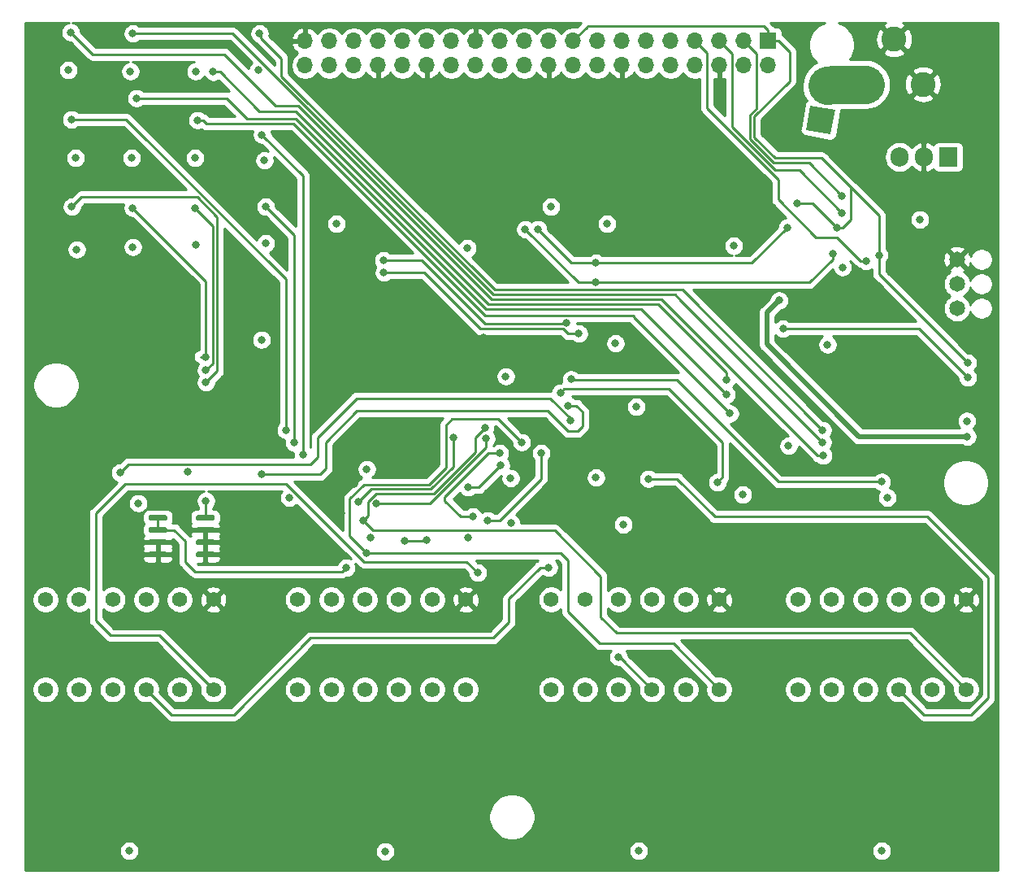
<source format=gbr>
G04 #@! TF.GenerationSoftware,KiCad,Pcbnew,5.1.6*
G04 #@! TF.CreationDate,2020-06-25T20:11:56-04:00*
G04 #@! TF.ProjectId,EVE-PCB-V4,4556452d-5043-4422-9d56-342e6b696361,rev?*
G04 #@! TF.SameCoordinates,Original*
G04 #@! TF.FileFunction,Copper,L4,Bot*
G04 #@! TF.FilePolarity,Positive*
%FSLAX46Y46*%
G04 Gerber Fmt 4.6, Leading zero omitted, Abs format (unit mm)*
G04 Created by KiCad (PCBNEW 5.1.6) date 2020-06-25 20:11:56*
%MOMM*%
%LPD*%
G01*
G04 APERTURE LIST*
G04 #@! TA.AperFunction,ComponentPad*
%ADD10C,1.575000*%
G04 #@! TD*
G04 #@! TA.AperFunction,ComponentPad*
%ADD11O,1.700000X1.700000*%
G04 #@! TD*
G04 #@! TA.AperFunction,ComponentPad*
%ADD12R,1.700000X1.700000*%
G04 #@! TD*
G04 #@! TA.AperFunction,ComponentPad*
%ADD13R,2.600000X2.600000*%
G04 #@! TD*
G04 #@! TA.AperFunction,ComponentPad*
%ADD14C,2.600000*%
G04 #@! TD*
G04 #@! TA.AperFunction,ComponentPad*
%ADD15R,1.905000X2.000000*%
G04 #@! TD*
G04 #@! TA.AperFunction,ComponentPad*
%ADD16O,1.905000X2.000000*%
G04 #@! TD*
G04 #@! TA.AperFunction,ComponentPad*
%ADD17C,1.650000*%
G04 #@! TD*
G04 #@! TA.AperFunction,ComponentPad*
%ADD18C,0.100000*%
G04 #@! TD*
G04 #@! TA.AperFunction,ViaPad*
%ADD19C,0.800000*%
G04 #@! TD*
G04 #@! TA.AperFunction,Conductor*
%ADD20C,0.250000*%
G04 #@! TD*
G04 #@! TA.AperFunction,Conductor*
%ADD21C,4.000000*%
G04 #@! TD*
G04 #@! TA.AperFunction,Conductor*
%ADD22C,0.500000*%
G04 #@! TD*
G04 #@! TA.AperFunction,Conductor*
%ADD23C,0.254000*%
G04 #@! TD*
G04 APERTURE END LIST*
D10*
X108592346Y-95760000D03*
X108592346Y-105110000D03*
X105092346Y-95760000D03*
X105092346Y-105110000D03*
X101592346Y-95760000D03*
X101592346Y-105110000D03*
X98092346Y-95760000D03*
X98092346Y-105110000D03*
X94592346Y-95760000D03*
X94592346Y-105110000D03*
X91092346Y-95760000D03*
X91092346Y-105110000D03*
D11*
X118143346Y-40146769D03*
X118143346Y-37606769D03*
X120683346Y-40146769D03*
X120683346Y-37606769D03*
X123223346Y-40146769D03*
X123223346Y-37606769D03*
X125763346Y-40146769D03*
X125763346Y-37606769D03*
X128303346Y-40146769D03*
X128303346Y-37606769D03*
X130843346Y-40146769D03*
X130843346Y-37606769D03*
X133383346Y-40146769D03*
X133383346Y-37606769D03*
X135923346Y-40146769D03*
X135923346Y-37606769D03*
X138463346Y-40146769D03*
X138463346Y-37606769D03*
X141003346Y-40146769D03*
X141003346Y-37606769D03*
X143543346Y-40146769D03*
X143543346Y-37606769D03*
X146083346Y-40146769D03*
X146083346Y-37606769D03*
X148623346Y-40146769D03*
X148623346Y-37606769D03*
X151163346Y-40146769D03*
X151163346Y-37606769D03*
X153703346Y-40146769D03*
X153703346Y-37606769D03*
X156243346Y-40146769D03*
X156243346Y-37606769D03*
X158783346Y-40146769D03*
X158783346Y-37606769D03*
X161323346Y-40146769D03*
X161323346Y-37606769D03*
X163863346Y-40146769D03*
X163863346Y-37606769D03*
X166403346Y-40146769D03*
D12*
X166403346Y-37606769D03*
D10*
X187014846Y-95760000D03*
X187014846Y-105110000D03*
X183514846Y-95760000D03*
X183514846Y-105110000D03*
X180014846Y-95760000D03*
X180014846Y-105110000D03*
X176514846Y-95760000D03*
X176514846Y-105110000D03*
X173014846Y-95760000D03*
X173014846Y-105110000D03*
X169514846Y-95760000D03*
X169514846Y-105110000D03*
X161297346Y-95760000D03*
X161297346Y-105110000D03*
X157797346Y-95760000D03*
X157797346Y-105110000D03*
X154297346Y-95760000D03*
X154297346Y-105110000D03*
X150797346Y-95760000D03*
X150797346Y-105110000D03*
X147297346Y-95760000D03*
X147297346Y-105110000D03*
X143797346Y-95760000D03*
X143797346Y-105110000D03*
X134881346Y-95760000D03*
X134881346Y-105110000D03*
X131381346Y-95760000D03*
X131381346Y-105110000D03*
X127881346Y-95760000D03*
X127881346Y-105110000D03*
X124381346Y-95760000D03*
X124381346Y-105110000D03*
X120881346Y-95760000D03*
X120881346Y-105110000D03*
X117381346Y-95760000D03*
X117381346Y-105110000D03*
D13*
X176530000Y-42113200D03*
D14*
X182530000Y-42113200D03*
X179530000Y-37413200D03*
D15*
X185166000Y-49682400D03*
D16*
X182626000Y-49682400D03*
X180086000Y-49682400D03*
D17*
X186080400Y-65430400D03*
X186080400Y-62890400D03*
X186080400Y-60350400D03*
G04 #@! TA.AperFunction,ComponentPad*
D18*
G36*
X172910907Y-47327593D02*
G01*
X170350407Y-46876107D01*
X170801893Y-44315607D01*
X173362393Y-44767093D01*
X172910907Y-47327593D01*
G37*
G04 #@! TD.AperFunction*
G04 #@! TA.AperFunction,ComponentPad*
G36*
G01*
X172292257Y-43349732D02*
X172292257Y-43349732D01*
G75*
G02*
X171237750Y-41843739I225743J1280250D01*
G01*
X171237750Y-41843739D01*
G75*
G02*
X172743743Y-40789232I1280250J-225743D01*
G01*
X172743743Y-40789232D01*
G75*
G02*
X173798250Y-42295225I-225743J-1280250D01*
G01*
X173798250Y-42295225D01*
G75*
G02*
X172292257Y-43349732I-1280250J225743D01*
G01*
G37*
G04 #@! TD.AperFunction*
G04 #@! TA.AperFunction,SMDPad,CuDef*
G36*
G01*
X108733000Y-87099000D02*
X108733000Y-87399000D01*
G75*
G02*
X108583000Y-87549000I-150000J0D01*
G01*
X106933000Y-87549000D01*
G75*
G02*
X106783000Y-87399000I0J150000D01*
G01*
X106783000Y-87099000D01*
G75*
G02*
X106933000Y-86949000I150000J0D01*
G01*
X108583000Y-86949000D01*
G75*
G02*
X108733000Y-87099000I0J-150000D01*
G01*
G37*
G04 #@! TD.AperFunction*
G04 #@! TA.AperFunction,SMDPad,CuDef*
G36*
G01*
X108733000Y-88369000D02*
X108733000Y-88669000D01*
G75*
G02*
X108583000Y-88819000I-150000J0D01*
G01*
X106933000Y-88819000D01*
G75*
G02*
X106783000Y-88669000I0J150000D01*
G01*
X106783000Y-88369000D01*
G75*
G02*
X106933000Y-88219000I150000J0D01*
G01*
X108583000Y-88219000D01*
G75*
G02*
X108733000Y-88369000I0J-150000D01*
G01*
G37*
G04 #@! TD.AperFunction*
G04 #@! TA.AperFunction,SMDPad,CuDef*
G36*
G01*
X108733000Y-89639000D02*
X108733000Y-89939000D01*
G75*
G02*
X108583000Y-90089000I-150000J0D01*
G01*
X106933000Y-90089000D01*
G75*
G02*
X106783000Y-89939000I0J150000D01*
G01*
X106783000Y-89639000D01*
G75*
G02*
X106933000Y-89489000I150000J0D01*
G01*
X108583000Y-89489000D01*
G75*
G02*
X108733000Y-89639000I0J-150000D01*
G01*
G37*
G04 #@! TD.AperFunction*
G04 #@! TA.AperFunction,SMDPad,CuDef*
G36*
G01*
X108733000Y-90909000D02*
X108733000Y-91209000D01*
G75*
G02*
X108583000Y-91359000I-150000J0D01*
G01*
X106933000Y-91359000D01*
G75*
G02*
X106783000Y-91209000I0J150000D01*
G01*
X106783000Y-90909000D01*
G75*
G02*
X106933000Y-90759000I150000J0D01*
G01*
X108583000Y-90759000D01*
G75*
G02*
X108733000Y-90909000I0J-150000D01*
G01*
G37*
G04 #@! TD.AperFunction*
G04 #@! TA.AperFunction,SMDPad,CuDef*
G36*
G01*
X103783000Y-90909000D02*
X103783000Y-91209000D01*
G75*
G02*
X103633000Y-91359000I-150000J0D01*
G01*
X101983000Y-91359000D01*
G75*
G02*
X101833000Y-91209000I0J150000D01*
G01*
X101833000Y-90909000D01*
G75*
G02*
X101983000Y-90759000I150000J0D01*
G01*
X103633000Y-90759000D01*
G75*
G02*
X103783000Y-90909000I0J-150000D01*
G01*
G37*
G04 #@! TD.AperFunction*
G04 #@! TA.AperFunction,SMDPad,CuDef*
G36*
G01*
X103783000Y-89639000D02*
X103783000Y-89939000D01*
G75*
G02*
X103633000Y-90089000I-150000J0D01*
G01*
X101983000Y-90089000D01*
G75*
G02*
X101833000Y-89939000I0J150000D01*
G01*
X101833000Y-89639000D01*
G75*
G02*
X101983000Y-89489000I150000J0D01*
G01*
X103633000Y-89489000D01*
G75*
G02*
X103783000Y-89639000I0J-150000D01*
G01*
G37*
G04 #@! TD.AperFunction*
G04 #@! TA.AperFunction,SMDPad,CuDef*
G36*
G01*
X103783000Y-88369000D02*
X103783000Y-88669000D01*
G75*
G02*
X103633000Y-88819000I-150000J0D01*
G01*
X101983000Y-88819000D01*
G75*
G02*
X101833000Y-88669000I0J150000D01*
G01*
X101833000Y-88369000D01*
G75*
G02*
X101983000Y-88219000I150000J0D01*
G01*
X103633000Y-88219000D01*
G75*
G02*
X103783000Y-88369000I0J-150000D01*
G01*
G37*
G04 #@! TD.AperFunction*
G04 #@! TA.AperFunction,SMDPad,CuDef*
G36*
G01*
X103783000Y-87099000D02*
X103783000Y-87399000D01*
G75*
G02*
X103633000Y-87549000I-150000J0D01*
G01*
X101983000Y-87549000D01*
G75*
G02*
X101833000Y-87399000I0J150000D01*
G01*
X101833000Y-87099000D01*
G75*
G02*
X101983000Y-86949000I150000J0D01*
G01*
X103633000Y-86949000D01*
G75*
G02*
X103783000Y-87099000I0J-150000D01*
G01*
G37*
G04 #@! TD.AperFunction*
D19*
X93472000Y-40640000D03*
X99949000Y-40767000D03*
X113284000Y-40640000D03*
X100076000Y-49784000D03*
X106680000Y-49784000D03*
X94234000Y-49784000D03*
X106807000Y-58801000D03*
X113919000Y-50038000D03*
X94361000Y-59309000D03*
X100203000Y-59055000D03*
X114046000Y-58674000D03*
X172593000Y-69215000D03*
X105918000Y-82423000D03*
X113601500Y-68707000D03*
X168529000Y-79756000D03*
X106743500Y-40767000D03*
X139636500Y-87820500D03*
X139573000Y-83121500D03*
X148463000Y-83058000D03*
X151320500Y-87947500D03*
X108331000Y-78613000D03*
X145415000Y-79883000D03*
X136525000Y-60325000D03*
X160464500Y-91567000D03*
X136779000Y-68453000D03*
X135128000Y-68453000D03*
X133477000Y-68453000D03*
X131826000Y-68453000D03*
X130683000Y-81915000D03*
X151257000Y-80137000D03*
X121920000Y-86741000D03*
X123317000Y-83693000D03*
X135128000Y-89281000D03*
X99822000Y-121920000D03*
X126492000Y-121983500D03*
X152908000Y-121920000D03*
X178244500Y-121920000D03*
X152654000Y-75692000D03*
X187096400Y-77165200D03*
X174142400Y-61163200D03*
X162814000Y-58928000D03*
X149606000Y-56642000D03*
X121412000Y-56642000D03*
X135064500Y-59182000D03*
X143764000Y-54864000D03*
X100774500Y-85725000D03*
X116522500Y-85153500D03*
X178816000Y-85153500D03*
X139065000Y-72517000D03*
X150495000Y-69088000D03*
X163766500Y-84836000D03*
X182219600Y-56184800D03*
X124587000Y-82169000D03*
X124968000Y-89281000D03*
X107823000Y-85471000D03*
X93726000Y-36703000D03*
X172148500Y-80772000D03*
X100203000Y-36830000D03*
X172085000Y-79375000D03*
X113411000Y-36830000D03*
X172085000Y-78105000D03*
X106934000Y-45847000D03*
X162433000Y-76390500D03*
X162052000Y-72898000D03*
X108585000Y-40830500D03*
X100584000Y-43561000D03*
X162052000Y-74422000D03*
X113665000Y-47371000D03*
X117919500Y-80645000D03*
X114046000Y-54864000D03*
X117030500Y-79438500D03*
X93789500Y-45783500D03*
X116141500Y-78105000D03*
X107823000Y-70485000D03*
X100203000Y-54991000D03*
X107823000Y-71882000D03*
X106680000Y-54991000D03*
X107823000Y-73152000D03*
X93853000Y-54864000D03*
X173609000Y-57023000D03*
X169418000Y-54483000D03*
X177952400Y-59893200D03*
X187198000Y-71120000D03*
X174117000Y-53721000D03*
X174117000Y-55499000D03*
X124206000Y-87503000D03*
X136906000Y-77851000D03*
X124587000Y-90932000D03*
X140716000Y-79375000D03*
X142748000Y-80518000D03*
X137160000Y-87503000D03*
X136144000Y-92964000D03*
X138430000Y-80518000D03*
X135636000Y-87122000D03*
X168402000Y-57023000D03*
X148463000Y-60706000D03*
X145415000Y-66929000D03*
X126301500Y-60452000D03*
X142430500Y-57213500D03*
X173126400Y-59740800D03*
X148463000Y-62738000D03*
X146685000Y-68072000D03*
X126365000Y-61722000D03*
X141097000Y-57213500D03*
X167538400Y-64617600D03*
X187147200Y-78790800D03*
X167944800Y-67564000D03*
X187198000Y-72644000D03*
X153924000Y-83185000D03*
X150812500Y-101727000D03*
X143541500Y-92424500D03*
X178244500Y-83502500D03*
X145859500Y-72834500D03*
X161099500Y-83566000D03*
X144780000Y-74231500D03*
X113665000Y-82740500D03*
X145542000Y-75565000D03*
X98869500Y-82550000D03*
X145796000Y-77089000D03*
X176580800Y-60502800D03*
X133604000Y-78867000D03*
X123698000Y-85598000D03*
X125603000Y-85725000D03*
X137033000Y-78994000D03*
X135128000Y-84074000D03*
X138557000Y-81788000D03*
X122428000Y-92456000D03*
X128524000Y-89662000D03*
X130810000Y-89535000D03*
D20*
X107758000Y-85536000D02*
X107823000Y-85471000D01*
X107758000Y-87249000D02*
X107758000Y-85536000D01*
X171577000Y-80772000D02*
X172085000Y-80772000D01*
X155263009Y-64458009D02*
X171577000Y-80772000D01*
X137607189Y-64458009D02*
X155263009Y-64458009D01*
X115062000Y-44323000D02*
X117472180Y-44323000D01*
X117472180Y-44323000D02*
X137607189Y-64458009D01*
X109728000Y-38989000D02*
X115062000Y-44323000D01*
X96012000Y-38989000D02*
X109728000Y-38989000D01*
X93726000Y-36703000D02*
X96012000Y-38989000D01*
X100203000Y-36830000D02*
X110615590Y-36830000D01*
X110615590Y-36830000D02*
X137793590Y-64008000D01*
X157351590Y-64641590D02*
X172085000Y-79375000D01*
X156718000Y-64008000D02*
X157351590Y-64641590D01*
X137793590Y-64008000D02*
X156718000Y-64008000D01*
X113411000Y-36830000D02*
X113538000Y-36703000D01*
X113538000Y-37280425D02*
X115697000Y-39439425D01*
X113538000Y-36703000D02*
X113538000Y-37280425D01*
X115697000Y-39439425D02*
X115697000Y-41275000D01*
X137885001Y-63463001D02*
X157443001Y-63463001D01*
X115697000Y-41275000D02*
X137885001Y-63463001D01*
X157443001Y-63463001D02*
X172085000Y-78105000D01*
X107499685Y-45847000D02*
X107880685Y-46228000D01*
X106934000Y-45847000D02*
X107499685Y-45847000D01*
X107880685Y-46228000D02*
X116967000Y-46228000D01*
X116967000Y-46228000D02*
X136906000Y-66167000D01*
X136906000Y-66167000D02*
X152400000Y-66167000D01*
X152717500Y-66675000D02*
X162433000Y-76390500D01*
X152400000Y-66357500D02*
X152717500Y-66675000D01*
X152400000Y-66167000D02*
X152400000Y-66357500D01*
X137287000Y-65024000D02*
X154940000Y-65024000D01*
X117221000Y-44958000D02*
X137287000Y-65024000D01*
X154940000Y-65024000D02*
X162052000Y-72136000D01*
X162052000Y-72136000D02*
X162052000Y-72898000D01*
X108585000Y-40830500D02*
X109283500Y-40830500D01*
X113411000Y-44958000D02*
X117221000Y-44958000D01*
X109283500Y-40830500D02*
X113411000Y-44958000D01*
X100584000Y-43561000D02*
X109982000Y-43561000D01*
X109982000Y-43561000D02*
X112141000Y-45720000D01*
X112141000Y-45720000D02*
X117221000Y-45720000D01*
X117221000Y-45720000D02*
X137033000Y-65532000D01*
X154432000Y-66802000D02*
X162052000Y-74422000D01*
X153162000Y-65532000D02*
X154432000Y-66802000D01*
X137033000Y-65532000D02*
X153162000Y-65532000D01*
X113665000Y-47371000D02*
X117919500Y-51625500D01*
X117919500Y-51625500D02*
X117919500Y-80645000D01*
X114046000Y-54864000D02*
X117030500Y-57848500D01*
X117030500Y-57848500D02*
X117030500Y-79438500D01*
X116141500Y-62419090D02*
X116141500Y-78105000D01*
X93789500Y-45783500D02*
X99505910Y-45783500D01*
X99505910Y-45783500D02*
X116141500Y-62419090D01*
X107823000Y-70485000D02*
X107823000Y-62611000D01*
X107823000Y-62611000D02*
X100203000Y-54991000D01*
X107823000Y-70485000D02*
X107257315Y-70485000D01*
X108548001Y-56859001D02*
X106680000Y-54991000D01*
X107823000Y-71882000D02*
X108548001Y-71156999D01*
X108548001Y-71156999D02*
X108548001Y-56859001D01*
X108998011Y-71976989D02*
X108998011Y-55912011D01*
X107823000Y-73152000D02*
X108998011Y-71976989D01*
X108998011Y-55912011D02*
X106934000Y-53848000D01*
X106934000Y-53848000D02*
X94869000Y-53848000D01*
X94869000Y-53848000D02*
X93853000Y-54864000D01*
X166403346Y-36506769D02*
X166403346Y-37606769D01*
X165964577Y-36068000D02*
X166403346Y-36506769D01*
X147574000Y-36068000D02*
X165964577Y-36068000D01*
X147574000Y-36116115D02*
X146083346Y-37606769D01*
X147574000Y-36068000D02*
X147574000Y-36116115D01*
X174174685Y-57023000D02*
X173609000Y-57023000D01*
X175006000Y-56191685D02*
X174174685Y-57023000D01*
X175006000Y-52832000D02*
X175006000Y-56191685D01*
X171958000Y-49784000D02*
X175006000Y-52832000D01*
X167132000Y-49784000D02*
X171958000Y-49784000D01*
X164973000Y-47625000D02*
X167132000Y-49784000D01*
X167503346Y-37606769D02*
X168656000Y-38759423D01*
X166403346Y-37606769D02*
X167503346Y-37606769D01*
X168656000Y-41783000D02*
X164973000Y-45466000D01*
X164973000Y-45466000D02*
X164973000Y-47625000D01*
X168656000Y-38759423D02*
X168656000Y-41783000D01*
X177952400Y-55778400D02*
X177952400Y-59893200D01*
X175006000Y-52832000D02*
X177952400Y-55778400D01*
X178358800Y-62280800D02*
X187198000Y-71120000D01*
X177952400Y-61874400D02*
X178358800Y-62280800D01*
X177952400Y-59893200D02*
X177952400Y-61874400D01*
X171577000Y-54991000D02*
X173609000Y-57023000D01*
X171069000Y-54483000D02*
X171577000Y-54991000D01*
X169418000Y-54483000D02*
X171069000Y-54483000D01*
X170688000Y-50292000D02*
X174117000Y-53721000D01*
X167003590Y-50292000D02*
X170688000Y-50292000D01*
X163863346Y-37606769D02*
X165157990Y-38901413D01*
X164522990Y-47811400D02*
X167003590Y-50292000D01*
X164522990Y-45279600D02*
X164522990Y-47811400D01*
X165157990Y-44644600D02*
X164522990Y-45279600D01*
X165157990Y-38901413D02*
X165157990Y-44644600D01*
X167129180Y-51054000D02*
X169672000Y-51054000D01*
X169672000Y-51054000D02*
X174117000Y-55499000D01*
X162623500Y-46548320D02*
X167129180Y-51054000D01*
X162623500Y-38906923D02*
X161323346Y-37606769D01*
X162623500Y-46548320D02*
X162623500Y-38906923D01*
X144171501Y-88545501D02*
X125248501Y-88545501D01*
X148971000Y-93345000D02*
X144171501Y-88545501D01*
X148971000Y-97599500D02*
X148971000Y-93345000D01*
X150622000Y-99250500D02*
X148971000Y-97599500D01*
X125248501Y-88545501D02*
X124206000Y-87503000D01*
X181155346Y-99250500D02*
X150622000Y-99250500D01*
X187014846Y-105110000D02*
X181155346Y-99250500D01*
X136906000Y-77851000D02*
X135890000Y-78867000D01*
X135890000Y-78867000D02*
X135890000Y-80389590D01*
X135890000Y-80389590D02*
X131570590Y-84709000D01*
X125545998Y-84709000D02*
X124714000Y-85540998D01*
X131570590Y-84709000D02*
X125545998Y-84709000D01*
X124714000Y-86995000D02*
X124206000Y-87503000D01*
X124714000Y-85540998D02*
X124714000Y-86995000D01*
X144780000Y-90932000D02*
X124587000Y-90932000D01*
X145542000Y-91694000D02*
X144780000Y-90932000D01*
X145542000Y-97028000D02*
X145542000Y-91694000D01*
X148844000Y-100330000D02*
X145542000Y-97028000D01*
X156517346Y-100330000D02*
X148844000Y-100330000D01*
X161297346Y-105110000D02*
X156517346Y-100330000D01*
X122809000Y-85274002D02*
X122809000Y-89154000D01*
X132842000Y-82040590D02*
X131073610Y-83808980D01*
X122809000Y-89154000D02*
X124587000Y-90932000D01*
X131073610Y-83808980D02*
X124274022Y-83808980D01*
X132842000Y-77597000D02*
X132842000Y-82040590D01*
X124274022Y-83808980D02*
X122809000Y-85274002D01*
X133477000Y-76962000D02*
X132842000Y-77597000D01*
X138303000Y-76962000D02*
X133477000Y-76962000D01*
X140716000Y-79375000D02*
X138303000Y-76962000D01*
X138431410Y-87503000D02*
X137160000Y-87503000D01*
X142748000Y-83186410D02*
X138431410Y-87503000D01*
X142748000Y-80518000D02*
X142748000Y-83186410D01*
X138430000Y-80518000D02*
X137287000Y-80518000D01*
X137287000Y-80518000D02*
X132715000Y-85090000D01*
X132715000Y-85090000D02*
X132715000Y-85471000D01*
X134366000Y-87122000D02*
X135636000Y-87122000D01*
X132715000Y-85471000D02*
X134366000Y-87122000D01*
X135001000Y-91821000D02*
X136144000Y-92964000D01*
X99441000Y-83693000D02*
X116135002Y-83693000D01*
X116135002Y-83693000D02*
X124263002Y-91821000D01*
X96329500Y-86804500D02*
X99441000Y-83693000D01*
X96329500Y-97917000D02*
X96329500Y-86804500D01*
X97917000Y-99504500D02*
X96329500Y-97917000D01*
X124263002Y-91821000D02*
X135001000Y-91821000D01*
X102986846Y-99504500D02*
X97917000Y-99504500D01*
X108592346Y-105110000D02*
X102986846Y-99504500D01*
X164719000Y-60706000D02*
X148463000Y-60706000D01*
X168402000Y-57023000D02*
X164719000Y-60706000D01*
X145923000Y-60706000D02*
X142430500Y-57213500D01*
X148463000Y-60706000D02*
X145923000Y-60706000D01*
X145323000Y-67021000D02*
X145415000Y-66929000D01*
X136871000Y-67021000D02*
X145323000Y-67021000D01*
X130302000Y-60452000D02*
X136871000Y-67021000D01*
X126301500Y-60452000D02*
X130302000Y-60452000D01*
X146621500Y-62738000D02*
X141097000Y-57213500D01*
X148463000Y-62738000D02*
X146621500Y-62738000D01*
X173126400Y-60306485D02*
X173126400Y-59740800D01*
X148463000Y-62738000D02*
X170694885Y-62738000D01*
X170694885Y-62738000D02*
X173126400Y-60306485D01*
X145542000Y-68072000D02*
X146685000Y-68072000D01*
X145034000Y-67564000D02*
X145542000Y-68072000D01*
X136398000Y-67564000D02*
X145034000Y-67564000D01*
X130556000Y-61722000D02*
X136398000Y-67564000D01*
X126365000Y-61722000D02*
X130556000Y-61722000D01*
D21*
X176530000Y-42113200D02*
X173274857Y-42113200D01*
X173251378Y-42144708D02*
X172544068Y-42247993D01*
X173274857Y-42113200D02*
X173251378Y-42144708D01*
D22*
X187147200Y-78790800D02*
X175869600Y-78790800D01*
X175869600Y-78790800D02*
X166268400Y-69189600D01*
X166268400Y-65887600D02*
X167538400Y-64617600D01*
X166268400Y-69189600D02*
X166268400Y-65887600D01*
D20*
X182118000Y-67564000D02*
X187198000Y-72644000D01*
X167944800Y-67564000D02*
X182118000Y-67564000D01*
X153924000Y-83185000D02*
X156908500Y-83185000D01*
X156908500Y-83185000D02*
X160845500Y-87122000D01*
X160845500Y-87122000D02*
X183007000Y-87122000D01*
X183007000Y-87122000D02*
X189357000Y-93472000D01*
X189357000Y-93472000D02*
X189357000Y-105981500D01*
X189357000Y-105981500D02*
X187579000Y-107759500D01*
X182664346Y-107759500D02*
X180014846Y-105110000D01*
X187579000Y-107759500D02*
X182664346Y-107759500D01*
X150812500Y-101727000D02*
X151003000Y-101917500D01*
X151104846Y-101917500D02*
X154297346Y-105110000D01*
X151003000Y-101917500D02*
X151104846Y-101917500D01*
X139382500Y-95694500D02*
X142652500Y-92424500D01*
X139382500Y-98107500D02*
X139382500Y-95694500D01*
X142652500Y-92424500D02*
X143541500Y-92424500D01*
X101592346Y-105110000D02*
X104241846Y-107759500D01*
X104241846Y-107759500D02*
X110744000Y-107759500D01*
X110744000Y-107759500D02*
X118745000Y-99758500D01*
X118745000Y-99758500D02*
X137731500Y-99758500D01*
X137731500Y-99758500D02*
X139382500Y-98107500D01*
X167513000Y-83502500D02*
X178244500Y-83502500D01*
X156863999Y-72853499D02*
X167513000Y-83502500D01*
X145878499Y-72853499D02*
X145859500Y-72834500D01*
X156863999Y-72853499D02*
X145878499Y-72853499D01*
X161671000Y-82994500D02*
X161099500Y-83566000D01*
X161671000Y-79438500D02*
X161671000Y-82994500D01*
X156083000Y-73850500D02*
X161671000Y-79438500D01*
X145161000Y-73850500D02*
X144780000Y-74231500D01*
X156083000Y-73850500D02*
X145161000Y-73850500D01*
X146431000Y-75565000D02*
X145542000Y-75565000D01*
X147066000Y-77724000D02*
X147066000Y-76200000D01*
X145542000Y-78232000D02*
X146558000Y-78232000D01*
X146558000Y-78232000D02*
X147066000Y-77724000D01*
X143446500Y-76136500D02*
X145542000Y-78232000D01*
X123571000Y-76136500D02*
X143446500Y-76136500D01*
X120332500Y-79375000D02*
X123571000Y-76136500D01*
X147066000Y-76200000D02*
X146431000Y-75565000D01*
X120332500Y-82105500D02*
X120332500Y-79375000D01*
X119697500Y-82740500D02*
X120332500Y-82105500D01*
X113665000Y-82740500D02*
X119697500Y-82740500D01*
X145796000Y-76892002D02*
X145796000Y-77089000D01*
X123507500Y-74803000D02*
X143706998Y-74803000D01*
X119443500Y-78867000D02*
X123507500Y-74803000D01*
X119443500Y-80899000D02*
X119443500Y-78867000D01*
X118681500Y-81661000D02*
X119443500Y-80899000D01*
X99758500Y-81661000D02*
X118681500Y-81661000D01*
X143706998Y-74803000D02*
X145796000Y-76892002D01*
X98869500Y-82550000D02*
X99758500Y-81661000D01*
X160020000Y-38843423D02*
X158783346Y-37606769D01*
X160020000Y-44602400D02*
X160020000Y-44500800D01*
X167436800Y-54102000D02*
X167436800Y-52019200D01*
X171399200Y-58064400D02*
X167436800Y-54102000D01*
X160020000Y-44500800D02*
X160020000Y-38843423D01*
X176580800Y-60502800D02*
X176015115Y-60502800D01*
X176015115Y-60502800D02*
X173576715Y-58064400D01*
X167436800Y-52019200D02*
X160020000Y-44602400D01*
X173576715Y-58064400D02*
X171399200Y-58064400D01*
X123698000Y-85598000D02*
X124460000Y-84836000D01*
X133604000Y-78867000D02*
X133604000Y-81915000D01*
X125037010Y-84258990D02*
X124460000Y-84836000D01*
X131260010Y-84258990D02*
X125037010Y-84258990D01*
X133604000Y-81915000D02*
X131260010Y-84258990D01*
X125603000Y-85725000D02*
X131191000Y-85725000D01*
X137033000Y-79883000D02*
X137033000Y-78994000D01*
X131191000Y-85725000D02*
X137033000Y-79883000D01*
X136271000Y-84074000D02*
X138557000Y-81788000D01*
X136271000Y-84074000D02*
X135128000Y-84074000D01*
X102808000Y-87249000D02*
X102808000Y-88519000D01*
X102808000Y-88519000D02*
X104521000Y-88519000D01*
X104521000Y-88519000D02*
X105664000Y-89662000D01*
X105664000Y-89662000D02*
X105664000Y-90611768D01*
X105664000Y-90611768D02*
X105664000Y-91821000D01*
X105664000Y-91821000D02*
X106680000Y-92837000D01*
X106680000Y-92837000D02*
X122047000Y-92837000D01*
X122047000Y-92837000D02*
X122428000Y-92456000D01*
X130683000Y-89662000D02*
X130810000Y-89535000D01*
X128524000Y-89662000D02*
X130683000Y-89662000D01*
D23*
G36*
X93424102Y-35707774D02*
G01*
X93235744Y-35785795D01*
X93066226Y-35899063D01*
X92922063Y-36043226D01*
X92808795Y-36212744D01*
X92730774Y-36401102D01*
X92691000Y-36601061D01*
X92691000Y-36804939D01*
X92730774Y-37004898D01*
X92808795Y-37193256D01*
X92922063Y-37362774D01*
X93066226Y-37506937D01*
X93235744Y-37620205D01*
X93424102Y-37698226D01*
X93624061Y-37738000D01*
X93686199Y-37738000D01*
X95448200Y-39500002D01*
X95471999Y-39529001D01*
X95587724Y-39623974D01*
X95719753Y-39694546D01*
X95863014Y-39738003D01*
X95974667Y-39749000D01*
X95974676Y-39749000D01*
X96011999Y-39752676D01*
X96049322Y-39749000D01*
X99761596Y-39749000D01*
X99647102Y-39771774D01*
X99458744Y-39849795D01*
X99289226Y-39963063D01*
X99145063Y-40107226D01*
X99031795Y-40276744D01*
X98953774Y-40465102D01*
X98914000Y-40665061D01*
X98914000Y-40868939D01*
X98953774Y-41068898D01*
X99031795Y-41257256D01*
X99145063Y-41426774D01*
X99289226Y-41570937D01*
X99458744Y-41684205D01*
X99647102Y-41762226D01*
X99847061Y-41802000D01*
X100050939Y-41802000D01*
X100250898Y-41762226D01*
X100439256Y-41684205D01*
X100608774Y-41570937D01*
X100752937Y-41426774D01*
X100866205Y-41257256D01*
X100944226Y-41068898D01*
X100984000Y-40868939D01*
X100984000Y-40665061D01*
X100944226Y-40465102D01*
X100866205Y-40276744D01*
X100752937Y-40107226D01*
X100608774Y-39963063D01*
X100439256Y-39849795D01*
X100250898Y-39771774D01*
X100136404Y-39749000D01*
X106556096Y-39749000D01*
X106441602Y-39771774D01*
X106253244Y-39849795D01*
X106083726Y-39963063D01*
X105939563Y-40107226D01*
X105826295Y-40276744D01*
X105748274Y-40465102D01*
X105708500Y-40665061D01*
X105708500Y-40868939D01*
X105748274Y-41068898D01*
X105826295Y-41257256D01*
X105939563Y-41426774D01*
X106083726Y-41570937D01*
X106253244Y-41684205D01*
X106441602Y-41762226D01*
X106641561Y-41802000D01*
X106845439Y-41802000D01*
X107045398Y-41762226D01*
X107233756Y-41684205D01*
X107403274Y-41570937D01*
X107547437Y-41426774D01*
X107648845Y-41275006D01*
X107667795Y-41320756D01*
X107781063Y-41490274D01*
X107925226Y-41634437D01*
X108094744Y-41747705D01*
X108283102Y-41825726D01*
X108483061Y-41865500D01*
X108686939Y-41865500D01*
X108886898Y-41825726D01*
X109075256Y-41747705D01*
X109105617Y-41727418D01*
X110215976Y-42837778D01*
X110130986Y-42811997D01*
X110019333Y-42801000D01*
X110019322Y-42801000D01*
X109982000Y-42797324D01*
X109944678Y-42801000D01*
X101287711Y-42801000D01*
X101243774Y-42757063D01*
X101074256Y-42643795D01*
X100885898Y-42565774D01*
X100685939Y-42526000D01*
X100482061Y-42526000D01*
X100282102Y-42565774D01*
X100093744Y-42643795D01*
X99924226Y-42757063D01*
X99780063Y-42901226D01*
X99666795Y-43070744D01*
X99588774Y-43259102D01*
X99549000Y-43459061D01*
X99549000Y-43662939D01*
X99588774Y-43862898D01*
X99666795Y-44051256D01*
X99780063Y-44220774D01*
X99924226Y-44364937D01*
X100093744Y-44478205D01*
X100282102Y-44556226D01*
X100482061Y-44596000D01*
X100685939Y-44596000D01*
X100885898Y-44556226D01*
X101074256Y-44478205D01*
X101243774Y-44364937D01*
X101287711Y-44321000D01*
X109667199Y-44321000D01*
X110814198Y-45468000D01*
X108195486Y-45468000D01*
X108063489Y-45336003D01*
X108039686Y-45306999D01*
X107923961Y-45212026D01*
X107791932Y-45141454D01*
X107648724Y-45098013D01*
X107593774Y-45043063D01*
X107424256Y-44929795D01*
X107235898Y-44851774D01*
X107035939Y-44812000D01*
X106832061Y-44812000D01*
X106632102Y-44851774D01*
X106443744Y-44929795D01*
X106274226Y-45043063D01*
X106130063Y-45187226D01*
X106016795Y-45356744D01*
X105938774Y-45545102D01*
X105899000Y-45745061D01*
X105899000Y-45948939D01*
X105938774Y-46148898D01*
X106016795Y-46337256D01*
X106130063Y-46506774D01*
X106274226Y-46650937D01*
X106443744Y-46764205D01*
X106632102Y-46842226D01*
X106832061Y-46882000D01*
X107035939Y-46882000D01*
X107235898Y-46842226D01*
X107365642Y-46788484D01*
X107456409Y-46862974D01*
X107588438Y-46933546D01*
X107731699Y-46977003D01*
X107843352Y-46988000D01*
X107843361Y-46988000D01*
X107880684Y-46991676D01*
X107918007Y-46988000D01*
X112703368Y-46988000D01*
X112669774Y-47069102D01*
X112630000Y-47269061D01*
X112630000Y-47472939D01*
X112669774Y-47672898D01*
X112747795Y-47861256D01*
X112861063Y-48030774D01*
X113005226Y-48174937D01*
X113174744Y-48288205D01*
X113363102Y-48366226D01*
X113563061Y-48406000D01*
X113625199Y-48406000D01*
X114291017Y-49071819D01*
X114220898Y-49042774D01*
X114020939Y-49003000D01*
X113817061Y-49003000D01*
X113617102Y-49042774D01*
X113428744Y-49120795D01*
X113259226Y-49234063D01*
X113115063Y-49378226D01*
X113001795Y-49547744D01*
X112923774Y-49736102D01*
X112884000Y-49936061D01*
X112884000Y-50139939D01*
X112923774Y-50339898D01*
X113001795Y-50528256D01*
X113115063Y-50697774D01*
X113259226Y-50841937D01*
X113428744Y-50955205D01*
X113617102Y-51033226D01*
X113817061Y-51073000D01*
X114020939Y-51073000D01*
X114220898Y-51033226D01*
X114409256Y-50955205D01*
X114578774Y-50841937D01*
X114722937Y-50697774D01*
X114836205Y-50528256D01*
X114914226Y-50339898D01*
X114954000Y-50139939D01*
X114954000Y-49936061D01*
X114914226Y-49736102D01*
X114885182Y-49665983D01*
X117159500Y-51940302D01*
X117159500Y-56902697D01*
X115081000Y-54824199D01*
X115081000Y-54762061D01*
X115041226Y-54562102D01*
X114963205Y-54373744D01*
X114849937Y-54204226D01*
X114705774Y-54060063D01*
X114536256Y-53946795D01*
X114347898Y-53868774D01*
X114147939Y-53829000D01*
X113944061Y-53829000D01*
X113744102Y-53868774D01*
X113555744Y-53946795D01*
X113386226Y-54060063D01*
X113242063Y-54204226D01*
X113128795Y-54373744D01*
X113050774Y-54562102D01*
X113011000Y-54762061D01*
X113011000Y-54965939D01*
X113050774Y-55165898D01*
X113128795Y-55354256D01*
X113242063Y-55523774D01*
X113386226Y-55667937D01*
X113555744Y-55781205D01*
X113744102Y-55859226D01*
X113944061Y-55899000D01*
X114006199Y-55899000D01*
X116270500Y-58163303D01*
X116270500Y-61473288D01*
X114431718Y-59634506D01*
X114536256Y-59591205D01*
X114705774Y-59477937D01*
X114849937Y-59333774D01*
X114963205Y-59164256D01*
X115041226Y-58975898D01*
X115081000Y-58775939D01*
X115081000Y-58572061D01*
X115041226Y-58372102D01*
X114963205Y-58183744D01*
X114849937Y-58014226D01*
X114705774Y-57870063D01*
X114536256Y-57756795D01*
X114347898Y-57678774D01*
X114147939Y-57639000D01*
X113944061Y-57639000D01*
X113744102Y-57678774D01*
X113555744Y-57756795D01*
X113386226Y-57870063D01*
X113242063Y-58014226D01*
X113128795Y-58183744D01*
X113085494Y-58288282D01*
X104479273Y-49682061D01*
X105645000Y-49682061D01*
X105645000Y-49885939D01*
X105684774Y-50085898D01*
X105762795Y-50274256D01*
X105876063Y-50443774D01*
X106020226Y-50587937D01*
X106189744Y-50701205D01*
X106378102Y-50779226D01*
X106578061Y-50819000D01*
X106781939Y-50819000D01*
X106981898Y-50779226D01*
X107170256Y-50701205D01*
X107339774Y-50587937D01*
X107483937Y-50443774D01*
X107597205Y-50274256D01*
X107675226Y-50085898D01*
X107715000Y-49885939D01*
X107715000Y-49682061D01*
X107675226Y-49482102D01*
X107597205Y-49293744D01*
X107483937Y-49124226D01*
X107339774Y-48980063D01*
X107170256Y-48866795D01*
X106981898Y-48788774D01*
X106781939Y-48749000D01*
X106578061Y-48749000D01*
X106378102Y-48788774D01*
X106189744Y-48866795D01*
X106020226Y-48980063D01*
X105876063Y-49124226D01*
X105762795Y-49293744D01*
X105684774Y-49482102D01*
X105645000Y-49682061D01*
X104479273Y-49682061D01*
X100069714Y-45272503D01*
X100045911Y-45243499D01*
X99930186Y-45148526D01*
X99798157Y-45077954D01*
X99654896Y-45034497D01*
X99543243Y-45023500D01*
X99543232Y-45023500D01*
X99505910Y-45019824D01*
X99468588Y-45023500D01*
X94493211Y-45023500D01*
X94449274Y-44979563D01*
X94279756Y-44866295D01*
X94091398Y-44788274D01*
X93891439Y-44748500D01*
X93687561Y-44748500D01*
X93487602Y-44788274D01*
X93299244Y-44866295D01*
X93129726Y-44979563D01*
X92985563Y-45123726D01*
X92872295Y-45293244D01*
X92794274Y-45481602D01*
X92754500Y-45681561D01*
X92754500Y-45885439D01*
X92794274Y-46085398D01*
X92872295Y-46273756D01*
X92985563Y-46443274D01*
X93129726Y-46587437D01*
X93299244Y-46700705D01*
X93487602Y-46778726D01*
X93687561Y-46818500D01*
X93891439Y-46818500D01*
X94091398Y-46778726D01*
X94279756Y-46700705D01*
X94449274Y-46587437D01*
X94493211Y-46543500D01*
X99191109Y-46543500D01*
X105735609Y-53088000D01*
X94906322Y-53088000D01*
X94869000Y-53084324D01*
X94831677Y-53088000D01*
X94831667Y-53088000D01*
X94720014Y-53098997D01*
X94576753Y-53142454D01*
X94444723Y-53213026D01*
X94361083Y-53281668D01*
X94328999Y-53307999D01*
X94305201Y-53336997D01*
X93813199Y-53829000D01*
X93751061Y-53829000D01*
X93551102Y-53868774D01*
X93362744Y-53946795D01*
X93193226Y-54060063D01*
X93049063Y-54204226D01*
X92935795Y-54373744D01*
X92857774Y-54562102D01*
X92818000Y-54762061D01*
X92818000Y-54965939D01*
X92857774Y-55165898D01*
X92935795Y-55354256D01*
X93049063Y-55523774D01*
X93193226Y-55667937D01*
X93362744Y-55781205D01*
X93551102Y-55859226D01*
X93751061Y-55899000D01*
X93954939Y-55899000D01*
X94154898Y-55859226D01*
X94343256Y-55781205D01*
X94512774Y-55667937D01*
X94656937Y-55523774D01*
X94770205Y-55354256D01*
X94848226Y-55165898D01*
X94888000Y-54965939D01*
X94888000Y-54903801D01*
X95183802Y-54608000D01*
X99241368Y-54608000D01*
X99207774Y-54689102D01*
X99168000Y-54889061D01*
X99168000Y-55092939D01*
X99207774Y-55292898D01*
X99285795Y-55481256D01*
X99399063Y-55650774D01*
X99543226Y-55794937D01*
X99712744Y-55908205D01*
X99901102Y-55986226D01*
X100101061Y-56026000D01*
X100163199Y-56026000D01*
X107063001Y-62925803D01*
X107063000Y-69749747D01*
X106965068Y-69779454D01*
X106833039Y-69850026D01*
X106717314Y-69944999D01*
X106622341Y-70060724D01*
X106551769Y-70192753D01*
X106508312Y-70336014D01*
X106493638Y-70485000D01*
X106508312Y-70633986D01*
X106551769Y-70777247D01*
X106622341Y-70909276D01*
X106717314Y-71025001D01*
X106833039Y-71119974D01*
X106965068Y-71190546D01*
X107030803Y-71210486D01*
X107019063Y-71222226D01*
X106905795Y-71391744D01*
X106827774Y-71580102D01*
X106788000Y-71780061D01*
X106788000Y-71983939D01*
X106827774Y-72183898D01*
X106905795Y-72372256D01*
X107002510Y-72517000D01*
X106905795Y-72661744D01*
X106827774Y-72850102D01*
X106788000Y-73050061D01*
X106788000Y-73253939D01*
X106827774Y-73453898D01*
X106905795Y-73642256D01*
X107019063Y-73811774D01*
X107163226Y-73955937D01*
X107332744Y-74069205D01*
X107521102Y-74147226D01*
X107721061Y-74187000D01*
X107924939Y-74187000D01*
X108124898Y-74147226D01*
X108313256Y-74069205D01*
X108482774Y-73955937D01*
X108626937Y-73811774D01*
X108740205Y-73642256D01*
X108818226Y-73453898D01*
X108858000Y-73253939D01*
X108858000Y-73191802D01*
X109509020Y-72540783D01*
X109538012Y-72516990D01*
X109561806Y-72487997D01*
X109561810Y-72487993D01*
X109621663Y-72415061D01*
X109632985Y-72401265D01*
X109703557Y-72269236D01*
X109747014Y-72125975D01*
X109758011Y-72014322D01*
X109758011Y-72014313D01*
X109761687Y-71976990D01*
X109758011Y-71939667D01*
X109758011Y-68605061D01*
X112566500Y-68605061D01*
X112566500Y-68808939D01*
X112606274Y-69008898D01*
X112684295Y-69197256D01*
X112797563Y-69366774D01*
X112941726Y-69510937D01*
X113111244Y-69624205D01*
X113299602Y-69702226D01*
X113499561Y-69742000D01*
X113703439Y-69742000D01*
X113903398Y-69702226D01*
X114091756Y-69624205D01*
X114261274Y-69510937D01*
X114405437Y-69366774D01*
X114518705Y-69197256D01*
X114596726Y-69008898D01*
X114636500Y-68808939D01*
X114636500Y-68605061D01*
X114596726Y-68405102D01*
X114518705Y-68216744D01*
X114405437Y-68047226D01*
X114261274Y-67903063D01*
X114091756Y-67789795D01*
X113903398Y-67711774D01*
X113703439Y-67672000D01*
X113499561Y-67672000D01*
X113299602Y-67711774D01*
X113111244Y-67789795D01*
X112941726Y-67903063D01*
X112797563Y-68047226D01*
X112684295Y-68216744D01*
X112606274Y-68405102D01*
X112566500Y-68605061D01*
X109758011Y-68605061D01*
X109758011Y-57110403D01*
X115381500Y-62733892D01*
X115381501Y-77401288D01*
X115337563Y-77445226D01*
X115224295Y-77614744D01*
X115146274Y-77803102D01*
X115106500Y-78003061D01*
X115106500Y-78206939D01*
X115146274Y-78406898D01*
X115224295Y-78595256D01*
X115337563Y-78764774D01*
X115481726Y-78908937D01*
X115651244Y-79022205D01*
X115839602Y-79100226D01*
X116034787Y-79139050D01*
X115995500Y-79336561D01*
X115995500Y-79540439D01*
X116035274Y-79740398D01*
X116113295Y-79928756D01*
X116226563Y-80098274D01*
X116370726Y-80242437D01*
X116540244Y-80355705D01*
X116728602Y-80433726D01*
X116899487Y-80467717D01*
X116884500Y-80543061D01*
X116884500Y-80746939D01*
X116915144Y-80901000D01*
X99795823Y-80901000D01*
X99758500Y-80897324D01*
X99721177Y-80901000D01*
X99721167Y-80901000D01*
X99609514Y-80911997D01*
X99466253Y-80955454D01*
X99334224Y-81026026D01*
X99218499Y-81120999D01*
X99194701Y-81149997D01*
X98829698Y-81515000D01*
X98767561Y-81515000D01*
X98567602Y-81554774D01*
X98379244Y-81632795D01*
X98209726Y-81746063D01*
X98065563Y-81890226D01*
X97952295Y-82059744D01*
X97874274Y-82248102D01*
X97834500Y-82448061D01*
X97834500Y-82651939D01*
X97874274Y-82851898D01*
X97952295Y-83040256D01*
X98065563Y-83209774D01*
X98209726Y-83353937D01*
X98379244Y-83467205D01*
X98529679Y-83529518D01*
X95818498Y-86240701D01*
X95789500Y-86264499D01*
X95765702Y-86293497D01*
X95765701Y-86293498D01*
X95694526Y-86380224D01*
X95623954Y-86512254D01*
X95594002Y-86610997D01*
X95587328Y-86633000D01*
X95580498Y-86655515D01*
X95565824Y-86804500D01*
X95569501Y-86841832D01*
X95569500Y-94725435D01*
X95499137Y-94655072D01*
X95266152Y-94499397D01*
X95007274Y-94392166D01*
X94732450Y-94337500D01*
X94452242Y-94337500D01*
X94177418Y-94392166D01*
X93918540Y-94499397D01*
X93685555Y-94655072D01*
X93487418Y-94853209D01*
X93331743Y-95086194D01*
X93224512Y-95345072D01*
X93169846Y-95619896D01*
X93169846Y-95900104D01*
X93224512Y-96174928D01*
X93331743Y-96433806D01*
X93487418Y-96666791D01*
X93685555Y-96864928D01*
X93918540Y-97020603D01*
X94177418Y-97127834D01*
X94452242Y-97182500D01*
X94732450Y-97182500D01*
X95007274Y-97127834D01*
X95266152Y-97020603D01*
X95499137Y-96864928D01*
X95569500Y-96794565D01*
X95569500Y-97879678D01*
X95565824Y-97917000D01*
X95569500Y-97954322D01*
X95569500Y-97954332D01*
X95580497Y-98065985D01*
X95604415Y-98144832D01*
X95623954Y-98209246D01*
X95694526Y-98341276D01*
X95712500Y-98363177D01*
X95789499Y-98457001D01*
X95818503Y-98480804D01*
X97353200Y-100015502D01*
X97376999Y-100044501D01*
X97405997Y-100068299D01*
X97492723Y-100139474D01*
X97573735Y-100182776D01*
X97624753Y-100210046D01*
X97768014Y-100253503D01*
X97879667Y-100264500D01*
X97879676Y-100264500D01*
X97916999Y-100268176D01*
X97954322Y-100264500D01*
X102672045Y-100264500D01*
X107204288Y-104796744D01*
X107169846Y-104969896D01*
X107169846Y-105250104D01*
X107224512Y-105524928D01*
X107331743Y-105783806D01*
X107487418Y-106016791D01*
X107685555Y-106214928D01*
X107918540Y-106370603D01*
X108177418Y-106477834D01*
X108452242Y-106532500D01*
X108732450Y-106532500D01*
X109007274Y-106477834D01*
X109266152Y-106370603D01*
X109499137Y-106214928D01*
X109697274Y-106016791D01*
X109852949Y-105783806D01*
X109960180Y-105524928D01*
X110014846Y-105250104D01*
X110014846Y-104969896D01*
X109960180Y-104695072D01*
X109852949Y-104436194D01*
X109697274Y-104203209D01*
X109499137Y-104005072D01*
X109266152Y-103849397D01*
X109007274Y-103742166D01*
X108732450Y-103687500D01*
X108452242Y-103687500D01*
X108279090Y-103721942D01*
X103550650Y-98993503D01*
X103526847Y-98964499D01*
X103411122Y-98869526D01*
X103279093Y-98798954D01*
X103135832Y-98755497D01*
X103024179Y-98744500D01*
X103024168Y-98744500D01*
X102986846Y-98740824D01*
X102949524Y-98744500D01*
X98231802Y-98744500D01*
X97089500Y-97602199D01*
X97089500Y-96768873D01*
X97185555Y-96864928D01*
X97418540Y-97020603D01*
X97677418Y-97127834D01*
X97952242Y-97182500D01*
X98232450Y-97182500D01*
X98507274Y-97127834D01*
X98766152Y-97020603D01*
X98999137Y-96864928D01*
X99197274Y-96666791D01*
X99352949Y-96433806D01*
X99460180Y-96174928D01*
X99514846Y-95900104D01*
X99514846Y-95619896D01*
X100169846Y-95619896D01*
X100169846Y-95900104D01*
X100224512Y-96174928D01*
X100331743Y-96433806D01*
X100487418Y-96666791D01*
X100685555Y-96864928D01*
X100918540Y-97020603D01*
X101177418Y-97127834D01*
X101452242Y-97182500D01*
X101732450Y-97182500D01*
X102007274Y-97127834D01*
X102266152Y-97020603D01*
X102499137Y-96864928D01*
X102697274Y-96666791D01*
X102852949Y-96433806D01*
X102960180Y-96174928D01*
X103014846Y-95900104D01*
X103014846Y-95619896D01*
X103669846Y-95619896D01*
X103669846Y-95900104D01*
X103724512Y-96174928D01*
X103831743Y-96433806D01*
X103987418Y-96666791D01*
X104185555Y-96864928D01*
X104418540Y-97020603D01*
X104677418Y-97127834D01*
X104952242Y-97182500D01*
X105232450Y-97182500D01*
X105507274Y-97127834D01*
X105766152Y-97020603D01*
X105999137Y-96864928D01*
X106120289Y-96743776D01*
X107788175Y-96743776D01*
X107858244Y-96986470D01*
X108111622Y-97106121D01*
X108383474Y-97174040D01*
X108663354Y-97187619D01*
X108940503Y-97146334D01*
X109204274Y-97051774D01*
X109326448Y-96986470D01*
X109396517Y-96743776D01*
X108592346Y-95939605D01*
X107788175Y-96743776D01*
X106120289Y-96743776D01*
X106197274Y-96666791D01*
X106352949Y-96433806D01*
X106460180Y-96174928D01*
X106514846Y-95900104D01*
X106514846Y-95831008D01*
X107164727Y-95831008D01*
X107206012Y-96108157D01*
X107300572Y-96371928D01*
X107365876Y-96494102D01*
X107608570Y-96564171D01*
X108412741Y-95760000D01*
X108771951Y-95760000D01*
X109576122Y-96564171D01*
X109818816Y-96494102D01*
X109938467Y-96240724D01*
X110006386Y-95968872D01*
X110019965Y-95688992D01*
X110009673Y-95619896D01*
X115958846Y-95619896D01*
X115958846Y-95900104D01*
X116013512Y-96174928D01*
X116120743Y-96433806D01*
X116276418Y-96666791D01*
X116474555Y-96864928D01*
X116707540Y-97020603D01*
X116966418Y-97127834D01*
X117241242Y-97182500D01*
X117521450Y-97182500D01*
X117796274Y-97127834D01*
X118055152Y-97020603D01*
X118288137Y-96864928D01*
X118486274Y-96666791D01*
X118641949Y-96433806D01*
X118749180Y-96174928D01*
X118803846Y-95900104D01*
X118803846Y-95619896D01*
X119458846Y-95619896D01*
X119458846Y-95900104D01*
X119513512Y-96174928D01*
X119620743Y-96433806D01*
X119776418Y-96666791D01*
X119974555Y-96864928D01*
X120207540Y-97020603D01*
X120466418Y-97127834D01*
X120741242Y-97182500D01*
X121021450Y-97182500D01*
X121296274Y-97127834D01*
X121555152Y-97020603D01*
X121788137Y-96864928D01*
X121986274Y-96666791D01*
X122141949Y-96433806D01*
X122249180Y-96174928D01*
X122303846Y-95900104D01*
X122303846Y-95619896D01*
X122958846Y-95619896D01*
X122958846Y-95900104D01*
X123013512Y-96174928D01*
X123120743Y-96433806D01*
X123276418Y-96666791D01*
X123474555Y-96864928D01*
X123707540Y-97020603D01*
X123966418Y-97127834D01*
X124241242Y-97182500D01*
X124521450Y-97182500D01*
X124796274Y-97127834D01*
X125055152Y-97020603D01*
X125288137Y-96864928D01*
X125486274Y-96666791D01*
X125641949Y-96433806D01*
X125749180Y-96174928D01*
X125803846Y-95900104D01*
X125803846Y-95619896D01*
X126458846Y-95619896D01*
X126458846Y-95900104D01*
X126513512Y-96174928D01*
X126620743Y-96433806D01*
X126776418Y-96666791D01*
X126974555Y-96864928D01*
X127207540Y-97020603D01*
X127466418Y-97127834D01*
X127741242Y-97182500D01*
X128021450Y-97182500D01*
X128296274Y-97127834D01*
X128555152Y-97020603D01*
X128788137Y-96864928D01*
X128986274Y-96666791D01*
X129141949Y-96433806D01*
X129249180Y-96174928D01*
X129303846Y-95900104D01*
X129303846Y-95619896D01*
X129958846Y-95619896D01*
X129958846Y-95900104D01*
X130013512Y-96174928D01*
X130120743Y-96433806D01*
X130276418Y-96666791D01*
X130474555Y-96864928D01*
X130707540Y-97020603D01*
X130966418Y-97127834D01*
X131241242Y-97182500D01*
X131521450Y-97182500D01*
X131796274Y-97127834D01*
X132055152Y-97020603D01*
X132288137Y-96864928D01*
X132409289Y-96743776D01*
X134077175Y-96743776D01*
X134147244Y-96986470D01*
X134400622Y-97106121D01*
X134672474Y-97174040D01*
X134952354Y-97187619D01*
X135229503Y-97146334D01*
X135493274Y-97051774D01*
X135615448Y-96986470D01*
X135685517Y-96743776D01*
X134881346Y-95939605D01*
X134077175Y-96743776D01*
X132409289Y-96743776D01*
X132486274Y-96666791D01*
X132641949Y-96433806D01*
X132749180Y-96174928D01*
X132803846Y-95900104D01*
X132803846Y-95831008D01*
X133453727Y-95831008D01*
X133495012Y-96108157D01*
X133589572Y-96371928D01*
X133654876Y-96494102D01*
X133897570Y-96564171D01*
X134701741Y-95760000D01*
X135060951Y-95760000D01*
X135865122Y-96564171D01*
X136107816Y-96494102D01*
X136227467Y-96240724D01*
X136295386Y-95968872D01*
X136308965Y-95688992D01*
X136267680Y-95411843D01*
X136173120Y-95148072D01*
X136107816Y-95025898D01*
X135865122Y-94955829D01*
X135060951Y-95760000D01*
X134701741Y-95760000D01*
X133897570Y-94955829D01*
X133654876Y-95025898D01*
X133535225Y-95279276D01*
X133467306Y-95551128D01*
X133453727Y-95831008D01*
X132803846Y-95831008D01*
X132803846Y-95619896D01*
X132749180Y-95345072D01*
X132641949Y-95086194D01*
X132486274Y-94853209D01*
X132409289Y-94776224D01*
X134077175Y-94776224D01*
X134881346Y-95580395D01*
X135685517Y-94776224D01*
X135615448Y-94533530D01*
X135362070Y-94413879D01*
X135090218Y-94345960D01*
X134810338Y-94332381D01*
X134533189Y-94373666D01*
X134269418Y-94468226D01*
X134147244Y-94533530D01*
X134077175Y-94776224D01*
X132409289Y-94776224D01*
X132288137Y-94655072D01*
X132055152Y-94499397D01*
X131796274Y-94392166D01*
X131521450Y-94337500D01*
X131241242Y-94337500D01*
X130966418Y-94392166D01*
X130707540Y-94499397D01*
X130474555Y-94655072D01*
X130276418Y-94853209D01*
X130120743Y-95086194D01*
X130013512Y-95345072D01*
X129958846Y-95619896D01*
X129303846Y-95619896D01*
X129249180Y-95345072D01*
X129141949Y-95086194D01*
X128986274Y-94853209D01*
X128788137Y-94655072D01*
X128555152Y-94499397D01*
X128296274Y-94392166D01*
X128021450Y-94337500D01*
X127741242Y-94337500D01*
X127466418Y-94392166D01*
X127207540Y-94499397D01*
X126974555Y-94655072D01*
X126776418Y-94853209D01*
X126620743Y-95086194D01*
X126513512Y-95345072D01*
X126458846Y-95619896D01*
X125803846Y-95619896D01*
X125749180Y-95345072D01*
X125641949Y-95086194D01*
X125486274Y-94853209D01*
X125288137Y-94655072D01*
X125055152Y-94499397D01*
X124796274Y-94392166D01*
X124521450Y-94337500D01*
X124241242Y-94337500D01*
X123966418Y-94392166D01*
X123707540Y-94499397D01*
X123474555Y-94655072D01*
X123276418Y-94853209D01*
X123120743Y-95086194D01*
X123013512Y-95345072D01*
X122958846Y-95619896D01*
X122303846Y-95619896D01*
X122249180Y-95345072D01*
X122141949Y-95086194D01*
X121986274Y-94853209D01*
X121788137Y-94655072D01*
X121555152Y-94499397D01*
X121296274Y-94392166D01*
X121021450Y-94337500D01*
X120741242Y-94337500D01*
X120466418Y-94392166D01*
X120207540Y-94499397D01*
X119974555Y-94655072D01*
X119776418Y-94853209D01*
X119620743Y-95086194D01*
X119513512Y-95345072D01*
X119458846Y-95619896D01*
X118803846Y-95619896D01*
X118749180Y-95345072D01*
X118641949Y-95086194D01*
X118486274Y-94853209D01*
X118288137Y-94655072D01*
X118055152Y-94499397D01*
X117796274Y-94392166D01*
X117521450Y-94337500D01*
X117241242Y-94337500D01*
X116966418Y-94392166D01*
X116707540Y-94499397D01*
X116474555Y-94655072D01*
X116276418Y-94853209D01*
X116120743Y-95086194D01*
X116013512Y-95345072D01*
X115958846Y-95619896D01*
X110009673Y-95619896D01*
X109978680Y-95411843D01*
X109884120Y-95148072D01*
X109818816Y-95025898D01*
X109576122Y-94955829D01*
X108771951Y-95760000D01*
X108412741Y-95760000D01*
X107608570Y-94955829D01*
X107365876Y-95025898D01*
X107246225Y-95279276D01*
X107178306Y-95551128D01*
X107164727Y-95831008D01*
X106514846Y-95831008D01*
X106514846Y-95619896D01*
X106460180Y-95345072D01*
X106352949Y-95086194D01*
X106197274Y-94853209D01*
X106120289Y-94776224D01*
X107788175Y-94776224D01*
X108592346Y-95580395D01*
X109396517Y-94776224D01*
X109326448Y-94533530D01*
X109073070Y-94413879D01*
X108801218Y-94345960D01*
X108521338Y-94332381D01*
X108244189Y-94373666D01*
X107980418Y-94468226D01*
X107858244Y-94533530D01*
X107788175Y-94776224D01*
X106120289Y-94776224D01*
X105999137Y-94655072D01*
X105766152Y-94499397D01*
X105507274Y-94392166D01*
X105232450Y-94337500D01*
X104952242Y-94337500D01*
X104677418Y-94392166D01*
X104418540Y-94499397D01*
X104185555Y-94655072D01*
X103987418Y-94853209D01*
X103831743Y-95086194D01*
X103724512Y-95345072D01*
X103669846Y-95619896D01*
X103014846Y-95619896D01*
X102960180Y-95345072D01*
X102852949Y-95086194D01*
X102697274Y-94853209D01*
X102499137Y-94655072D01*
X102266152Y-94499397D01*
X102007274Y-94392166D01*
X101732450Y-94337500D01*
X101452242Y-94337500D01*
X101177418Y-94392166D01*
X100918540Y-94499397D01*
X100685555Y-94655072D01*
X100487418Y-94853209D01*
X100331743Y-95086194D01*
X100224512Y-95345072D01*
X100169846Y-95619896D01*
X99514846Y-95619896D01*
X99460180Y-95345072D01*
X99352949Y-95086194D01*
X99197274Y-94853209D01*
X98999137Y-94655072D01*
X98766152Y-94499397D01*
X98507274Y-94392166D01*
X98232450Y-94337500D01*
X97952242Y-94337500D01*
X97677418Y-94392166D01*
X97418540Y-94499397D01*
X97185555Y-94655072D01*
X97089500Y-94751127D01*
X97089500Y-91359000D01*
X101194928Y-91359000D01*
X101207188Y-91483482D01*
X101243498Y-91603180D01*
X101302463Y-91713494D01*
X101381815Y-91810185D01*
X101478506Y-91889537D01*
X101588820Y-91948502D01*
X101708518Y-91984812D01*
X101833000Y-91997072D01*
X102522250Y-91994000D01*
X102681000Y-91835250D01*
X102681000Y-91186000D01*
X102935000Y-91186000D01*
X102935000Y-91835250D01*
X103093750Y-91994000D01*
X103783000Y-91997072D01*
X103907482Y-91984812D01*
X104027180Y-91948502D01*
X104137494Y-91889537D01*
X104234185Y-91810185D01*
X104313537Y-91713494D01*
X104372502Y-91603180D01*
X104408812Y-91483482D01*
X104421072Y-91359000D01*
X104418000Y-91344750D01*
X104259250Y-91186000D01*
X102935000Y-91186000D01*
X102681000Y-91186000D01*
X101356750Y-91186000D01*
X101198000Y-91344750D01*
X101194928Y-91359000D01*
X97089500Y-91359000D01*
X97089500Y-90089000D01*
X101194928Y-90089000D01*
X101207188Y-90213482D01*
X101243498Y-90333180D01*
X101292043Y-90424000D01*
X101243498Y-90514820D01*
X101207188Y-90634518D01*
X101194928Y-90759000D01*
X101198000Y-90773250D01*
X101356750Y-90932000D01*
X102681000Y-90932000D01*
X102681000Y-89916000D01*
X102935000Y-89916000D01*
X102935000Y-90932000D01*
X104259250Y-90932000D01*
X104418000Y-90773250D01*
X104421072Y-90759000D01*
X104408812Y-90634518D01*
X104372502Y-90514820D01*
X104323957Y-90424000D01*
X104372502Y-90333180D01*
X104408812Y-90213482D01*
X104421072Y-90089000D01*
X104418000Y-90074750D01*
X104259250Y-89916000D01*
X102935000Y-89916000D01*
X102681000Y-89916000D01*
X101356750Y-89916000D01*
X101198000Y-90074750D01*
X101194928Y-90089000D01*
X97089500Y-90089000D01*
X97089500Y-87119301D01*
X98585741Y-85623061D01*
X99739500Y-85623061D01*
X99739500Y-85826939D01*
X99779274Y-86026898D01*
X99857295Y-86215256D01*
X99970563Y-86384774D01*
X100114726Y-86528937D01*
X100284244Y-86642205D01*
X100472602Y-86720226D01*
X100672561Y-86760000D01*
X100876439Y-86760000D01*
X101076398Y-86720226D01*
X101264756Y-86642205D01*
X101434274Y-86528937D01*
X101578437Y-86384774D01*
X101691705Y-86215256D01*
X101769726Y-86026898D01*
X101809500Y-85826939D01*
X101809500Y-85623061D01*
X101769726Y-85423102D01*
X101691705Y-85234744D01*
X101578437Y-85065226D01*
X101434274Y-84921063D01*
X101264756Y-84807795D01*
X101076398Y-84729774D01*
X100876439Y-84690000D01*
X100672561Y-84690000D01*
X100472602Y-84729774D01*
X100284244Y-84807795D01*
X100114726Y-84921063D01*
X99970563Y-85065226D01*
X99857295Y-85234744D01*
X99779274Y-85423102D01*
X99739500Y-85623061D01*
X98585741Y-85623061D01*
X99755803Y-84453000D01*
X107635596Y-84453000D01*
X107521102Y-84475774D01*
X107332744Y-84553795D01*
X107163226Y-84667063D01*
X107019063Y-84811226D01*
X106905795Y-84980744D01*
X106827774Y-85169102D01*
X106788000Y-85369061D01*
X106788000Y-85572939D01*
X106827774Y-85772898D01*
X106905795Y-85961256D01*
X106998001Y-86099252D01*
X106998001Y-86310928D01*
X106933000Y-86310928D01*
X106779255Y-86326071D01*
X106631418Y-86370916D01*
X106495171Y-86443742D01*
X106375749Y-86541749D01*
X106277742Y-86661171D01*
X106204916Y-86797418D01*
X106160071Y-86945255D01*
X106144928Y-87099000D01*
X106144928Y-87399000D01*
X106160071Y-87552745D01*
X106204916Y-87700582D01*
X106276730Y-87834936D01*
X106252463Y-87864506D01*
X106193498Y-87974820D01*
X106157188Y-88094518D01*
X106144928Y-88219000D01*
X106148000Y-88233250D01*
X106306750Y-88392000D01*
X107631000Y-88392000D01*
X107631000Y-88372000D01*
X107885000Y-88372000D01*
X107885000Y-88392000D01*
X109209250Y-88392000D01*
X109368000Y-88233250D01*
X109371072Y-88219000D01*
X109358812Y-88094518D01*
X109322502Y-87974820D01*
X109263537Y-87864506D01*
X109239270Y-87834936D01*
X109311084Y-87700582D01*
X109355929Y-87552745D01*
X109371072Y-87399000D01*
X109371072Y-87099000D01*
X109355929Y-86945255D01*
X109311084Y-86797418D01*
X109238258Y-86661171D01*
X109140251Y-86541749D01*
X109020829Y-86443742D01*
X108884582Y-86370916D01*
X108736745Y-86326071D01*
X108583000Y-86310928D01*
X108518000Y-86310928D01*
X108518000Y-86239711D01*
X108626937Y-86130774D01*
X108740205Y-85961256D01*
X108818226Y-85772898D01*
X108858000Y-85572939D01*
X108858000Y-85369061D01*
X108818226Y-85169102D01*
X108740205Y-84980744D01*
X108626937Y-84811226D01*
X108482774Y-84667063D01*
X108313256Y-84553795D01*
X108124898Y-84475774D01*
X108010404Y-84453000D01*
X115759289Y-84453000D01*
X115718563Y-84493726D01*
X115605295Y-84663244D01*
X115527274Y-84851602D01*
X115487500Y-85051561D01*
X115487500Y-85255439D01*
X115527274Y-85455398D01*
X115605295Y-85643756D01*
X115718563Y-85813274D01*
X115862726Y-85957437D01*
X116032244Y-86070705D01*
X116220602Y-86148726D01*
X116420561Y-86188500D01*
X116624439Y-86188500D01*
X116824398Y-86148726D01*
X117012756Y-86070705D01*
X117182274Y-85957437D01*
X117253456Y-85886255D01*
X122897325Y-91530125D01*
X122729898Y-91460774D01*
X122529939Y-91421000D01*
X122326061Y-91421000D01*
X122126102Y-91460774D01*
X121937744Y-91538795D01*
X121768226Y-91652063D01*
X121624063Y-91796226D01*
X121510795Y-91965744D01*
X121464711Y-92077000D01*
X106994802Y-92077000D01*
X106914289Y-91996487D01*
X107472250Y-91994000D01*
X107631000Y-91835250D01*
X107631000Y-91186000D01*
X107885000Y-91186000D01*
X107885000Y-91835250D01*
X108043750Y-91994000D01*
X108733000Y-91997072D01*
X108857482Y-91984812D01*
X108977180Y-91948502D01*
X109087494Y-91889537D01*
X109184185Y-91810185D01*
X109263537Y-91713494D01*
X109322502Y-91603180D01*
X109358812Y-91483482D01*
X109371072Y-91359000D01*
X109368000Y-91344750D01*
X109209250Y-91186000D01*
X107885000Y-91186000D01*
X107631000Y-91186000D01*
X107611000Y-91186000D01*
X107611000Y-90932000D01*
X107631000Y-90932000D01*
X107631000Y-89916000D01*
X107885000Y-89916000D01*
X107885000Y-90932000D01*
X109209250Y-90932000D01*
X109368000Y-90773250D01*
X109371072Y-90759000D01*
X109358812Y-90634518D01*
X109322502Y-90514820D01*
X109273957Y-90424000D01*
X109322502Y-90333180D01*
X109358812Y-90213482D01*
X109371072Y-90089000D01*
X109368000Y-90074750D01*
X109209250Y-89916000D01*
X107885000Y-89916000D01*
X107631000Y-89916000D01*
X107611000Y-89916000D01*
X107611000Y-89662000D01*
X107631000Y-89662000D01*
X107631000Y-88646000D01*
X107885000Y-88646000D01*
X107885000Y-89662000D01*
X109209250Y-89662000D01*
X109368000Y-89503250D01*
X109371072Y-89489000D01*
X109358812Y-89364518D01*
X109322502Y-89244820D01*
X109273957Y-89154000D01*
X109322502Y-89063180D01*
X109358812Y-88943482D01*
X109371072Y-88819000D01*
X109368000Y-88804750D01*
X109209250Y-88646000D01*
X107885000Y-88646000D01*
X107631000Y-88646000D01*
X106306750Y-88646000D01*
X106148000Y-88804750D01*
X106144928Y-88819000D01*
X106157188Y-88943482D01*
X106193498Y-89063180D01*
X106242043Y-89154000D01*
X106237397Y-89162692D01*
X106227799Y-89150997D01*
X106204001Y-89121999D01*
X106175004Y-89098202D01*
X105084804Y-88008002D01*
X105061001Y-87978999D01*
X104945276Y-87884026D01*
X104813247Y-87813454D01*
X104669986Y-87769997D01*
X104558333Y-87759000D01*
X104558322Y-87759000D01*
X104521000Y-87755324D01*
X104483678Y-87759000D01*
X104329859Y-87759000D01*
X104361084Y-87700582D01*
X104405929Y-87552745D01*
X104421072Y-87399000D01*
X104421072Y-87099000D01*
X104405929Y-86945255D01*
X104361084Y-86797418D01*
X104288258Y-86661171D01*
X104190251Y-86541749D01*
X104070829Y-86443742D01*
X103934582Y-86370916D01*
X103786745Y-86326071D01*
X103633000Y-86310928D01*
X101983000Y-86310928D01*
X101829255Y-86326071D01*
X101681418Y-86370916D01*
X101545171Y-86443742D01*
X101425749Y-86541749D01*
X101327742Y-86661171D01*
X101254916Y-86797418D01*
X101210071Y-86945255D01*
X101194928Y-87099000D01*
X101194928Y-87399000D01*
X101210071Y-87552745D01*
X101254916Y-87700582D01*
X101327742Y-87836829D01*
X101366454Y-87884000D01*
X101327742Y-87931171D01*
X101254916Y-88067418D01*
X101210071Y-88215255D01*
X101194928Y-88369000D01*
X101194928Y-88669000D01*
X101210071Y-88822745D01*
X101254916Y-88970582D01*
X101326730Y-89104936D01*
X101302463Y-89134506D01*
X101243498Y-89244820D01*
X101207188Y-89364518D01*
X101194928Y-89489000D01*
X101198000Y-89503250D01*
X101356750Y-89662000D01*
X102681000Y-89662000D01*
X102681000Y-89642000D01*
X102935000Y-89642000D01*
X102935000Y-89662000D01*
X104259250Y-89662000D01*
X104418000Y-89503250D01*
X104420208Y-89493009D01*
X104904000Y-89976802D01*
X104904001Y-90574427D01*
X104904000Y-90574436D01*
X104904001Y-91783668D01*
X104900324Y-91821000D01*
X104904001Y-91858333D01*
X104914998Y-91969986D01*
X104924171Y-92000225D01*
X104958454Y-92113246D01*
X105029026Y-92245276D01*
X105092453Y-92322561D01*
X105124000Y-92361001D01*
X105152998Y-92384799D01*
X106116201Y-93348003D01*
X106139999Y-93377001D01*
X106168997Y-93400799D01*
X106255723Y-93471974D01*
X106387753Y-93542546D01*
X106531014Y-93586003D01*
X106642667Y-93597000D01*
X106642677Y-93597000D01*
X106680000Y-93600676D01*
X106717322Y-93597000D01*
X122009678Y-93597000D01*
X122047000Y-93600676D01*
X122084322Y-93597000D01*
X122084333Y-93597000D01*
X122195986Y-93586003D01*
X122339247Y-93542546D01*
X122435681Y-93491000D01*
X122529939Y-93491000D01*
X122729898Y-93451226D01*
X122918256Y-93373205D01*
X123087774Y-93259937D01*
X123231937Y-93115774D01*
X123345205Y-92946256D01*
X123423226Y-92757898D01*
X123463000Y-92557939D01*
X123463000Y-92354061D01*
X123423226Y-92154102D01*
X123353875Y-91986675D01*
X123699202Y-92332002D01*
X123723001Y-92361001D01*
X123838726Y-92455974D01*
X123970755Y-92526546D01*
X124114016Y-92570003D01*
X124225669Y-92581000D01*
X124225679Y-92581000D01*
X124263002Y-92584676D01*
X124300325Y-92581000D01*
X134686199Y-92581000D01*
X135109000Y-93003802D01*
X135109000Y-93065939D01*
X135148774Y-93265898D01*
X135226795Y-93454256D01*
X135340063Y-93623774D01*
X135484226Y-93767937D01*
X135653744Y-93881205D01*
X135842102Y-93959226D01*
X136042061Y-93999000D01*
X136245939Y-93999000D01*
X136445898Y-93959226D01*
X136634256Y-93881205D01*
X136803774Y-93767937D01*
X136947937Y-93623774D01*
X137061205Y-93454256D01*
X137139226Y-93265898D01*
X137179000Y-93065939D01*
X137179000Y-92862061D01*
X137139226Y-92662102D01*
X137061205Y-92473744D01*
X136947937Y-92304226D01*
X136803774Y-92160063D01*
X136634256Y-92046795D01*
X136445898Y-91968774D01*
X136245939Y-91929000D01*
X136183802Y-91929000D01*
X135946801Y-91692000D01*
X142449110Y-91692000D01*
X142360253Y-91718954D01*
X142228224Y-91789526D01*
X142112499Y-91884499D01*
X142088701Y-91913497D01*
X138871498Y-95130701D01*
X138842500Y-95154499D01*
X138818702Y-95183497D01*
X138818701Y-95183498D01*
X138747526Y-95270224D01*
X138676954Y-95402254D01*
X138646680Y-95502058D01*
X138633498Y-95545514D01*
X138626172Y-95619896D01*
X138618824Y-95694500D01*
X138622501Y-95731832D01*
X138622500Y-97792698D01*
X137416699Y-98998500D01*
X118782325Y-98998500D01*
X118745000Y-98994824D01*
X118707675Y-98998500D01*
X118707667Y-98998500D01*
X118596014Y-99009497D01*
X118452753Y-99052954D01*
X118320724Y-99123526D01*
X118204999Y-99218499D01*
X118181201Y-99247497D01*
X110429199Y-106999500D01*
X104556648Y-106999500D01*
X102980404Y-105423256D01*
X103014846Y-105250104D01*
X103014846Y-104969896D01*
X103669846Y-104969896D01*
X103669846Y-105250104D01*
X103724512Y-105524928D01*
X103831743Y-105783806D01*
X103987418Y-106016791D01*
X104185555Y-106214928D01*
X104418540Y-106370603D01*
X104677418Y-106477834D01*
X104952242Y-106532500D01*
X105232450Y-106532500D01*
X105507274Y-106477834D01*
X105766152Y-106370603D01*
X105999137Y-106214928D01*
X106197274Y-106016791D01*
X106352949Y-105783806D01*
X106460180Y-105524928D01*
X106514846Y-105250104D01*
X106514846Y-104969896D01*
X106460180Y-104695072D01*
X106352949Y-104436194D01*
X106197274Y-104203209D01*
X105999137Y-104005072D01*
X105766152Y-103849397D01*
X105507274Y-103742166D01*
X105232450Y-103687500D01*
X104952242Y-103687500D01*
X104677418Y-103742166D01*
X104418540Y-103849397D01*
X104185555Y-104005072D01*
X103987418Y-104203209D01*
X103831743Y-104436194D01*
X103724512Y-104695072D01*
X103669846Y-104969896D01*
X103014846Y-104969896D01*
X102960180Y-104695072D01*
X102852949Y-104436194D01*
X102697274Y-104203209D01*
X102499137Y-104005072D01*
X102266152Y-103849397D01*
X102007274Y-103742166D01*
X101732450Y-103687500D01*
X101452242Y-103687500D01*
X101177418Y-103742166D01*
X100918540Y-103849397D01*
X100685555Y-104005072D01*
X100487418Y-104203209D01*
X100331743Y-104436194D01*
X100224512Y-104695072D01*
X100169846Y-104969896D01*
X100169846Y-105250104D01*
X100224512Y-105524928D01*
X100331743Y-105783806D01*
X100487418Y-106016791D01*
X100685555Y-106214928D01*
X100918540Y-106370603D01*
X101177418Y-106477834D01*
X101452242Y-106532500D01*
X101732450Y-106532500D01*
X101905602Y-106498058D01*
X103678047Y-108270503D01*
X103701845Y-108299501D01*
X103817570Y-108394474D01*
X103949599Y-108465046D01*
X104092860Y-108508503D01*
X104204513Y-108519500D01*
X104204523Y-108519500D01*
X104241846Y-108523176D01*
X104279169Y-108519500D01*
X110706678Y-108519500D01*
X110744000Y-108523176D01*
X110781322Y-108519500D01*
X110781333Y-108519500D01*
X110892986Y-108508503D01*
X111036247Y-108465046D01*
X111168276Y-108394474D01*
X111284001Y-108299501D01*
X111307804Y-108270497D01*
X114608405Y-104969896D01*
X115958846Y-104969896D01*
X115958846Y-105250104D01*
X116013512Y-105524928D01*
X116120743Y-105783806D01*
X116276418Y-106016791D01*
X116474555Y-106214928D01*
X116707540Y-106370603D01*
X116966418Y-106477834D01*
X117241242Y-106532500D01*
X117521450Y-106532500D01*
X117796274Y-106477834D01*
X118055152Y-106370603D01*
X118288137Y-106214928D01*
X118486274Y-106016791D01*
X118641949Y-105783806D01*
X118749180Y-105524928D01*
X118803846Y-105250104D01*
X118803846Y-104969896D01*
X119458846Y-104969896D01*
X119458846Y-105250104D01*
X119513512Y-105524928D01*
X119620743Y-105783806D01*
X119776418Y-106016791D01*
X119974555Y-106214928D01*
X120207540Y-106370603D01*
X120466418Y-106477834D01*
X120741242Y-106532500D01*
X121021450Y-106532500D01*
X121296274Y-106477834D01*
X121555152Y-106370603D01*
X121788137Y-106214928D01*
X121986274Y-106016791D01*
X122141949Y-105783806D01*
X122249180Y-105524928D01*
X122303846Y-105250104D01*
X122303846Y-104969896D01*
X122958846Y-104969896D01*
X122958846Y-105250104D01*
X123013512Y-105524928D01*
X123120743Y-105783806D01*
X123276418Y-106016791D01*
X123474555Y-106214928D01*
X123707540Y-106370603D01*
X123966418Y-106477834D01*
X124241242Y-106532500D01*
X124521450Y-106532500D01*
X124796274Y-106477834D01*
X125055152Y-106370603D01*
X125288137Y-106214928D01*
X125486274Y-106016791D01*
X125641949Y-105783806D01*
X125749180Y-105524928D01*
X125803846Y-105250104D01*
X125803846Y-104969896D01*
X126458846Y-104969896D01*
X126458846Y-105250104D01*
X126513512Y-105524928D01*
X126620743Y-105783806D01*
X126776418Y-106016791D01*
X126974555Y-106214928D01*
X127207540Y-106370603D01*
X127466418Y-106477834D01*
X127741242Y-106532500D01*
X128021450Y-106532500D01*
X128296274Y-106477834D01*
X128555152Y-106370603D01*
X128788137Y-106214928D01*
X128986274Y-106016791D01*
X129141949Y-105783806D01*
X129249180Y-105524928D01*
X129303846Y-105250104D01*
X129303846Y-104969896D01*
X129958846Y-104969896D01*
X129958846Y-105250104D01*
X130013512Y-105524928D01*
X130120743Y-105783806D01*
X130276418Y-106016791D01*
X130474555Y-106214928D01*
X130707540Y-106370603D01*
X130966418Y-106477834D01*
X131241242Y-106532500D01*
X131521450Y-106532500D01*
X131796274Y-106477834D01*
X132055152Y-106370603D01*
X132288137Y-106214928D01*
X132486274Y-106016791D01*
X132641949Y-105783806D01*
X132749180Y-105524928D01*
X132803846Y-105250104D01*
X132803846Y-104969896D01*
X133458846Y-104969896D01*
X133458846Y-105250104D01*
X133513512Y-105524928D01*
X133620743Y-105783806D01*
X133776418Y-106016791D01*
X133974555Y-106214928D01*
X134207540Y-106370603D01*
X134466418Y-106477834D01*
X134741242Y-106532500D01*
X135021450Y-106532500D01*
X135296274Y-106477834D01*
X135555152Y-106370603D01*
X135788137Y-106214928D01*
X135986274Y-106016791D01*
X136141949Y-105783806D01*
X136249180Y-105524928D01*
X136303846Y-105250104D01*
X136303846Y-104969896D01*
X142374846Y-104969896D01*
X142374846Y-105250104D01*
X142429512Y-105524928D01*
X142536743Y-105783806D01*
X142692418Y-106016791D01*
X142890555Y-106214928D01*
X143123540Y-106370603D01*
X143382418Y-106477834D01*
X143657242Y-106532500D01*
X143937450Y-106532500D01*
X144212274Y-106477834D01*
X144471152Y-106370603D01*
X144704137Y-106214928D01*
X144902274Y-106016791D01*
X145057949Y-105783806D01*
X145165180Y-105524928D01*
X145219846Y-105250104D01*
X145219846Y-104969896D01*
X145874846Y-104969896D01*
X145874846Y-105250104D01*
X145929512Y-105524928D01*
X146036743Y-105783806D01*
X146192418Y-106016791D01*
X146390555Y-106214928D01*
X146623540Y-106370603D01*
X146882418Y-106477834D01*
X147157242Y-106532500D01*
X147437450Y-106532500D01*
X147712274Y-106477834D01*
X147971152Y-106370603D01*
X148204137Y-106214928D01*
X148402274Y-106016791D01*
X148557949Y-105783806D01*
X148665180Y-105524928D01*
X148719846Y-105250104D01*
X148719846Y-104969896D01*
X149374846Y-104969896D01*
X149374846Y-105250104D01*
X149429512Y-105524928D01*
X149536743Y-105783806D01*
X149692418Y-106016791D01*
X149890555Y-106214928D01*
X150123540Y-106370603D01*
X150382418Y-106477834D01*
X150657242Y-106532500D01*
X150937450Y-106532500D01*
X151212274Y-106477834D01*
X151471152Y-106370603D01*
X151704137Y-106214928D01*
X151902274Y-106016791D01*
X152057949Y-105783806D01*
X152165180Y-105524928D01*
X152219846Y-105250104D01*
X152219846Y-104969896D01*
X152165180Y-104695072D01*
X152057949Y-104436194D01*
X151902274Y-104203209D01*
X151704137Y-104005072D01*
X151471152Y-103849397D01*
X151212274Y-103742166D01*
X150937450Y-103687500D01*
X150657242Y-103687500D01*
X150382418Y-103742166D01*
X150123540Y-103849397D01*
X149890555Y-104005072D01*
X149692418Y-104203209D01*
X149536743Y-104436194D01*
X149429512Y-104695072D01*
X149374846Y-104969896D01*
X148719846Y-104969896D01*
X148665180Y-104695072D01*
X148557949Y-104436194D01*
X148402274Y-104203209D01*
X148204137Y-104005072D01*
X147971152Y-103849397D01*
X147712274Y-103742166D01*
X147437450Y-103687500D01*
X147157242Y-103687500D01*
X146882418Y-103742166D01*
X146623540Y-103849397D01*
X146390555Y-104005072D01*
X146192418Y-104203209D01*
X146036743Y-104436194D01*
X145929512Y-104695072D01*
X145874846Y-104969896D01*
X145219846Y-104969896D01*
X145165180Y-104695072D01*
X145057949Y-104436194D01*
X144902274Y-104203209D01*
X144704137Y-104005072D01*
X144471152Y-103849397D01*
X144212274Y-103742166D01*
X143937450Y-103687500D01*
X143657242Y-103687500D01*
X143382418Y-103742166D01*
X143123540Y-103849397D01*
X142890555Y-104005072D01*
X142692418Y-104203209D01*
X142536743Y-104436194D01*
X142429512Y-104695072D01*
X142374846Y-104969896D01*
X136303846Y-104969896D01*
X136249180Y-104695072D01*
X136141949Y-104436194D01*
X135986274Y-104203209D01*
X135788137Y-104005072D01*
X135555152Y-103849397D01*
X135296274Y-103742166D01*
X135021450Y-103687500D01*
X134741242Y-103687500D01*
X134466418Y-103742166D01*
X134207540Y-103849397D01*
X133974555Y-104005072D01*
X133776418Y-104203209D01*
X133620743Y-104436194D01*
X133513512Y-104695072D01*
X133458846Y-104969896D01*
X132803846Y-104969896D01*
X132749180Y-104695072D01*
X132641949Y-104436194D01*
X132486274Y-104203209D01*
X132288137Y-104005072D01*
X132055152Y-103849397D01*
X131796274Y-103742166D01*
X131521450Y-103687500D01*
X131241242Y-103687500D01*
X130966418Y-103742166D01*
X130707540Y-103849397D01*
X130474555Y-104005072D01*
X130276418Y-104203209D01*
X130120743Y-104436194D01*
X130013512Y-104695072D01*
X129958846Y-104969896D01*
X129303846Y-104969896D01*
X129249180Y-104695072D01*
X129141949Y-104436194D01*
X128986274Y-104203209D01*
X128788137Y-104005072D01*
X128555152Y-103849397D01*
X128296274Y-103742166D01*
X128021450Y-103687500D01*
X127741242Y-103687500D01*
X127466418Y-103742166D01*
X127207540Y-103849397D01*
X126974555Y-104005072D01*
X126776418Y-104203209D01*
X126620743Y-104436194D01*
X126513512Y-104695072D01*
X126458846Y-104969896D01*
X125803846Y-104969896D01*
X125749180Y-104695072D01*
X125641949Y-104436194D01*
X125486274Y-104203209D01*
X125288137Y-104005072D01*
X125055152Y-103849397D01*
X124796274Y-103742166D01*
X124521450Y-103687500D01*
X124241242Y-103687500D01*
X123966418Y-103742166D01*
X123707540Y-103849397D01*
X123474555Y-104005072D01*
X123276418Y-104203209D01*
X123120743Y-104436194D01*
X123013512Y-104695072D01*
X122958846Y-104969896D01*
X122303846Y-104969896D01*
X122249180Y-104695072D01*
X122141949Y-104436194D01*
X121986274Y-104203209D01*
X121788137Y-104005072D01*
X121555152Y-103849397D01*
X121296274Y-103742166D01*
X121021450Y-103687500D01*
X120741242Y-103687500D01*
X120466418Y-103742166D01*
X120207540Y-103849397D01*
X119974555Y-104005072D01*
X119776418Y-104203209D01*
X119620743Y-104436194D01*
X119513512Y-104695072D01*
X119458846Y-104969896D01*
X118803846Y-104969896D01*
X118749180Y-104695072D01*
X118641949Y-104436194D01*
X118486274Y-104203209D01*
X118288137Y-104005072D01*
X118055152Y-103849397D01*
X117796274Y-103742166D01*
X117521450Y-103687500D01*
X117241242Y-103687500D01*
X116966418Y-103742166D01*
X116707540Y-103849397D01*
X116474555Y-104005072D01*
X116276418Y-104203209D01*
X116120743Y-104436194D01*
X116013512Y-104695072D01*
X115958846Y-104969896D01*
X114608405Y-104969896D01*
X119059802Y-100518500D01*
X137694178Y-100518500D01*
X137731500Y-100522176D01*
X137768822Y-100518500D01*
X137768833Y-100518500D01*
X137880486Y-100507503D01*
X138023747Y-100464046D01*
X138155776Y-100393474D01*
X138271501Y-100298501D01*
X138295304Y-100269497D01*
X139893504Y-98671298D01*
X139922501Y-98647501D01*
X140017474Y-98531776D01*
X140088046Y-98399747D01*
X140131503Y-98256486D01*
X140142500Y-98144833D01*
X140142500Y-98144832D01*
X140146177Y-98107500D01*
X140142500Y-98070167D01*
X140142500Y-96009301D01*
X142906687Y-93245115D01*
X143051244Y-93341705D01*
X143239602Y-93419726D01*
X143439561Y-93459500D01*
X143643439Y-93459500D01*
X143843398Y-93419726D01*
X144031756Y-93341705D01*
X144201274Y-93228437D01*
X144345437Y-93084274D01*
X144458705Y-92914756D01*
X144536726Y-92726398D01*
X144576500Y-92526439D01*
X144576500Y-92322561D01*
X144536726Y-92122602D01*
X144458705Y-91934244D01*
X144345437Y-91764726D01*
X144272711Y-91692000D01*
X144465199Y-91692000D01*
X144782001Y-92008803D01*
X144782000Y-94732935D01*
X144704137Y-94655072D01*
X144471152Y-94499397D01*
X144212274Y-94392166D01*
X143937450Y-94337500D01*
X143657242Y-94337500D01*
X143382418Y-94392166D01*
X143123540Y-94499397D01*
X142890555Y-94655072D01*
X142692418Y-94853209D01*
X142536743Y-95086194D01*
X142429512Y-95345072D01*
X142374846Y-95619896D01*
X142374846Y-95900104D01*
X142429512Y-96174928D01*
X142536743Y-96433806D01*
X142692418Y-96666791D01*
X142890555Y-96864928D01*
X143123540Y-97020603D01*
X143382418Y-97127834D01*
X143657242Y-97182500D01*
X143937450Y-97182500D01*
X144212274Y-97127834D01*
X144471152Y-97020603D01*
X144704137Y-96864928D01*
X144782000Y-96787065D01*
X144782000Y-96990677D01*
X144778324Y-97028000D01*
X144782000Y-97065322D01*
X144782000Y-97065332D01*
X144792997Y-97176985D01*
X144832513Y-97307254D01*
X144836454Y-97320246D01*
X144907026Y-97452276D01*
X144923645Y-97472526D01*
X145001999Y-97568001D01*
X145031003Y-97591804D01*
X148280200Y-100841002D01*
X148303999Y-100870001D01*
X148419724Y-100964974D01*
X148551753Y-101035546D01*
X148695014Y-101079003D01*
X148806667Y-101090000D01*
X148806676Y-101090000D01*
X148843999Y-101093676D01*
X148881322Y-101090000D01*
X149993346Y-101090000D01*
X149895295Y-101236744D01*
X149817274Y-101425102D01*
X149777500Y-101625061D01*
X149777500Y-101828939D01*
X149817274Y-102028898D01*
X149895295Y-102217256D01*
X150008563Y-102386774D01*
X150152726Y-102530937D01*
X150322244Y-102644205D01*
X150510602Y-102722226D01*
X150710561Y-102762000D01*
X150874545Y-102762000D01*
X152909288Y-104796744D01*
X152874846Y-104969896D01*
X152874846Y-105250104D01*
X152929512Y-105524928D01*
X153036743Y-105783806D01*
X153192418Y-106016791D01*
X153390555Y-106214928D01*
X153623540Y-106370603D01*
X153882418Y-106477834D01*
X154157242Y-106532500D01*
X154437450Y-106532500D01*
X154712274Y-106477834D01*
X154971152Y-106370603D01*
X155204137Y-106214928D01*
X155402274Y-106016791D01*
X155557949Y-105783806D01*
X155665180Y-105524928D01*
X155719846Y-105250104D01*
X155719846Y-104969896D01*
X156374846Y-104969896D01*
X156374846Y-105250104D01*
X156429512Y-105524928D01*
X156536743Y-105783806D01*
X156692418Y-106016791D01*
X156890555Y-106214928D01*
X157123540Y-106370603D01*
X157382418Y-106477834D01*
X157657242Y-106532500D01*
X157937450Y-106532500D01*
X158212274Y-106477834D01*
X158471152Y-106370603D01*
X158704137Y-106214928D01*
X158902274Y-106016791D01*
X159057949Y-105783806D01*
X159165180Y-105524928D01*
X159219846Y-105250104D01*
X159219846Y-104969896D01*
X159165180Y-104695072D01*
X159057949Y-104436194D01*
X158902274Y-104203209D01*
X158704137Y-104005072D01*
X158471152Y-103849397D01*
X158212274Y-103742166D01*
X157937450Y-103687500D01*
X157657242Y-103687500D01*
X157382418Y-103742166D01*
X157123540Y-103849397D01*
X156890555Y-104005072D01*
X156692418Y-104203209D01*
X156536743Y-104436194D01*
X156429512Y-104695072D01*
X156374846Y-104969896D01*
X155719846Y-104969896D01*
X155665180Y-104695072D01*
X155557949Y-104436194D01*
X155402274Y-104203209D01*
X155204137Y-104005072D01*
X154971152Y-103849397D01*
X154712274Y-103742166D01*
X154437450Y-103687500D01*
X154157242Y-103687500D01*
X153984090Y-103721942D01*
X151837640Y-101575493D01*
X151807726Y-101425102D01*
X151729705Y-101236744D01*
X151631654Y-101090000D01*
X156202545Y-101090000D01*
X159909288Y-104796744D01*
X159874846Y-104969896D01*
X159874846Y-105250104D01*
X159929512Y-105524928D01*
X160036743Y-105783806D01*
X160192418Y-106016791D01*
X160390555Y-106214928D01*
X160623540Y-106370603D01*
X160882418Y-106477834D01*
X161157242Y-106532500D01*
X161437450Y-106532500D01*
X161712274Y-106477834D01*
X161971152Y-106370603D01*
X162204137Y-106214928D01*
X162402274Y-106016791D01*
X162557949Y-105783806D01*
X162665180Y-105524928D01*
X162719846Y-105250104D01*
X162719846Y-104969896D01*
X168092346Y-104969896D01*
X168092346Y-105250104D01*
X168147012Y-105524928D01*
X168254243Y-105783806D01*
X168409918Y-106016791D01*
X168608055Y-106214928D01*
X168841040Y-106370603D01*
X169099918Y-106477834D01*
X169374742Y-106532500D01*
X169654950Y-106532500D01*
X169929774Y-106477834D01*
X170188652Y-106370603D01*
X170421637Y-106214928D01*
X170619774Y-106016791D01*
X170775449Y-105783806D01*
X170882680Y-105524928D01*
X170937346Y-105250104D01*
X170937346Y-104969896D01*
X171592346Y-104969896D01*
X171592346Y-105250104D01*
X171647012Y-105524928D01*
X171754243Y-105783806D01*
X171909918Y-106016791D01*
X172108055Y-106214928D01*
X172341040Y-106370603D01*
X172599918Y-106477834D01*
X172874742Y-106532500D01*
X173154950Y-106532500D01*
X173429774Y-106477834D01*
X173688652Y-106370603D01*
X173921637Y-106214928D01*
X174119774Y-106016791D01*
X174275449Y-105783806D01*
X174382680Y-105524928D01*
X174437346Y-105250104D01*
X174437346Y-104969896D01*
X175092346Y-104969896D01*
X175092346Y-105250104D01*
X175147012Y-105524928D01*
X175254243Y-105783806D01*
X175409918Y-106016791D01*
X175608055Y-106214928D01*
X175841040Y-106370603D01*
X176099918Y-106477834D01*
X176374742Y-106532500D01*
X176654950Y-106532500D01*
X176929774Y-106477834D01*
X177188652Y-106370603D01*
X177421637Y-106214928D01*
X177619774Y-106016791D01*
X177775449Y-105783806D01*
X177882680Y-105524928D01*
X177937346Y-105250104D01*
X177937346Y-104969896D01*
X177882680Y-104695072D01*
X177775449Y-104436194D01*
X177619774Y-104203209D01*
X177421637Y-104005072D01*
X177188652Y-103849397D01*
X176929774Y-103742166D01*
X176654950Y-103687500D01*
X176374742Y-103687500D01*
X176099918Y-103742166D01*
X175841040Y-103849397D01*
X175608055Y-104005072D01*
X175409918Y-104203209D01*
X175254243Y-104436194D01*
X175147012Y-104695072D01*
X175092346Y-104969896D01*
X174437346Y-104969896D01*
X174382680Y-104695072D01*
X174275449Y-104436194D01*
X174119774Y-104203209D01*
X173921637Y-104005072D01*
X173688652Y-103849397D01*
X173429774Y-103742166D01*
X173154950Y-103687500D01*
X172874742Y-103687500D01*
X172599918Y-103742166D01*
X172341040Y-103849397D01*
X172108055Y-104005072D01*
X171909918Y-104203209D01*
X171754243Y-104436194D01*
X171647012Y-104695072D01*
X171592346Y-104969896D01*
X170937346Y-104969896D01*
X170882680Y-104695072D01*
X170775449Y-104436194D01*
X170619774Y-104203209D01*
X170421637Y-104005072D01*
X170188652Y-103849397D01*
X169929774Y-103742166D01*
X169654950Y-103687500D01*
X169374742Y-103687500D01*
X169099918Y-103742166D01*
X168841040Y-103849397D01*
X168608055Y-104005072D01*
X168409918Y-104203209D01*
X168254243Y-104436194D01*
X168147012Y-104695072D01*
X168092346Y-104969896D01*
X162719846Y-104969896D01*
X162665180Y-104695072D01*
X162557949Y-104436194D01*
X162402274Y-104203209D01*
X162204137Y-104005072D01*
X161971152Y-103849397D01*
X161712274Y-103742166D01*
X161437450Y-103687500D01*
X161157242Y-103687500D01*
X160984090Y-103721942D01*
X157272647Y-100010500D01*
X180840545Y-100010500D01*
X185626788Y-104796744D01*
X185592346Y-104969896D01*
X185592346Y-105250104D01*
X185647012Y-105524928D01*
X185754243Y-105783806D01*
X185909918Y-106016791D01*
X186108055Y-106214928D01*
X186341040Y-106370603D01*
X186599918Y-106477834D01*
X186874742Y-106532500D01*
X187154950Y-106532500D01*
X187429774Y-106477834D01*
X187688652Y-106370603D01*
X187921637Y-106214928D01*
X188119774Y-106016791D01*
X188275449Y-105783806D01*
X188382680Y-105524928D01*
X188437346Y-105250104D01*
X188437346Y-104969896D01*
X188382680Y-104695072D01*
X188275449Y-104436194D01*
X188119774Y-104203209D01*
X187921637Y-104005072D01*
X187688652Y-103849397D01*
X187429774Y-103742166D01*
X187154950Y-103687500D01*
X186874742Y-103687500D01*
X186701590Y-103721942D01*
X181719150Y-98739503D01*
X181695347Y-98710499D01*
X181579622Y-98615526D01*
X181447593Y-98544954D01*
X181304332Y-98501497D01*
X181192679Y-98490500D01*
X181192668Y-98490500D01*
X181155346Y-98486824D01*
X181118024Y-98490500D01*
X150936802Y-98490500D01*
X149731000Y-97284699D01*
X149731000Y-96705373D01*
X149890555Y-96864928D01*
X150123540Y-97020603D01*
X150382418Y-97127834D01*
X150657242Y-97182500D01*
X150937450Y-97182500D01*
X151212274Y-97127834D01*
X151471152Y-97020603D01*
X151704137Y-96864928D01*
X151902274Y-96666791D01*
X152057949Y-96433806D01*
X152165180Y-96174928D01*
X152219846Y-95900104D01*
X152219846Y-95619896D01*
X152874846Y-95619896D01*
X152874846Y-95900104D01*
X152929512Y-96174928D01*
X153036743Y-96433806D01*
X153192418Y-96666791D01*
X153390555Y-96864928D01*
X153623540Y-97020603D01*
X153882418Y-97127834D01*
X154157242Y-97182500D01*
X154437450Y-97182500D01*
X154712274Y-97127834D01*
X154971152Y-97020603D01*
X155204137Y-96864928D01*
X155402274Y-96666791D01*
X155557949Y-96433806D01*
X155665180Y-96174928D01*
X155719846Y-95900104D01*
X155719846Y-95619896D01*
X156374846Y-95619896D01*
X156374846Y-95900104D01*
X156429512Y-96174928D01*
X156536743Y-96433806D01*
X156692418Y-96666791D01*
X156890555Y-96864928D01*
X157123540Y-97020603D01*
X157382418Y-97127834D01*
X157657242Y-97182500D01*
X157937450Y-97182500D01*
X158212274Y-97127834D01*
X158471152Y-97020603D01*
X158704137Y-96864928D01*
X158825289Y-96743776D01*
X160493175Y-96743776D01*
X160563244Y-96986470D01*
X160816622Y-97106121D01*
X161088474Y-97174040D01*
X161368354Y-97187619D01*
X161645503Y-97146334D01*
X161909274Y-97051774D01*
X162031448Y-96986470D01*
X162101517Y-96743776D01*
X161297346Y-95939605D01*
X160493175Y-96743776D01*
X158825289Y-96743776D01*
X158902274Y-96666791D01*
X159057949Y-96433806D01*
X159165180Y-96174928D01*
X159219846Y-95900104D01*
X159219846Y-95831008D01*
X159869727Y-95831008D01*
X159911012Y-96108157D01*
X160005572Y-96371928D01*
X160070876Y-96494102D01*
X160313570Y-96564171D01*
X161117741Y-95760000D01*
X161476951Y-95760000D01*
X162281122Y-96564171D01*
X162523816Y-96494102D01*
X162643467Y-96240724D01*
X162711386Y-95968872D01*
X162724965Y-95688992D01*
X162714673Y-95619896D01*
X168092346Y-95619896D01*
X168092346Y-95900104D01*
X168147012Y-96174928D01*
X168254243Y-96433806D01*
X168409918Y-96666791D01*
X168608055Y-96864928D01*
X168841040Y-97020603D01*
X169099918Y-97127834D01*
X169374742Y-97182500D01*
X169654950Y-97182500D01*
X169929774Y-97127834D01*
X170188652Y-97020603D01*
X170421637Y-96864928D01*
X170619774Y-96666791D01*
X170775449Y-96433806D01*
X170882680Y-96174928D01*
X170937346Y-95900104D01*
X170937346Y-95619896D01*
X171592346Y-95619896D01*
X171592346Y-95900104D01*
X171647012Y-96174928D01*
X171754243Y-96433806D01*
X171909918Y-96666791D01*
X172108055Y-96864928D01*
X172341040Y-97020603D01*
X172599918Y-97127834D01*
X172874742Y-97182500D01*
X173154950Y-97182500D01*
X173429774Y-97127834D01*
X173688652Y-97020603D01*
X173921637Y-96864928D01*
X174119774Y-96666791D01*
X174275449Y-96433806D01*
X174382680Y-96174928D01*
X174437346Y-95900104D01*
X174437346Y-95619896D01*
X175092346Y-95619896D01*
X175092346Y-95900104D01*
X175147012Y-96174928D01*
X175254243Y-96433806D01*
X175409918Y-96666791D01*
X175608055Y-96864928D01*
X175841040Y-97020603D01*
X176099918Y-97127834D01*
X176374742Y-97182500D01*
X176654950Y-97182500D01*
X176929774Y-97127834D01*
X177188652Y-97020603D01*
X177421637Y-96864928D01*
X177619774Y-96666791D01*
X177775449Y-96433806D01*
X177882680Y-96174928D01*
X177937346Y-95900104D01*
X177937346Y-95619896D01*
X178592346Y-95619896D01*
X178592346Y-95900104D01*
X178647012Y-96174928D01*
X178754243Y-96433806D01*
X178909918Y-96666791D01*
X179108055Y-96864928D01*
X179341040Y-97020603D01*
X179599918Y-97127834D01*
X179874742Y-97182500D01*
X180154950Y-97182500D01*
X180429774Y-97127834D01*
X180688652Y-97020603D01*
X180921637Y-96864928D01*
X181119774Y-96666791D01*
X181275449Y-96433806D01*
X181382680Y-96174928D01*
X181437346Y-95900104D01*
X181437346Y-95619896D01*
X182092346Y-95619896D01*
X182092346Y-95900104D01*
X182147012Y-96174928D01*
X182254243Y-96433806D01*
X182409918Y-96666791D01*
X182608055Y-96864928D01*
X182841040Y-97020603D01*
X183099918Y-97127834D01*
X183374742Y-97182500D01*
X183654950Y-97182500D01*
X183929774Y-97127834D01*
X184188652Y-97020603D01*
X184421637Y-96864928D01*
X184542789Y-96743776D01*
X186210675Y-96743776D01*
X186280744Y-96986470D01*
X186534122Y-97106121D01*
X186805974Y-97174040D01*
X187085854Y-97187619D01*
X187363003Y-97146334D01*
X187626774Y-97051774D01*
X187748948Y-96986470D01*
X187819017Y-96743776D01*
X187014846Y-95939605D01*
X186210675Y-96743776D01*
X184542789Y-96743776D01*
X184619774Y-96666791D01*
X184775449Y-96433806D01*
X184882680Y-96174928D01*
X184937346Y-95900104D01*
X184937346Y-95831008D01*
X185587227Y-95831008D01*
X185628512Y-96108157D01*
X185723072Y-96371928D01*
X185788376Y-96494102D01*
X186031070Y-96564171D01*
X186835241Y-95760000D01*
X187194451Y-95760000D01*
X187998622Y-96564171D01*
X188241316Y-96494102D01*
X188360967Y-96240724D01*
X188428886Y-95968872D01*
X188442465Y-95688992D01*
X188401180Y-95411843D01*
X188306620Y-95148072D01*
X188241316Y-95025898D01*
X187998622Y-94955829D01*
X187194451Y-95760000D01*
X186835241Y-95760000D01*
X186031070Y-94955829D01*
X185788376Y-95025898D01*
X185668725Y-95279276D01*
X185600806Y-95551128D01*
X185587227Y-95831008D01*
X184937346Y-95831008D01*
X184937346Y-95619896D01*
X184882680Y-95345072D01*
X184775449Y-95086194D01*
X184619774Y-94853209D01*
X184542789Y-94776224D01*
X186210675Y-94776224D01*
X187014846Y-95580395D01*
X187819017Y-94776224D01*
X187748948Y-94533530D01*
X187495570Y-94413879D01*
X187223718Y-94345960D01*
X186943838Y-94332381D01*
X186666689Y-94373666D01*
X186402918Y-94468226D01*
X186280744Y-94533530D01*
X186210675Y-94776224D01*
X184542789Y-94776224D01*
X184421637Y-94655072D01*
X184188652Y-94499397D01*
X183929774Y-94392166D01*
X183654950Y-94337500D01*
X183374742Y-94337500D01*
X183099918Y-94392166D01*
X182841040Y-94499397D01*
X182608055Y-94655072D01*
X182409918Y-94853209D01*
X182254243Y-95086194D01*
X182147012Y-95345072D01*
X182092346Y-95619896D01*
X181437346Y-95619896D01*
X181382680Y-95345072D01*
X181275449Y-95086194D01*
X181119774Y-94853209D01*
X180921637Y-94655072D01*
X180688652Y-94499397D01*
X180429774Y-94392166D01*
X180154950Y-94337500D01*
X179874742Y-94337500D01*
X179599918Y-94392166D01*
X179341040Y-94499397D01*
X179108055Y-94655072D01*
X178909918Y-94853209D01*
X178754243Y-95086194D01*
X178647012Y-95345072D01*
X178592346Y-95619896D01*
X177937346Y-95619896D01*
X177882680Y-95345072D01*
X177775449Y-95086194D01*
X177619774Y-94853209D01*
X177421637Y-94655072D01*
X177188652Y-94499397D01*
X176929774Y-94392166D01*
X176654950Y-94337500D01*
X176374742Y-94337500D01*
X176099918Y-94392166D01*
X175841040Y-94499397D01*
X175608055Y-94655072D01*
X175409918Y-94853209D01*
X175254243Y-95086194D01*
X175147012Y-95345072D01*
X175092346Y-95619896D01*
X174437346Y-95619896D01*
X174382680Y-95345072D01*
X174275449Y-95086194D01*
X174119774Y-94853209D01*
X173921637Y-94655072D01*
X173688652Y-94499397D01*
X173429774Y-94392166D01*
X173154950Y-94337500D01*
X172874742Y-94337500D01*
X172599918Y-94392166D01*
X172341040Y-94499397D01*
X172108055Y-94655072D01*
X171909918Y-94853209D01*
X171754243Y-95086194D01*
X171647012Y-95345072D01*
X171592346Y-95619896D01*
X170937346Y-95619896D01*
X170882680Y-95345072D01*
X170775449Y-95086194D01*
X170619774Y-94853209D01*
X170421637Y-94655072D01*
X170188652Y-94499397D01*
X169929774Y-94392166D01*
X169654950Y-94337500D01*
X169374742Y-94337500D01*
X169099918Y-94392166D01*
X168841040Y-94499397D01*
X168608055Y-94655072D01*
X168409918Y-94853209D01*
X168254243Y-95086194D01*
X168147012Y-95345072D01*
X168092346Y-95619896D01*
X162714673Y-95619896D01*
X162683680Y-95411843D01*
X162589120Y-95148072D01*
X162523816Y-95025898D01*
X162281122Y-94955829D01*
X161476951Y-95760000D01*
X161117741Y-95760000D01*
X160313570Y-94955829D01*
X160070876Y-95025898D01*
X159951225Y-95279276D01*
X159883306Y-95551128D01*
X159869727Y-95831008D01*
X159219846Y-95831008D01*
X159219846Y-95619896D01*
X159165180Y-95345072D01*
X159057949Y-95086194D01*
X158902274Y-94853209D01*
X158825289Y-94776224D01*
X160493175Y-94776224D01*
X161297346Y-95580395D01*
X162101517Y-94776224D01*
X162031448Y-94533530D01*
X161778070Y-94413879D01*
X161506218Y-94345960D01*
X161226338Y-94332381D01*
X160949189Y-94373666D01*
X160685418Y-94468226D01*
X160563244Y-94533530D01*
X160493175Y-94776224D01*
X158825289Y-94776224D01*
X158704137Y-94655072D01*
X158471152Y-94499397D01*
X158212274Y-94392166D01*
X157937450Y-94337500D01*
X157657242Y-94337500D01*
X157382418Y-94392166D01*
X157123540Y-94499397D01*
X156890555Y-94655072D01*
X156692418Y-94853209D01*
X156536743Y-95086194D01*
X156429512Y-95345072D01*
X156374846Y-95619896D01*
X155719846Y-95619896D01*
X155665180Y-95345072D01*
X155557949Y-95086194D01*
X155402274Y-94853209D01*
X155204137Y-94655072D01*
X154971152Y-94499397D01*
X154712274Y-94392166D01*
X154437450Y-94337500D01*
X154157242Y-94337500D01*
X153882418Y-94392166D01*
X153623540Y-94499397D01*
X153390555Y-94655072D01*
X153192418Y-94853209D01*
X153036743Y-95086194D01*
X152929512Y-95345072D01*
X152874846Y-95619896D01*
X152219846Y-95619896D01*
X152165180Y-95345072D01*
X152057949Y-95086194D01*
X151902274Y-94853209D01*
X151704137Y-94655072D01*
X151471152Y-94499397D01*
X151212274Y-94392166D01*
X150937450Y-94337500D01*
X150657242Y-94337500D01*
X150382418Y-94392166D01*
X150123540Y-94499397D01*
X149890555Y-94655072D01*
X149731000Y-94814627D01*
X149731000Y-93382333D01*
X149734677Y-93345000D01*
X149720003Y-93196014D01*
X149676546Y-93052753D01*
X149605974Y-92920724D01*
X149537285Y-92837026D01*
X149511001Y-92804999D01*
X149482003Y-92781201D01*
X144735305Y-88034504D01*
X144711502Y-88005500D01*
X144595777Y-87910527D01*
X144474236Y-87845561D01*
X150285500Y-87845561D01*
X150285500Y-88049439D01*
X150325274Y-88249398D01*
X150403295Y-88437756D01*
X150516563Y-88607274D01*
X150660726Y-88751437D01*
X150830244Y-88864705D01*
X151018602Y-88942726D01*
X151218561Y-88982500D01*
X151422439Y-88982500D01*
X151622398Y-88942726D01*
X151810756Y-88864705D01*
X151980274Y-88751437D01*
X152124437Y-88607274D01*
X152237705Y-88437756D01*
X152315726Y-88249398D01*
X152355500Y-88049439D01*
X152355500Y-87845561D01*
X152315726Y-87645602D01*
X152237705Y-87457244D01*
X152124437Y-87287726D01*
X151980274Y-87143563D01*
X151810756Y-87030295D01*
X151622398Y-86952274D01*
X151422439Y-86912500D01*
X151218561Y-86912500D01*
X151018602Y-86952274D01*
X150830244Y-87030295D01*
X150660726Y-87143563D01*
X150516563Y-87287726D01*
X150403295Y-87457244D01*
X150325274Y-87645602D01*
X150285500Y-87845561D01*
X144474236Y-87845561D01*
X144463748Y-87839955D01*
X144320487Y-87796498D01*
X144208834Y-87785501D01*
X144208823Y-87785501D01*
X144171501Y-87781825D01*
X144134179Y-87785501D01*
X140671500Y-87785501D01*
X140671500Y-87718561D01*
X140631726Y-87518602D01*
X140553705Y-87330244D01*
X140440437Y-87160726D01*
X140296274Y-87016563D01*
X140126756Y-86903295D01*
X140112020Y-86897191D01*
X143259003Y-83750209D01*
X143288001Y-83726411D01*
X143335988Y-83667939D01*
X143382974Y-83610687D01*
X143453546Y-83478657D01*
X143471877Y-83418226D01*
X143497003Y-83335396D01*
X143508000Y-83223743D01*
X143508000Y-83223734D01*
X143511676Y-83186411D01*
X143508000Y-83149088D01*
X143508000Y-82956061D01*
X147428000Y-82956061D01*
X147428000Y-83159939D01*
X147467774Y-83359898D01*
X147545795Y-83548256D01*
X147659063Y-83717774D01*
X147803226Y-83861937D01*
X147972744Y-83975205D01*
X148161102Y-84053226D01*
X148361061Y-84093000D01*
X148564939Y-84093000D01*
X148764898Y-84053226D01*
X148953256Y-83975205D01*
X149122774Y-83861937D01*
X149266937Y-83717774D01*
X149380205Y-83548256D01*
X149458226Y-83359898D01*
X149498000Y-83159939D01*
X149498000Y-83083061D01*
X152889000Y-83083061D01*
X152889000Y-83286939D01*
X152928774Y-83486898D01*
X153006795Y-83675256D01*
X153120063Y-83844774D01*
X153264226Y-83988937D01*
X153433744Y-84102205D01*
X153622102Y-84180226D01*
X153822061Y-84220000D01*
X154025939Y-84220000D01*
X154225898Y-84180226D01*
X154414256Y-84102205D01*
X154583774Y-83988937D01*
X154627711Y-83945000D01*
X156593699Y-83945000D01*
X160281700Y-87633002D01*
X160305499Y-87662001D01*
X160421224Y-87756974D01*
X160553253Y-87827546D01*
X160696514Y-87871003D01*
X160808167Y-87882000D01*
X160808175Y-87882000D01*
X160845500Y-87885676D01*
X160882825Y-87882000D01*
X182692199Y-87882000D01*
X188597000Y-93786802D01*
X188597001Y-105666697D01*
X187264199Y-106999500D01*
X182979148Y-106999500D01*
X181402904Y-105423256D01*
X181437346Y-105250104D01*
X181437346Y-104969896D01*
X182092346Y-104969896D01*
X182092346Y-105250104D01*
X182147012Y-105524928D01*
X182254243Y-105783806D01*
X182409918Y-106016791D01*
X182608055Y-106214928D01*
X182841040Y-106370603D01*
X183099918Y-106477834D01*
X183374742Y-106532500D01*
X183654950Y-106532500D01*
X183929774Y-106477834D01*
X184188652Y-106370603D01*
X184421637Y-106214928D01*
X184619774Y-106016791D01*
X184775449Y-105783806D01*
X184882680Y-105524928D01*
X184937346Y-105250104D01*
X184937346Y-104969896D01*
X184882680Y-104695072D01*
X184775449Y-104436194D01*
X184619774Y-104203209D01*
X184421637Y-104005072D01*
X184188652Y-103849397D01*
X183929774Y-103742166D01*
X183654950Y-103687500D01*
X183374742Y-103687500D01*
X183099918Y-103742166D01*
X182841040Y-103849397D01*
X182608055Y-104005072D01*
X182409918Y-104203209D01*
X182254243Y-104436194D01*
X182147012Y-104695072D01*
X182092346Y-104969896D01*
X181437346Y-104969896D01*
X181382680Y-104695072D01*
X181275449Y-104436194D01*
X181119774Y-104203209D01*
X180921637Y-104005072D01*
X180688652Y-103849397D01*
X180429774Y-103742166D01*
X180154950Y-103687500D01*
X179874742Y-103687500D01*
X179599918Y-103742166D01*
X179341040Y-103849397D01*
X179108055Y-104005072D01*
X178909918Y-104203209D01*
X178754243Y-104436194D01*
X178647012Y-104695072D01*
X178592346Y-104969896D01*
X178592346Y-105250104D01*
X178647012Y-105524928D01*
X178754243Y-105783806D01*
X178909918Y-106016791D01*
X179108055Y-106214928D01*
X179341040Y-106370603D01*
X179599918Y-106477834D01*
X179874742Y-106532500D01*
X180154950Y-106532500D01*
X180328102Y-106498058D01*
X182100547Y-108270503D01*
X182124345Y-108299501D01*
X182240070Y-108394474D01*
X182372099Y-108465046D01*
X182515360Y-108508503D01*
X182627013Y-108519500D01*
X182627023Y-108519500D01*
X182664346Y-108523176D01*
X182701669Y-108519500D01*
X187541678Y-108519500D01*
X187579000Y-108523176D01*
X187616322Y-108519500D01*
X187616333Y-108519500D01*
X187727986Y-108508503D01*
X187871247Y-108465046D01*
X188003276Y-108394474D01*
X188119001Y-108299501D01*
X188142804Y-108270497D01*
X189868003Y-106545299D01*
X189897001Y-106521501D01*
X189991974Y-106405776D01*
X190062546Y-106273747D01*
X190106003Y-106130486D01*
X190117000Y-106018833D01*
X190117000Y-106018825D01*
X190120676Y-105981500D01*
X190117000Y-105944175D01*
X190117000Y-93509322D01*
X190120676Y-93471999D01*
X190117000Y-93434676D01*
X190117000Y-93434667D01*
X190106003Y-93323014D01*
X190062546Y-93179753D01*
X190028348Y-93115774D01*
X189991974Y-93047723D01*
X189920799Y-92960997D01*
X189897001Y-92931999D01*
X189868004Y-92908202D01*
X183570804Y-86611003D01*
X183547001Y-86581999D01*
X183431276Y-86487026D01*
X183299247Y-86416454D01*
X183155986Y-86372997D01*
X183044333Y-86362000D01*
X183044322Y-86362000D01*
X183007000Y-86358324D01*
X182969678Y-86362000D01*
X161160302Y-86362000D01*
X159532363Y-84734061D01*
X162731500Y-84734061D01*
X162731500Y-84937939D01*
X162771274Y-85137898D01*
X162849295Y-85326256D01*
X162962563Y-85495774D01*
X163106726Y-85639937D01*
X163276244Y-85753205D01*
X163464602Y-85831226D01*
X163664561Y-85871000D01*
X163868439Y-85871000D01*
X164068398Y-85831226D01*
X164256756Y-85753205D01*
X164426274Y-85639937D01*
X164570437Y-85495774D01*
X164683705Y-85326256D01*
X164761726Y-85137898D01*
X164801500Y-84937939D01*
X164801500Y-84734061D01*
X164761726Y-84534102D01*
X164683705Y-84345744D01*
X164570437Y-84176226D01*
X164426274Y-84032063D01*
X164256756Y-83918795D01*
X164068398Y-83840774D01*
X163868439Y-83801000D01*
X163664561Y-83801000D01*
X163464602Y-83840774D01*
X163276244Y-83918795D01*
X163106726Y-84032063D01*
X162962563Y-84176226D01*
X162849295Y-84345744D01*
X162771274Y-84534102D01*
X162731500Y-84734061D01*
X159532363Y-84734061D01*
X157472304Y-82674003D01*
X157448501Y-82644999D01*
X157332776Y-82550026D01*
X157200747Y-82479454D01*
X157057486Y-82435997D01*
X156945833Y-82425000D01*
X156945822Y-82425000D01*
X156908500Y-82421324D01*
X156871178Y-82425000D01*
X154627711Y-82425000D01*
X154583774Y-82381063D01*
X154414256Y-82267795D01*
X154225898Y-82189774D01*
X154025939Y-82150000D01*
X153822061Y-82150000D01*
X153622102Y-82189774D01*
X153433744Y-82267795D01*
X153264226Y-82381063D01*
X153120063Y-82525226D01*
X153006795Y-82694744D01*
X152928774Y-82883102D01*
X152889000Y-83083061D01*
X149498000Y-83083061D01*
X149498000Y-82956061D01*
X149458226Y-82756102D01*
X149380205Y-82567744D01*
X149266937Y-82398226D01*
X149122774Y-82254063D01*
X148953256Y-82140795D01*
X148764898Y-82062774D01*
X148564939Y-82023000D01*
X148361061Y-82023000D01*
X148161102Y-82062774D01*
X147972744Y-82140795D01*
X147803226Y-82254063D01*
X147659063Y-82398226D01*
X147545795Y-82567744D01*
X147467774Y-82756102D01*
X147428000Y-82956061D01*
X143508000Y-82956061D01*
X143508000Y-81221711D01*
X143551937Y-81177774D01*
X143665205Y-81008256D01*
X143743226Y-80819898D01*
X143783000Y-80619939D01*
X143783000Y-80416061D01*
X143743226Y-80216102D01*
X143665205Y-80027744D01*
X143551937Y-79858226D01*
X143407774Y-79714063D01*
X143238256Y-79600795D01*
X143049898Y-79522774D01*
X142849939Y-79483000D01*
X142646061Y-79483000D01*
X142446102Y-79522774D01*
X142257744Y-79600795D01*
X142088226Y-79714063D01*
X141944063Y-79858226D01*
X141830795Y-80027744D01*
X141752774Y-80216102D01*
X141713000Y-80416061D01*
X141713000Y-80619939D01*
X141752774Y-80819898D01*
X141830795Y-81008256D01*
X141944063Y-81177774D01*
X141988000Y-81221711D01*
X141988001Y-82871607D01*
X138116609Y-86743000D01*
X137863711Y-86743000D01*
X137819774Y-86699063D01*
X137650256Y-86585795D01*
X137461898Y-86507774D01*
X137261939Y-86468000D01*
X137058061Y-86468000D01*
X136858102Y-86507774D01*
X136669744Y-86585795D01*
X136563561Y-86656744D01*
X136553205Y-86631744D01*
X136439937Y-86462226D01*
X136295774Y-86318063D01*
X136126256Y-86204795D01*
X135937898Y-86126774D01*
X135737939Y-86087000D01*
X135534061Y-86087000D01*
X135334102Y-86126774D01*
X135145744Y-86204795D01*
X134976226Y-86318063D01*
X134932289Y-86362000D01*
X134680802Y-86362000D01*
X133599301Y-85280500D01*
X134252752Y-84627049D01*
X134324063Y-84733774D01*
X134468226Y-84877937D01*
X134637744Y-84991205D01*
X134826102Y-85069226D01*
X135026061Y-85109000D01*
X135229939Y-85109000D01*
X135429898Y-85069226D01*
X135618256Y-84991205D01*
X135787774Y-84877937D01*
X135831711Y-84834000D01*
X136233678Y-84834000D01*
X136271000Y-84837676D01*
X136308322Y-84834000D01*
X136308333Y-84834000D01*
X136419986Y-84823003D01*
X136563247Y-84779546D01*
X136695276Y-84708974D01*
X136811001Y-84614001D01*
X136834804Y-84584997D01*
X138572206Y-82847596D01*
X138538000Y-83019561D01*
X138538000Y-83223439D01*
X138577774Y-83423398D01*
X138655795Y-83611756D01*
X138769063Y-83781274D01*
X138913226Y-83925437D01*
X139082744Y-84038705D01*
X139271102Y-84116726D01*
X139471061Y-84156500D01*
X139674939Y-84156500D01*
X139874898Y-84116726D01*
X140063256Y-84038705D01*
X140232774Y-83925437D01*
X140376937Y-83781274D01*
X140490205Y-83611756D01*
X140568226Y-83423398D01*
X140608000Y-83223439D01*
X140608000Y-83019561D01*
X140568226Y-82819602D01*
X140490205Y-82631244D01*
X140376937Y-82461726D01*
X140232774Y-82317563D01*
X140063256Y-82204295D01*
X139874898Y-82126274D01*
X139674939Y-82086500D01*
X139552902Y-82086500D01*
X139592000Y-81889939D01*
X139592000Y-81686061D01*
X139552226Y-81486102D01*
X139474205Y-81297744D01*
X139360937Y-81128226D01*
X139304652Y-81071941D01*
X139347205Y-81008256D01*
X139425226Y-80819898D01*
X139465000Y-80619939D01*
X139465000Y-80416061D01*
X139425226Y-80216102D01*
X139347205Y-80027744D01*
X139233937Y-79858226D01*
X139089774Y-79714063D01*
X138920256Y-79600795D01*
X138731898Y-79522774D01*
X138531939Y-79483000D01*
X138328061Y-79483000D01*
X138128102Y-79522774D01*
X137939744Y-79600795D01*
X137793000Y-79698846D01*
X137793000Y-79697711D01*
X137836937Y-79653774D01*
X137950205Y-79484256D01*
X138028226Y-79295898D01*
X138068000Y-79095939D01*
X138068000Y-78892061D01*
X138028226Y-78692102D01*
X137950205Y-78503744D01*
X137836937Y-78334226D01*
X137829286Y-78326575D01*
X137901226Y-78152898D01*
X137941000Y-77952939D01*
X137941000Y-77749061D01*
X137935617Y-77722000D01*
X137988199Y-77722000D01*
X139681000Y-79414802D01*
X139681000Y-79476939D01*
X139720774Y-79676898D01*
X139798795Y-79865256D01*
X139912063Y-80034774D01*
X140056226Y-80178937D01*
X140225744Y-80292205D01*
X140414102Y-80370226D01*
X140614061Y-80410000D01*
X140817939Y-80410000D01*
X141017898Y-80370226D01*
X141206256Y-80292205D01*
X141375774Y-80178937D01*
X141519937Y-80034774D01*
X141633205Y-79865256D01*
X141711226Y-79676898D01*
X141751000Y-79476939D01*
X141751000Y-79273061D01*
X141711226Y-79073102D01*
X141633205Y-78884744D01*
X141519937Y-78715226D01*
X141375774Y-78571063D01*
X141206256Y-78457795D01*
X141017898Y-78379774D01*
X140817939Y-78340000D01*
X140755802Y-78340000D01*
X139312301Y-76896500D01*
X143131699Y-76896500D01*
X144978201Y-78743003D01*
X145001999Y-78772001D01*
X145078762Y-78834999D01*
X145117724Y-78866974D01*
X145249753Y-78937546D01*
X145393014Y-78981003D01*
X145542000Y-78995677D01*
X145579333Y-78992000D01*
X146520678Y-78992000D01*
X146558000Y-78995676D01*
X146595322Y-78992000D01*
X146595333Y-78992000D01*
X146706986Y-78981003D01*
X146850247Y-78937546D01*
X146982276Y-78866974D01*
X147098001Y-78772001D01*
X147121803Y-78742998D01*
X147577003Y-78287798D01*
X147606001Y-78264001D01*
X147700974Y-78148276D01*
X147771546Y-78016247D01*
X147815003Y-77872986D01*
X147826000Y-77761333D01*
X147826000Y-77761324D01*
X147829676Y-77724001D01*
X147826000Y-77686678D01*
X147826000Y-76237333D01*
X147829677Y-76200000D01*
X147815003Y-76051014D01*
X147771546Y-75907753D01*
X147700974Y-75775724D01*
X147629799Y-75688997D01*
X147606001Y-75659999D01*
X147577002Y-75636200D01*
X147530863Y-75590061D01*
X151619000Y-75590061D01*
X151619000Y-75793939D01*
X151658774Y-75993898D01*
X151736795Y-76182256D01*
X151850063Y-76351774D01*
X151994226Y-76495937D01*
X152163744Y-76609205D01*
X152352102Y-76687226D01*
X152552061Y-76727000D01*
X152755939Y-76727000D01*
X152955898Y-76687226D01*
X153144256Y-76609205D01*
X153313774Y-76495937D01*
X153457937Y-76351774D01*
X153571205Y-76182256D01*
X153649226Y-75993898D01*
X153689000Y-75793939D01*
X153689000Y-75590061D01*
X153649226Y-75390102D01*
X153571205Y-75201744D01*
X153457937Y-75032226D01*
X153313774Y-74888063D01*
X153144256Y-74774795D01*
X152955898Y-74696774D01*
X152755939Y-74657000D01*
X152552061Y-74657000D01*
X152352102Y-74696774D01*
X152163744Y-74774795D01*
X151994226Y-74888063D01*
X151850063Y-75032226D01*
X151736795Y-75201744D01*
X151658774Y-75390102D01*
X151619000Y-75590061D01*
X147530863Y-75590061D01*
X146994803Y-75054002D01*
X146971001Y-75024999D01*
X146855276Y-74930026D01*
X146723247Y-74859454D01*
X146579986Y-74815997D01*
X146468333Y-74805000D01*
X146468322Y-74805000D01*
X146431000Y-74801324D01*
X146393678Y-74805000D01*
X146245711Y-74805000D01*
X146201774Y-74761063D01*
X146032256Y-74647795D01*
X145942219Y-74610500D01*
X155768199Y-74610500D01*
X160911000Y-79753303D01*
X160911001Y-82548218D01*
X160797602Y-82570774D01*
X160609244Y-82648795D01*
X160439726Y-82762063D01*
X160295563Y-82906226D01*
X160182295Y-83075744D01*
X160104274Y-83264102D01*
X160064500Y-83464061D01*
X160064500Y-83667939D01*
X160104274Y-83867898D01*
X160182295Y-84056256D01*
X160295563Y-84225774D01*
X160439726Y-84369937D01*
X160609244Y-84483205D01*
X160797602Y-84561226D01*
X160997561Y-84601000D01*
X161201439Y-84601000D01*
X161401398Y-84561226D01*
X161589756Y-84483205D01*
X161759274Y-84369937D01*
X161903437Y-84225774D01*
X162016705Y-84056256D01*
X162094726Y-83867898D01*
X162134500Y-83667939D01*
X162134500Y-83605802D01*
X162182002Y-83558300D01*
X162211001Y-83534501D01*
X162257989Y-83477246D01*
X162305974Y-83418777D01*
X162376546Y-83286747D01*
X162383415Y-83264102D01*
X162420003Y-83143486D01*
X162431000Y-83031833D01*
X162431000Y-83031824D01*
X162434676Y-82994501D01*
X162431000Y-82957178D01*
X162431000Y-79495302D01*
X166949201Y-84013503D01*
X166972999Y-84042501D01*
X167088724Y-84137474D01*
X167220753Y-84208046D01*
X167364014Y-84251503D01*
X167475667Y-84262500D01*
X167475675Y-84262500D01*
X167513000Y-84266176D01*
X167550325Y-84262500D01*
X177540789Y-84262500D01*
X177584726Y-84306437D01*
X177754244Y-84419705D01*
X177942602Y-84497726D01*
X178001555Y-84509452D01*
X177898795Y-84663244D01*
X177820774Y-84851602D01*
X177781000Y-85051561D01*
X177781000Y-85255439D01*
X177820774Y-85455398D01*
X177898795Y-85643756D01*
X178012063Y-85813274D01*
X178156226Y-85957437D01*
X178325744Y-86070705D01*
X178514102Y-86148726D01*
X178714061Y-86188500D01*
X178917939Y-86188500D01*
X179117898Y-86148726D01*
X179306256Y-86070705D01*
X179475774Y-85957437D01*
X179619937Y-85813274D01*
X179733205Y-85643756D01*
X179811226Y-85455398D01*
X179851000Y-85255439D01*
X179851000Y-85051561D01*
X179811226Y-84851602D01*
X179733205Y-84663244D01*
X179619937Y-84493726D01*
X179475774Y-84349563D01*
X179306256Y-84236295D01*
X179117898Y-84158274D01*
X179058945Y-84146548D01*
X179161705Y-83992756D01*
X179239726Y-83804398D01*
X179279500Y-83604439D01*
X179279500Y-83400561D01*
X179269725Y-83351418D01*
X184576501Y-83351418D01*
X184576501Y-83827782D01*
X184669435Y-84294992D01*
X184851731Y-84735094D01*
X185116385Y-85131176D01*
X185453224Y-85468015D01*
X185849306Y-85732669D01*
X186289408Y-85914965D01*
X186756618Y-86007899D01*
X187232982Y-86007899D01*
X187700192Y-85914965D01*
X188140294Y-85732669D01*
X188536376Y-85468015D01*
X188873215Y-85131176D01*
X189137869Y-84735094D01*
X189320165Y-84294992D01*
X189413099Y-83827782D01*
X189413099Y-83351418D01*
X189320165Y-82884208D01*
X189137869Y-82444106D01*
X188873215Y-82048024D01*
X188536376Y-81711185D01*
X188140294Y-81446531D01*
X187700192Y-81264235D01*
X187232982Y-81171301D01*
X186756618Y-81171301D01*
X186289408Y-81264235D01*
X185849306Y-81446531D01*
X185453224Y-81711185D01*
X185116385Y-82048024D01*
X184851731Y-82444106D01*
X184669435Y-82884208D01*
X184576501Y-83351418D01*
X179269725Y-83351418D01*
X179239726Y-83200602D01*
X179161705Y-83012244D01*
X179048437Y-82842726D01*
X178904274Y-82698563D01*
X178734756Y-82585295D01*
X178546398Y-82507274D01*
X178346439Y-82467500D01*
X178142561Y-82467500D01*
X177942602Y-82507274D01*
X177754244Y-82585295D01*
X177584726Y-82698563D01*
X177540789Y-82742500D01*
X167827802Y-82742500D01*
X162510801Y-77425500D01*
X162534939Y-77425500D01*
X162734898Y-77385726D01*
X162923256Y-77307705D01*
X163092774Y-77194437D01*
X163236937Y-77050274D01*
X163350205Y-76880756D01*
X163428226Y-76692398D01*
X163468000Y-76492439D01*
X163468000Y-76288561D01*
X163428226Y-76088602D01*
X163350205Y-75900244D01*
X163236937Y-75730726D01*
X163092774Y-75586563D01*
X162923256Y-75473295D01*
X162734898Y-75395274D01*
X162534939Y-75355500D01*
X162502917Y-75355500D01*
X162542256Y-75339205D01*
X162711774Y-75225937D01*
X162855937Y-75081774D01*
X162969205Y-74912256D01*
X163047226Y-74723898D01*
X163087000Y-74523939D01*
X163087000Y-74320061D01*
X163047226Y-74120102D01*
X162969205Y-73931744D01*
X162855937Y-73762226D01*
X162753711Y-73660000D01*
X162855937Y-73557774D01*
X162969205Y-73388256D01*
X163012919Y-73282721D01*
X168451198Y-78721000D01*
X168427061Y-78721000D01*
X168227102Y-78760774D01*
X168038744Y-78838795D01*
X167869226Y-78952063D01*
X167725063Y-79096226D01*
X167611795Y-79265744D01*
X167533774Y-79454102D01*
X167494000Y-79654061D01*
X167494000Y-79857939D01*
X167533774Y-80057898D01*
X167611795Y-80246256D01*
X167725063Y-80415774D01*
X167869226Y-80559937D01*
X168038744Y-80673205D01*
X168227102Y-80751226D01*
X168427061Y-80791000D01*
X168630939Y-80791000D01*
X168830898Y-80751226D01*
X169019256Y-80673205D01*
X169188774Y-80559937D01*
X169332937Y-80415774D01*
X169446205Y-80246256D01*
X169524226Y-80057898D01*
X169564000Y-79857939D01*
X169564000Y-79833802D01*
X171013201Y-81283003D01*
X171036999Y-81312001D01*
X171152724Y-81406974D01*
X171284753Y-81477546D01*
X171428014Y-81521003D01*
X171434423Y-81521634D01*
X171488726Y-81575937D01*
X171658244Y-81689205D01*
X171846602Y-81767226D01*
X172046561Y-81807000D01*
X172250439Y-81807000D01*
X172450398Y-81767226D01*
X172638756Y-81689205D01*
X172808274Y-81575937D01*
X172952437Y-81431774D01*
X173065705Y-81262256D01*
X173143726Y-81073898D01*
X173183500Y-80873939D01*
X173183500Y-80670061D01*
X173143726Y-80470102D01*
X173065705Y-80281744D01*
X172952437Y-80112226D01*
X172881961Y-80041750D01*
X172888937Y-80034774D01*
X173002205Y-79865256D01*
X173080226Y-79676898D01*
X173120000Y-79476939D01*
X173120000Y-79273061D01*
X173080226Y-79073102D01*
X173002205Y-78884744D01*
X172905490Y-78740000D01*
X173002205Y-78595256D01*
X173080226Y-78406898D01*
X173120000Y-78206939D01*
X173120000Y-78003061D01*
X173080226Y-77803102D01*
X173002205Y-77614744D01*
X172888937Y-77445226D01*
X172744774Y-77301063D01*
X172575256Y-77187795D01*
X172386898Y-77109774D01*
X172186939Y-77070000D01*
X172124802Y-77070000D01*
X158552801Y-63498000D01*
X170657563Y-63498000D01*
X170694885Y-63501676D01*
X170732207Y-63498000D01*
X170732218Y-63498000D01*
X170843871Y-63487003D01*
X170987132Y-63443546D01*
X171119161Y-63372974D01*
X171234886Y-63278001D01*
X171258689Y-63248997D01*
X173129822Y-61377865D01*
X173147174Y-61465098D01*
X173225195Y-61653456D01*
X173338463Y-61822974D01*
X173482626Y-61967137D01*
X173652144Y-62080405D01*
X173840502Y-62158426D01*
X174040461Y-62198200D01*
X174244339Y-62198200D01*
X174444298Y-62158426D01*
X174632656Y-62080405D01*
X174802174Y-61967137D01*
X174946337Y-61822974D01*
X175059605Y-61653456D01*
X175137626Y-61465098D01*
X175177400Y-61265139D01*
X175177400Y-61061261D01*
X175137626Y-60861302D01*
X175059605Y-60672944D01*
X174957206Y-60519693D01*
X175451316Y-61013803D01*
X175475114Y-61042801D01*
X175590839Y-61137774D01*
X175722868Y-61208346D01*
X175866076Y-61251787D01*
X175921026Y-61306737D01*
X176090544Y-61420005D01*
X176278902Y-61498026D01*
X176478861Y-61537800D01*
X176682739Y-61537800D01*
X176882698Y-61498026D01*
X177071056Y-61420005D01*
X177192401Y-61338925D01*
X177192401Y-61837068D01*
X177188724Y-61874400D01*
X177192401Y-61911733D01*
X177203398Y-62023386D01*
X177206149Y-62032454D01*
X177246854Y-62166646D01*
X177317426Y-62298676D01*
X177385624Y-62381774D01*
X177412400Y-62414401D01*
X177441398Y-62438199D01*
X177847797Y-62844599D01*
X177847803Y-62844604D01*
X181807199Y-66804000D01*
X168648511Y-66804000D01*
X168604574Y-66760063D01*
X168435056Y-66646795D01*
X168246698Y-66568774D01*
X168046739Y-66529000D01*
X167842861Y-66529000D01*
X167642902Y-66568774D01*
X167454544Y-66646795D01*
X167285026Y-66760063D01*
X167153400Y-66891689D01*
X167153400Y-66254178D01*
X167783444Y-65624135D01*
X167840298Y-65612826D01*
X168028656Y-65534805D01*
X168198174Y-65421537D01*
X168342337Y-65277374D01*
X168455605Y-65107856D01*
X168533626Y-64919498D01*
X168573400Y-64719539D01*
X168573400Y-64515661D01*
X168533626Y-64315702D01*
X168455605Y-64127344D01*
X168342337Y-63957826D01*
X168198174Y-63813663D01*
X168028656Y-63700395D01*
X167840298Y-63622374D01*
X167640339Y-63582600D01*
X167436461Y-63582600D01*
X167236502Y-63622374D01*
X167048144Y-63700395D01*
X166878626Y-63813663D01*
X166734463Y-63957826D01*
X166621195Y-64127344D01*
X166543174Y-64315702D01*
X166531865Y-64372556D01*
X165673351Y-65231071D01*
X165639584Y-65258783D01*
X165611871Y-65292551D01*
X165611868Y-65292554D01*
X165528990Y-65393541D01*
X165446812Y-65547287D01*
X165396205Y-65714110D01*
X165379119Y-65887600D01*
X165383401Y-65931079D01*
X165383400Y-69146131D01*
X165379119Y-69189600D01*
X165383400Y-69233069D01*
X165383400Y-69233076D01*
X165391660Y-69316939D01*
X165396205Y-69363090D01*
X165411557Y-69413696D01*
X165446811Y-69529912D01*
X165528989Y-69683658D01*
X165639583Y-69818417D01*
X165673356Y-69846134D01*
X175213070Y-79385849D01*
X175240783Y-79419617D01*
X175274551Y-79447330D01*
X175274553Y-79447332D01*
X175309282Y-79475833D01*
X175375541Y-79530211D01*
X175529287Y-79612389D01*
X175696110Y-79662995D01*
X175826123Y-79675800D01*
X175826133Y-79675800D01*
X175869599Y-79680081D01*
X175913065Y-79675800D01*
X186608746Y-79675800D01*
X186656944Y-79708005D01*
X186845302Y-79786026D01*
X187045261Y-79825800D01*
X187249139Y-79825800D01*
X187449098Y-79786026D01*
X187637456Y-79708005D01*
X187806974Y-79594737D01*
X187951137Y-79450574D01*
X188064405Y-79281056D01*
X188142426Y-79092698D01*
X188182200Y-78892739D01*
X188182200Y-78688861D01*
X188142426Y-78488902D01*
X188064405Y-78300544D01*
X187951137Y-78131026D01*
X187806974Y-77986863D01*
X187765896Y-77959415D01*
X187900337Y-77824974D01*
X188013605Y-77655456D01*
X188091626Y-77467098D01*
X188131400Y-77267139D01*
X188131400Y-77063261D01*
X188091626Y-76863302D01*
X188013605Y-76674944D01*
X187900337Y-76505426D01*
X187756174Y-76361263D01*
X187586656Y-76247995D01*
X187398298Y-76169974D01*
X187198339Y-76130200D01*
X186994461Y-76130200D01*
X186794502Y-76169974D01*
X186606144Y-76247995D01*
X186436626Y-76361263D01*
X186292463Y-76505426D01*
X186179195Y-76674944D01*
X186101174Y-76863302D01*
X186061400Y-77063261D01*
X186061400Y-77267139D01*
X186101174Y-77467098D01*
X186179195Y-77655456D01*
X186292463Y-77824974D01*
X186373289Y-77905800D01*
X176236179Y-77905800D01*
X167153400Y-68823022D01*
X167153400Y-68236311D01*
X167285026Y-68367937D01*
X167454544Y-68481205D01*
X167642902Y-68559226D01*
X167842861Y-68599000D01*
X168046739Y-68599000D01*
X168246698Y-68559226D01*
X168435056Y-68481205D01*
X168604574Y-68367937D01*
X168648511Y-68324000D01*
X172063525Y-68324000D01*
X171933226Y-68411063D01*
X171789063Y-68555226D01*
X171675795Y-68724744D01*
X171597774Y-68913102D01*
X171558000Y-69113061D01*
X171558000Y-69316939D01*
X171597774Y-69516898D01*
X171675795Y-69705256D01*
X171789063Y-69874774D01*
X171933226Y-70018937D01*
X172102744Y-70132205D01*
X172291102Y-70210226D01*
X172491061Y-70250000D01*
X172694939Y-70250000D01*
X172894898Y-70210226D01*
X173083256Y-70132205D01*
X173252774Y-70018937D01*
X173396937Y-69874774D01*
X173510205Y-69705256D01*
X173588226Y-69516898D01*
X173628000Y-69316939D01*
X173628000Y-69113061D01*
X173588226Y-68913102D01*
X173510205Y-68724744D01*
X173396937Y-68555226D01*
X173252774Y-68411063D01*
X173122475Y-68324000D01*
X181803199Y-68324000D01*
X186163000Y-72683802D01*
X186163000Y-72745939D01*
X186202774Y-72945898D01*
X186280795Y-73134256D01*
X186394063Y-73303774D01*
X186538226Y-73447937D01*
X186707744Y-73561205D01*
X186896102Y-73639226D01*
X187096061Y-73679000D01*
X187299939Y-73679000D01*
X187499898Y-73639226D01*
X187688256Y-73561205D01*
X187857774Y-73447937D01*
X188001937Y-73303774D01*
X188115205Y-73134256D01*
X188193226Y-72945898D01*
X188233000Y-72745939D01*
X188233000Y-72542061D01*
X188193226Y-72342102D01*
X188115205Y-72153744D01*
X188001937Y-71984226D01*
X187899711Y-71882000D01*
X188001937Y-71779774D01*
X188115205Y-71610256D01*
X188193226Y-71421898D01*
X188233000Y-71221939D01*
X188233000Y-71018061D01*
X188193226Y-70818102D01*
X188115205Y-70629744D01*
X188001937Y-70460226D01*
X187857774Y-70316063D01*
X187688256Y-70202795D01*
X187499898Y-70124774D01*
X187299939Y-70085000D01*
X187237802Y-70085000D01*
X179899405Y-62746603D01*
X184620400Y-62746603D01*
X184620400Y-63034197D01*
X184676507Y-63316266D01*
X184786565Y-63581969D01*
X184946344Y-63821096D01*
X185149704Y-64024456D01*
X185353159Y-64160400D01*
X185149704Y-64296344D01*
X184946344Y-64499704D01*
X184786565Y-64738831D01*
X184676507Y-65004534D01*
X184620400Y-65286603D01*
X184620400Y-65574197D01*
X184676507Y-65856266D01*
X184786565Y-66121969D01*
X184946344Y-66361096D01*
X185149704Y-66564456D01*
X185388831Y-66724235D01*
X185654534Y-66834293D01*
X185936603Y-66890400D01*
X186224197Y-66890400D01*
X186506266Y-66834293D01*
X186771969Y-66724235D01*
X187011096Y-66564456D01*
X187214456Y-66361096D01*
X187374235Y-66121969D01*
X187484293Y-65856266D01*
X187493984Y-65807546D01*
X187570266Y-65991708D01*
X187699950Y-66185794D01*
X187865006Y-66350850D01*
X188059092Y-66480534D01*
X188274748Y-66569861D01*
X188503688Y-66615400D01*
X188737112Y-66615400D01*
X188966052Y-66569861D01*
X189181708Y-66480534D01*
X189375794Y-66350850D01*
X189540850Y-66185794D01*
X189670534Y-65991708D01*
X189759861Y-65776052D01*
X189805400Y-65547112D01*
X189805400Y-65313688D01*
X189759861Y-65084748D01*
X189670534Y-64869092D01*
X189540850Y-64675006D01*
X189375794Y-64509950D01*
X189181708Y-64380266D01*
X188966052Y-64290939D01*
X188737112Y-64245400D01*
X188503688Y-64245400D01*
X188274748Y-64290939D01*
X188059092Y-64380266D01*
X187865006Y-64509950D01*
X187699950Y-64675006D01*
X187570266Y-64869092D01*
X187493984Y-65053254D01*
X187484293Y-65004534D01*
X187374235Y-64738831D01*
X187214456Y-64499704D01*
X187011096Y-64296344D01*
X186807641Y-64160400D01*
X187011096Y-64024456D01*
X187214456Y-63821096D01*
X187374235Y-63581969D01*
X187484293Y-63316266D01*
X187493984Y-63267546D01*
X187570266Y-63451708D01*
X187699950Y-63645794D01*
X187865006Y-63810850D01*
X188059092Y-63940534D01*
X188274748Y-64029861D01*
X188503688Y-64075400D01*
X188737112Y-64075400D01*
X188966052Y-64029861D01*
X189181708Y-63940534D01*
X189375794Y-63810850D01*
X189540850Y-63645794D01*
X189670534Y-63451708D01*
X189759861Y-63236052D01*
X189805400Y-63007112D01*
X189805400Y-62773688D01*
X189759861Y-62544748D01*
X189670534Y-62329092D01*
X189540850Y-62135006D01*
X189375794Y-61969950D01*
X189181708Y-61840266D01*
X188966052Y-61750939D01*
X188737112Y-61705400D01*
X188503688Y-61705400D01*
X188274748Y-61750939D01*
X188059092Y-61840266D01*
X187865006Y-61969950D01*
X187699950Y-62135006D01*
X187570266Y-62329092D01*
X187493984Y-62513254D01*
X187484293Y-62464534D01*
X187374235Y-62198831D01*
X187214456Y-61959704D01*
X187011096Y-61756344D01*
X186809824Y-61621859D01*
X186836737Y-61607473D01*
X186911346Y-61360951D01*
X186080400Y-60530005D01*
X185249454Y-61360951D01*
X185324063Y-61607473D01*
X185352377Y-61620923D01*
X185149704Y-61756344D01*
X184946344Y-61959704D01*
X184786565Y-62198831D01*
X184676507Y-62464534D01*
X184620400Y-62746603D01*
X179899405Y-62746603D01*
X178922604Y-61769803D01*
X178922599Y-61769797D01*
X178712400Y-61559598D01*
X178712400Y-60596911D01*
X178756337Y-60552974D01*
X178845239Y-60419921D01*
X184614983Y-60419921D01*
X184656703Y-60704474D01*
X184753135Y-60975420D01*
X184823327Y-61106737D01*
X185069849Y-61181346D01*
X185900795Y-60350400D01*
X186260005Y-60350400D01*
X187090951Y-61181346D01*
X187337473Y-61106737D01*
X187460873Y-60846961D01*
X187492129Y-60723067D01*
X187570266Y-60911708D01*
X187699950Y-61105794D01*
X187865006Y-61270850D01*
X188059092Y-61400534D01*
X188274748Y-61489861D01*
X188503688Y-61535400D01*
X188737112Y-61535400D01*
X188966052Y-61489861D01*
X189181708Y-61400534D01*
X189375794Y-61270850D01*
X189540850Y-61105794D01*
X189670534Y-60911708D01*
X189759861Y-60696052D01*
X189805400Y-60467112D01*
X189805400Y-60233688D01*
X189759861Y-60004748D01*
X189670534Y-59789092D01*
X189540850Y-59595006D01*
X189375794Y-59429950D01*
X189181708Y-59300266D01*
X188966052Y-59210939D01*
X188737112Y-59165400D01*
X188503688Y-59165400D01*
X188274748Y-59210939D01*
X188059092Y-59300266D01*
X187865006Y-59429950D01*
X187699950Y-59595006D01*
X187570266Y-59789092D01*
X187495007Y-59970785D01*
X187407665Y-59725380D01*
X187337473Y-59594063D01*
X187090951Y-59519454D01*
X186260005Y-60350400D01*
X185900795Y-60350400D01*
X185069849Y-59519454D01*
X184823327Y-59594063D01*
X184699927Y-59853839D01*
X184629577Y-60132697D01*
X184614983Y-60419921D01*
X178845239Y-60419921D01*
X178869605Y-60383456D01*
X178947626Y-60195098D01*
X178987400Y-59995139D01*
X178987400Y-59791261D01*
X178947626Y-59591302D01*
X178869605Y-59402944D01*
X178827447Y-59339849D01*
X185249454Y-59339849D01*
X186080400Y-60170795D01*
X186911346Y-59339849D01*
X186836737Y-59093327D01*
X186576961Y-58969927D01*
X186298103Y-58899577D01*
X186010879Y-58884983D01*
X185726326Y-58926703D01*
X185455380Y-59023135D01*
X185324063Y-59093327D01*
X185249454Y-59339849D01*
X178827447Y-59339849D01*
X178756337Y-59233426D01*
X178712400Y-59189489D01*
X178712400Y-56082861D01*
X181184600Y-56082861D01*
X181184600Y-56286739D01*
X181224374Y-56486698D01*
X181302395Y-56675056D01*
X181415663Y-56844574D01*
X181559826Y-56988737D01*
X181729344Y-57102005D01*
X181917702Y-57180026D01*
X182117661Y-57219800D01*
X182321539Y-57219800D01*
X182521498Y-57180026D01*
X182709856Y-57102005D01*
X182879374Y-56988737D01*
X183023537Y-56844574D01*
X183136805Y-56675056D01*
X183214826Y-56486698D01*
X183254600Y-56286739D01*
X183254600Y-56082861D01*
X183214826Y-55882902D01*
X183136805Y-55694544D01*
X183023537Y-55525026D01*
X182879374Y-55380863D01*
X182709856Y-55267595D01*
X182521498Y-55189574D01*
X182321539Y-55149800D01*
X182117661Y-55149800D01*
X181917702Y-55189574D01*
X181729344Y-55267595D01*
X181559826Y-55380863D01*
X181415663Y-55525026D01*
X181302395Y-55694544D01*
X181224374Y-55882902D01*
X181184600Y-56082861D01*
X178712400Y-56082861D01*
X178712400Y-55815723D01*
X178716076Y-55778400D01*
X178712400Y-55741077D01*
X178712400Y-55741067D01*
X178701403Y-55629414D01*
X178657946Y-55486153D01*
X178587374Y-55354124D01*
X178492401Y-55238399D01*
X178463404Y-55214602D01*
X175569803Y-52321002D01*
X175569799Y-52320997D01*
X175546001Y-52291999D01*
X175517003Y-52268201D01*
X172805716Y-49556914D01*
X178498500Y-49556914D01*
X178498500Y-49807885D01*
X178521470Y-50041103D01*
X178612245Y-50340348D01*
X178759655Y-50616134D01*
X178958037Y-50857863D01*
X179199765Y-51056245D01*
X179475551Y-51203655D01*
X179774796Y-51294430D01*
X180086000Y-51325081D01*
X180397203Y-51294430D01*
X180696448Y-51203655D01*
X180972234Y-51056245D01*
X181213963Y-50857863D01*
X181361163Y-50678501D01*
X181516563Y-50863715D01*
X181759077Y-51058369D01*
X182034906Y-51201971D01*
X182253020Y-51272963D01*
X182499000Y-51152994D01*
X182499000Y-49809400D01*
X182479000Y-49809400D01*
X182479000Y-49555400D01*
X182499000Y-49555400D01*
X182499000Y-48211806D01*
X182753000Y-48211806D01*
X182753000Y-49555400D01*
X182773000Y-49555400D01*
X182773000Y-49809400D01*
X182753000Y-49809400D01*
X182753000Y-51152994D01*
X182998980Y-51272963D01*
X183217094Y-51201971D01*
X183492923Y-51058369D01*
X183633941Y-50945181D01*
X183682963Y-51036894D01*
X183762315Y-51133585D01*
X183859006Y-51212937D01*
X183969320Y-51271902D01*
X184089018Y-51308212D01*
X184213500Y-51320472D01*
X186118500Y-51320472D01*
X186242982Y-51308212D01*
X186362680Y-51271902D01*
X186472994Y-51212937D01*
X186569685Y-51133585D01*
X186649037Y-51036894D01*
X186708002Y-50926580D01*
X186744312Y-50806882D01*
X186756572Y-50682400D01*
X186756572Y-48682400D01*
X186744312Y-48557918D01*
X186708002Y-48438220D01*
X186649037Y-48327906D01*
X186569685Y-48231215D01*
X186472994Y-48151863D01*
X186362680Y-48092898D01*
X186242982Y-48056588D01*
X186118500Y-48044328D01*
X184213500Y-48044328D01*
X184089018Y-48056588D01*
X183969320Y-48092898D01*
X183859006Y-48151863D01*
X183762315Y-48231215D01*
X183682963Y-48327906D01*
X183633941Y-48419619D01*
X183492923Y-48306431D01*
X183217094Y-48162829D01*
X182998980Y-48091837D01*
X182753000Y-48211806D01*
X182499000Y-48211806D01*
X182253020Y-48091837D01*
X182034906Y-48162829D01*
X181759077Y-48306431D01*
X181516563Y-48501085D01*
X181361162Y-48686300D01*
X181213963Y-48506937D01*
X180972235Y-48308555D01*
X180696449Y-48161145D01*
X180397204Y-48070370D01*
X180086000Y-48039719D01*
X179774797Y-48070370D01*
X179475552Y-48161145D01*
X179199766Y-48308555D01*
X178958037Y-48506937D01*
X178759655Y-48748665D01*
X178612245Y-49024451D01*
X178521470Y-49323696D01*
X178498500Y-49556914D01*
X172805716Y-49556914D01*
X172521804Y-49273003D01*
X172498001Y-49243999D01*
X172382276Y-49149026D01*
X172250247Y-49078454D01*
X172106986Y-49034997D01*
X171995333Y-49024000D01*
X171995322Y-49024000D01*
X171958000Y-49020324D01*
X171920678Y-49024000D01*
X167446802Y-49024000D01*
X165733000Y-47310199D01*
X165733000Y-45780801D01*
X169167003Y-42346799D01*
X169196001Y-42323001D01*
X169290974Y-42207276D01*
X169361546Y-42075247D01*
X169405003Y-41931986D01*
X169416000Y-41820333D01*
X169419677Y-41783000D01*
X169416000Y-41745667D01*
X169416000Y-38796746D01*
X169419676Y-38759423D01*
X169416000Y-38722100D01*
X169416000Y-38722090D01*
X169405003Y-38610437D01*
X169361546Y-38467176D01*
X169309842Y-38370446D01*
X169290974Y-38335146D01*
X169219799Y-38248420D01*
X169196001Y-38219422D01*
X169167004Y-38195625D01*
X168067150Y-37095772D01*
X168043347Y-37066768D01*
X167927622Y-36971795D01*
X167891418Y-36952443D01*
X167891418Y-36756769D01*
X167879158Y-36632287D01*
X167842848Y-36512589D01*
X167783883Y-36402275D01*
X167704531Y-36305584D01*
X167607840Y-36226232D01*
X167497526Y-36167267D01*
X167377828Y-36130957D01*
X167253346Y-36118697D01*
X167057672Y-36118697D01*
X167038320Y-36082492D01*
X166995788Y-36030668D01*
X166943347Y-35966768D01*
X166914344Y-35942966D01*
X166658378Y-35687000D01*
X172264756Y-35687000D01*
X171854506Y-35856931D01*
X171458424Y-36121585D01*
X171121585Y-36458424D01*
X170856931Y-36854506D01*
X170674635Y-37294608D01*
X170581701Y-37761818D01*
X170581701Y-38238182D01*
X170674635Y-38705392D01*
X170856931Y-39145494D01*
X171121585Y-39541576D01*
X171436862Y-39856853D01*
X171187994Y-39973870D01*
X170770391Y-40282124D01*
X170420950Y-40665925D01*
X170153098Y-41110523D01*
X169977131Y-41598835D01*
X169899810Y-42112093D01*
X169924105Y-42630573D01*
X170049085Y-43134351D01*
X170269945Y-43604067D01*
X170419650Y-43806878D01*
X170340973Y-43874372D01*
X170263749Y-43972771D01*
X170207205Y-44084345D01*
X170173515Y-44204807D01*
X169722029Y-46765307D01*
X169712487Y-46890026D01*
X169727460Y-47014211D01*
X169766372Y-47133088D01*
X169827729Y-47242090D01*
X169909172Y-47337027D01*
X170007571Y-47414251D01*
X170119145Y-47470795D01*
X170239607Y-47504485D01*
X172800107Y-47955971D01*
X172924826Y-47965513D01*
X173049011Y-47950540D01*
X173167888Y-47911628D01*
X173276890Y-47850271D01*
X173371827Y-47768828D01*
X173449051Y-47670429D01*
X173505595Y-47558855D01*
X173539285Y-47438393D01*
X173990771Y-44877893D01*
X174000313Y-44753174D01*
X173999713Y-44748200D01*
X176659442Y-44748200D01*
X177046550Y-44710073D01*
X177543250Y-44559401D01*
X178001011Y-44314723D01*
X178402241Y-43985441D01*
X178731523Y-43584211D01*
X178796619Y-43462424D01*
X181360381Y-43462424D01*
X181492317Y-43757512D01*
X181833045Y-43928359D01*
X182200557Y-44029450D01*
X182580729Y-44056901D01*
X182958951Y-44009657D01*
X183320690Y-43889533D01*
X183567683Y-43757512D01*
X183699619Y-43462424D01*
X182530000Y-42292805D01*
X181360381Y-43462424D01*
X178796619Y-43462424D01*
X178976201Y-43126450D01*
X179126873Y-42629750D01*
X179172752Y-42163929D01*
X180586299Y-42163929D01*
X180633543Y-42542151D01*
X180753667Y-42903890D01*
X180885688Y-43150883D01*
X181180776Y-43282819D01*
X182350395Y-42113200D01*
X182709605Y-42113200D01*
X183879224Y-43282819D01*
X184174312Y-43150883D01*
X184345159Y-42810155D01*
X184446250Y-42442643D01*
X184473701Y-42062471D01*
X184426457Y-41684249D01*
X184306333Y-41322510D01*
X184174312Y-41075517D01*
X183879224Y-40943581D01*
X182709605Y-42113200D01*
X182350395Y-42113200D01*
X181180776Y-40943581D01*
X180885688Y-41075517D01*
X180714841Y-41416245D01*
X180613750Y-41783757D01*
X180586299Y-42163929D01*
X179172752Y-42163929D01*
X179177749Y-42113200D01*
X179126873Y-41596650D01*
X178976201Y-41099950D01*
X178796620Y-40763976D01*
X181360381Y-40763976D01*
X182530000Y-41933595D01*
X183699619Y-40763976D01*
X183567683Y-40468888D01*
X183226955Y-40298041D01*
X182859443Y-40196950D01*
X182479271Y-40169499D01*
X182101049Y-40216743D01*
X181739310Y-40336867D01*
X181492317Y-40468888D01*
X181360381Y-40763976D01*
X178796620Y-40763976D01*
X178731523Y-40642189D01*
X178402241Y-40240959D01*
X178001011Y-39911677D01*
X177543250Y-39666999D01*
X177046550Y-39516327D01*
X176659442Y-39478200D01*
X174920762Y-39478200D01*
X175143069Y-39145494D01*
X175301741Y-38762424D01*
X178360381Y-38762424D01*
X178492317Y-39057512D01*
X178833045Y-39228359D01*
X179200557Y-39329450D01*
X179580729Y-39356901D01*
X179958951Y-39309657D01*
X180320690Y-39189533D01*
X180567683Y-39057512D01*
X180699619Y-38762424D01*
X179530000Y-37592805D01*
X178360381Y-38762424D01*
X175301741Y-38762424D01*
X175325365Y-38705392D01*
X175418299Y-38238182D01*
X175418299Y-37761818D01*
X175359046Y-37463929D01*
X177586299Y-37463929D01*
X177633543Y-37842151D01*
X177753667Y-38203890D01*
X177885688Y-38450883D01*
X178180776Y-38582819D01*
X179350395Y-37413200D01*
X179709605Y-37413200D01*
X180879224Y-38582819D01*
X181174312Y-38450883D01*
X181345159Y-38110155D01*
X181446250Y-37742643D01*
X181473701Y-37362471D01*
X181426457Y-36984249D01*
X181306333Y-36622510D01*
X181174312Y-36375517D01*
X180879224Y-36243581D01*
X179709605Y-37413200D01*
X179350395Y-37413200D01*
X178180776Y-36243581D01*
X177885688Y-36375517D01*
X177714841Y-36716245D01*
X177613750Y-37083757D01*
X177586299Y-37463929D01*
X175359046Y-37463929D01*
X175325365Y-37294608D01*
X175143069Y-36854506D01*
X174878415Y-36458424D01*
X174541576Y-36121585D01*
X174145494Y-35856931D01*
X173735244Y-35687000D01*
X178645518Y-35687000D01*
X178492317Y-35768888D01*
X178360381Y-36063976D01*
X179530000Y-37233595D01*
X180699619Y-36063976D01*
X180567683Y-35768888D01*
X180404370Y-35687000D01*
X190343347Y-35687000D01*
X190343346Y-123962269D01*
X89027000Y-123962269D01*
X89027000Y-121818061D01*
X98787000Y-121818061D01*
X98787000Y-122021939D01*
X98826774Y-122221898D01*
X98904795Y-122410256D01*
X99018063Y-122579774D01*
X99162226Y-122723937D01*
X99331744Y-122837205D01*
X99520102Y-122915226D01*
X99720061Y-122955000D01*
X99923939Y-122955000D01*
X100123898Y-122915226D01*
X100312256Y-122837205D01*
X100481774Y-122723937D01*
X100625937Y-122579774D01*
X100739205Y-122410256D01*
X100817226Y-122221898D01*
X100857000Y-122021939D01*
X100857000Y-121881561D01*
X125457000Y-121881561D01*
X125457000Y-122085439D01*
X125496774Y-122285398D01*
X125574795Y-122473756D01*
X125688063Y-122643274D01*
X125832226Y-122787437D01*
X126001744Y-122900705D01*
X126190102Y-122978726D01*
X126390061Y-123018500D01*
X126593939Y-123018500D01*
X126793898Y-122978726D01*
X126982256Y-122900705D01*
X127151774Y-122787437D01*
X127295937Y-122643274D01*
X127409205Y-122473756D01*
X127487226Y-122285398D01*
X127527000Y-122085439D01*
X127527000Y-121881561D01*
X127514370Y-121818061D01*
X151873000Y-121818061D01*
X151873000Y-122021939D01*
X151912774Y-122221898D01*
X151990795Y-122410256D01*
X152104063Y-122579774D01*
X152248226Y-122723937D01*
X152417744Y-122837205D01*
X152606102Y-122915226D01*
X152806061Y-122955000D01*
X153009939Y-122955000D01*
X153209898Y-122915226D01*
X153398256Y-122837205D01*
X153567774Y-122723937D01*
X153711937Y-122579774D01*
X153825205Y-122410256D01*
X153903226Y-122221898D01*
X153943000Y-122021939D01*
X153943000Y-121818061D01*
X177209500Y-121818061D01*
X177209500Y-122021939D01*
X177249274Y-122221898D01*
X177327295Y-122410256D01*
X177440563Y-122579774D01*
X177584726Y-122723937D01*
X177754244Y-122837205D01*
X177942602Y-122915226D01*
X178142561Y-122955000D01*
X178346439Y-122955000D01*
X178546398Y-122915226D01*
X178734756Y-122837205D01*
X178904274Y-122723937D01*
X179048437Y-122579774D01*
X179161705Y-122410256D01*
X179239726Y-122221898D01*
X179279500Y-122021939D01*
X179279500Y-121818061D01*
X179239726Y-121618102D01*
X179161705Y-121429744D01*
X179048437Y-121260226D01*
X178904274Y-121116063D01*
X178734756Y-121002795D01*
X178546398Y-120924774D01*
X178346439Y-120885000D01*
X178142561Y-120885000D01*
X177942602Y-120924774D01*
X177754244Y-121002795D01*
X177584726Y-121116063D01*
X177440563Y-121260226D01*
X177327295Y-121429744D01*
X177249274Y-121618102D01*
X177209500Y-121818061D01*
X153943000Y-121818061D01*
X153903226Y-121618102D01*
X153825205Y-121429744D01*
X153711937Y-121260226D01*
X153567774Y-121116063D01*
X153398256Y-121002795D01*
X153209898Y-120924774D01*
X153009939Y-120885000D01*
X152806061Y-120885000D01*
X152606102Y-120924774D01*
X152417744Y-121002795D01*
X152248226Y-121116063D01*
X152104063Y-121260226D01*
X151990795Y-121429744D01*
X151912774Y-121618102D01*
X151873000Y-121818061D01*
X127514370Y-121818061D01*
X127487226Y-121681602D01*
X127409205Y-121493244D01*
X127295937Y-121323726D01*
X127151774Y-121179563D01*
X126982256Y-121066295D01*
X126793898Y-120988274D01*
X126593939Y-120948500D01*
X126390061Y-120948500D01*
X126190102Y-120988274D01*
X126001744Y-121066295D01*
X125832226Y-121179563D01*
X125688063Y-121323726D01*
X125574795Y-121493244D01*
X125496774Y-121681602D01*
X125457000Y-121881561D01*
X100857000Y-121881561D01*
X100857000Y-121818061D01*
X100817226Y-121618102D01*
X100739205Y-121429744D01*
X100625937Y-121260226D01*
X100481774Y-121116063D01*
X100312256Y-121002795D01*
X100123898Y-120924774D01*
X99923939Y-120885000D01*
X99720061Y-120885000D01*
X99520102Y-120924774D01*
X99331744Y-121002795D01*
X99162226Y-121116063D01*
X99018063Y-121260226D01*
X98904795Y-121429744D01*
X98826774Y-121618102D01*
X98787000Y-121818061D01*
X89027000Y-121818061D01*
X89027000Y-118125818D01*
X137281701Y-118125818D01*
X137281701Y-118602182D01*
X137374635Y-119069392D01*
X137556931Y-119509494D01*
X137821585Y-119905576D01*
X138158424Y-120242415D01*
X138554506Y-120507069D01*
X138994608Y-120689365D01*
X139461818Y-120782299D01*
X139938182Y-120782299D01*
X140405392Y-120689365D01*
X140845494Y-120507069D01*
X141241576Y-120242415D01*
X141578415Y-119905576D01*
X141843069Y-119509494D01*
X142025365Y-119069392D01*
X142118299Y-118602182D01*
X142118299Y-118125818D01*
X142025365Y-117658608D01*
X141843069Y-117218506D01*
X141578415Y-116822424D01*
X141241576Y-116485585D01*
X140845494Y-116220931D01*
X140405392Y-116038635D01*
X139938182Y-115945701D01*
X139461818Y-115945701D01*
X138994608Y-116038635D01*
X138554506Y-116220931D01*
X138158424Y-116485585D01*
X137821585Y-116822424D01*
X137556931Y-117218506D01*
X137374635Y-117658608D01*
X137281701Y-118125818D01*
X89027000Y-118125818D01*
X89027000Y-104969896D01*
X89669846Y-104969896D01*
X89669846Y-105250104D01*
X89724512Y-105524928D01*
X89831743Y-105783806D01*
X89987418Y-106016791D01*
X90185555Y-106214928D01*
X90418540Y-106370603D01*
X90677418Y-106477834D01*
X90952242Y-106532500D01*
X91232450Y-106532500D01*
X91507274Y-106477834D01*
X91766152Y-106370603D01*
X91999137Y-106214928D01*
X92197274Y-106016791D01*
X92352949Y-105783806D01*
X92460180Y-105524928D01*
X92514846Y-105250104D01*
X92514846Y-104969896D01*
X93169846Y-104969896D01*
X93169846Y-105250104D01*
X93224512Y-105524928D01*
X93331743Y-105783806D01*
X93487418Y-106016791D01*
X93685555Y-106214928D01*
X93918540Y-106370603D01*
X94177418Y-106477834D01*
X94452242Y-106532500D01*
X94732450Y-106532500D01*
X95007274Y-106477834D01*
X95266152Y-106370603D01*
X95499137Y-106214928D01*
X95697274Y-106016791D01*
X95852949Y-105783806D01*
X95960180Y-105524928D01*
X96014846Y-105250104D01*
X96014846Y-104969896D01*
X96669846Y-104969896D01*
X96669846Y-105250104D01*
X96724512Y-105524928D01*
X96831743Y-105783806D01*
X96987418Y-106016791D01*
X97185555Y-106214928D01*
X97418540Y-106370603D01*
X97677418Y-106477834D01*
X97952242Y-106532500D01*
X98232450Y-106532500D01*
X98507274Y-106477834D01*
X98766152Y-106370603D01*
X98999137Y-106214928D01*
X99197274Y-106016791D01*
X99352949Y-105783806D01*
X99460180Y-105524928D01*
X99514846Y-105250104D01*
X99514846Y-104969896D01*
X99460180Y-104695072D01*
X99352949Y-104436194D01*
X99197274Y-104203209D01*
X98999137Y-104005072D01*
X98766152Y-103849397D01*
X98507274Y-103742166D01*
X98232450Y-103687500D01*
X97952242Y-103687500D01*
X97677418Y-103742166D01*
X97418540Y-103849397D01*
X97185555Y-104005072D01*
X96987418Y-104203209D01*
X96831743Y-104436194D01*
X96724512Y-104695072D01*
X96669846Y-104969896D01*
X96014846Y-104969896D01*
X95960180Y-104695072D01*
X95852949Y-104436194D01*
X95697274Y-104203209D01*
X95499137Y-104005072D01*
X95266152Y-103849397D01*
X95007274Y-103742166D01*
X94732450Y-103687500D01*
X94452242Y-103687500D01*
X94177418Y-103742166D01*
X93918540Y-103849397D01*
X93685555Y-104005072D01*
X93487418Y-104203209D01*
X93331743Y-104436194D01*
X93224512Y-104695072D01*
X93169846Y-104969896D01*
X92514846Y-104969896D01*
X92460180Y-104695072D01*
X92352949Y-104436194D01*
X92197274Y-104203209D01*
X91999137Y-104005072D01*
X91766152Y-103849397D01*
X91507274Y-103742166D01*
X91232450Y-103687500D01*
X90952242Y-103687500D01*
X90677418Y-103742166D01*
X90418540Y-103849397D01*
X90185555Y-104005072D01*
X89987418Y-104203209D01*
X89831743Y-104436194D01*
X89724512Y-104695072D01*
X89669846Y-104969896D01*
X89027000Y-104969896D01*
X89027000Y-95619896D01*
X89669846Y-95619896D01*
X89669846Y-95900104D01*
X89724512Y-96174928D01*
X89831743Y-96433806D01*
X89987418Y-96666791D01*
X90185555Y-96864928D01*
X90418540Y-97020603D01*
X90677418Y-97127834D01*
X90952242Y-97182500D01*
X91232450Y-97182500D01*
X91507274Y-97127834D01*
X91766152Y-97020603D01*
X91999137Y-96864928D01*
X92197274Y-96666791D01*
X92352949Y-96433806D01*
X92460180Y-96174928D01*
X92514846Y-95900104D01*
X92514846Y-95619896D01*
X92460180Y-95345072D01*
X92352949Y-95086194D01*
X92197274Y-94853209D01*
X91999137Y-94655072D01*
X91766152Y-94499397D01*
X91507274Y-94392166D01*
X91232450Y-94337500D01*
X90952242Y-94337500D01*
X90677418Y-94392166D01*
X90418540Y-94499397D01*
X90185555Y-94655072D01*
X89987418Y-94853209D01*
X89831743Y-95086194D01*
X89724512Y-95345072D01*
X89669846Y-95619896D01*
X89027000Y-95619896D01*
X89027000Y-73167818D01*
X89783701Y-73167818D01*
X89783701Y-73644182D01*
X89876635Y-74111392D01*
X90058931Y-74551494D01*
X90323585Y-74947576D01*
X90660424Y-75284415D01*
X91056506Y-75549069D01*
X91496608Y-75731365D01*
X91963818Y-75824299D01*
X92440182Y-75824299D01*
X92907392Y-75731365D01*
X93347494Y-75549069D01*
X93743576Y-75284415D01*
X94080415Y-74947576D01*
X94345069Y-74551494D01*
X94527365Y-74111392D01*
X94620299Y-73644182D01*
X94620299Y-73167818D01*
X94527365Y-72700608D01*
X94345069Y-72260506D01*
X94080415Y-71864424D01*
X93743576Y-71527585D01*
X93347494Y-71262931D01*
X92907392Y-71080635D01*
X92440182Y-70987701D01*
X91963818Y-70987701D01*
X91496608Y-71080635D01*
X91056506Y-71262931D01*
X90660424Y-71527585D01*
X90323585Y-71864424D01*
X90058931Y-72260506D01*
X89876635Y-72700608D01*
X89783701Y-73167818D01*
X89027000Y-73167818D01*
X89027000Y-59207061D01*
X93326000Y-59207061D01*
X93326000Y-59410939D01*
X93365774Y-59610898D01*
X93443795Y-59799256D01*
X93557063Y-59968774D01*
X93701226Y-60112937D01*
X93870744Y-60226205D01*
X94059102Y-60304226D01*
X94259061Y-60344000D01*
X94462939Y-60344000D01*
X94662898Y-60304226D01*
X94851256Y-60226205D01*
X95020774Y-60112937D01*
X95164937Y-59968774D01*
X95278205Y-59799256D01*
X95356226Y-59610898D01*
X95396000Y-59410939D01*
X95396000Y-59207061D01*
X95356226Y-59007102D01*
X95333842Y-58953061D01*
X99168000Y-58953061D01*
X99168000Y-59156939D01*
X99207774Y-59356898D01*
X99285795Y-59545256D01*
X99399063Y-59714774D01*
X99543226Y-59858937D01*
X99712744Y-59972205D01*
X99901102Y-60050226D01*
X100101061Y-60090000D01*
X100304939Y-60090000D01*
X100504898Y-60050226D01*
X100693256Y-59972205D01*
X100862774Y-59858937D01*
X101006937Y-59714774D01*
X101120205Y-59545256D01*
X101198226Y-59356898D01*
X101238000Y-59156939D01*
X101238000Y-58953061D01*
X101198226Y-58753102D01*
X101120205Y-58564744D01*
X101006937Y-58395226D01*
X100862774Y-58251063D01*
X100693256Y-58137795D01*
X100504898Y-58059774D01*
X100304939Y-58020000D01*
X100101061Y-58020000D01*
X99901102Y-58059774D01*
X99712744Y-58137795D01*
X99543226Y-58251063D01*
X99399063Y-58395226D01*
X99285795Y-58564744D01*
X99207774Y-58753102D01*
X99168000Y-58953061D01*
X95333842Y-58953061D01*
X95278205Y-58818744D01*
X95164937Y-58649226D01*
X95020774Y-58505063D01*
X94851256Y-58391795D01*
X94662898Y-58313774D01*
X94462939Y-58274000D01*
X94259061Y-58274000D01*
X94059102Y-58313774D01*
X93870744Y-58391795D01*
X93701226Y-58505063D01*
X93557063Y-58649226D01*
X93443795Y-58818744D01*
X93365774Y-59007102D01*
X93326000Y-59207061D01*
X89027000Y-59207061D01*
X89027000Y-49682061D01*
X93199000Y-49682061D01*
X93199000Y-49885939D01*
X93238774Y-50085898D01*
X93316795Y-50274256D01*
X93430063Y-50443774D01*
X93574226Y-50587937D01*
X93743744Y-50701205D01*
X93932102Y-50779226D01*
X94132061Y-50819000D01*
X94335939Y-50819000D01*
X94535898Y-50779226D01*
X94724256Y-50701205D01*
X94893774Y-50587937D01*
X95037937Y-50443774D01*
X95151205Y-50274256D01*
X95229226Y-50085898D01*
X95269000Y-49885939D01*
X95269000Y-49682061D01*
X99041000Y-49682061D01*
X99041000Y-49885939D01*
X99080774Y-50085898D01*
X99158795Y-50274256D01*
X99272063Y-50443774D01*
X99416226Y-50587937D01*
X99585744Y-50701205D01*
X99774102Y-50779226D01*
X99974061Y-50819000D01*
X100177939Y-50819000D01*
X100377898Y-50779226D01*
X100566256Y-50701205D01*
X100735774Y-50587937D01*
X100879937Y-50443774D01*
X100993205Y-50274256D01*
X101071226Y-50085898D01*
X101111000Y-49885939D01*
X101111000Y-49682061D01*
X101071226Y-49482102D01*
X100993205Y-49293744D01*
X100879937Y-49124226D01*
X100735774Y-48980063D01*
X100566256Y-48866795D01*
X100377898Y-48788774D01*
X100177939Y-48749000D01*
X99974061Y-48749000D01*
X99774102Y-48788774D01*
X99585744Y-48866795D01*
X99416226Y-48980063D01*
X99272063Y-49124226D01*
X99158795Y-49293744D01*
X99080774Y-49482102D01*
X99041000Y-49682061D01*
X95269000Y-49682061D01*
X95229226Y-49482102D01*
X95151205Y-49293744D01*
X95037937Y-49124226D01*
X94893774Y-48980063D01*
X94724256Y-48866795D01*
X94535898Y-48788774D01*
X94335939Y-48749000D01*
X94132061Y-48749000D01*
X93932102Y-48788774D01*
X93743744Y-48866795D01*
X93574226Y-48980063D01*
X93430063Y-49124226D01*
X93316795Y-49293744D01*
X93238774Y-49482102D01*
X93199000Y-49682061D01*
X89027000Y-49682061D01*
X89027000Y-40538061D01*
X92437000Y-40538061D01*
X92437000Y-40741939D01*
X92476774Y-40941898D01*
X92554795Y-41130256D01*
X92668063Y-41299774D01*
X92812226Y-41443937D01*
X92981744Y-41557205D01*
X93170102Y-41635226D01*
X93370061Y-41675000D01*
X93573939Y-41675000D01*
X93773898Y-41635226D01*
X93962256Y-41557205D01*
X94131774Y-41443937D01*
X94275937Y-41299774D01*
X94389205Y-41130256D01*
X94467226Y-40941898D01*
X94507000Y-40741939D01*
X94507000Y-40538061D01*
X94467226Y-40338102D01*
X94389205Y-40149744D01*
X94275937Y-39980226D01*
X94131774Y-39836063D01*
X93962256Y-39722795D01*
X93773898Y-39644774D01*
X93573939Y-39605000D01*
X93370061Y-39605000D01*
X93170102Y-39644774D01*
X92981744Y-39722795D01*
X92812226Y-39836063D01*
X92668063Y-39980226D01*
X92554795Y-40149744D01*
X92476774Y-40338102D01*
X92437000Y-40538061D01*
X89027000Y-40538061D01*
X89027000Y-35687000D01*
X93528541Y-35687000D01*
X93424102Y-35707774D01*
G37*
X93424102Y-35707774D02*
X93235744Y-35785795D01*
X93066226Y-35899063D01*
X92922063Y-36043226D01*
X92808795Y-36212744D01*
X92730774Y-36401102D01*
X92691000Y-36601061D01*
X92691000Y-36804939D01*
X92730774Y-37004898D01*
X92808795Y-37193256D01*
X92922063Y-37362774D01*
X93066226Y-37506937D01*
X93235744Y-37620205D01*
X93424102Y-37698226D01*
X93624061Y-37738000D01*
X93686199Y-37738000D01*
X95448200Y-39500002D01*
X95471999Y-39529001D01*
X95587724Y-39623974D01*
X95719753Y-39694546D01*
X95863014Y-39738003D01*
X95974667Y-39749000D01*
X95974676Y-39749000D01*
X96011999Y-39752676D01*
X96049322Y-39749000D01*
X99761596Y-39749000D01*
X99647102Y-39771774D01*
X99458744Y-39849795D01*
X99289226Y-39963063D01*
X99145063Y-40107226D01*
X99031795Y-40276744D01*
X98953774Y-40465102D01*
X98914000Y-40665061D01*
X98914000Y-40868939D01*
X98953774Y-41068898D01*
X99031795Y-41257256D01*
X99145063Y-41426774D01*
X99289226Y-41570937D01*
X99458744Y-41684205D01*
X99647102Y-41762226D01*
X99847061Y-41802000D01*
X100050939Y-41802000D01*
X100250898Y-41762226D01*
X100439256Y-41684205D01*
X100608774Y-41570937D01*
X100752937Y-41426774D01*
X100866205Y-41257256D01*
X100944226Y-41068898D01*
X100984000Y-40868939D01*
X100984000Y-40665061D01*
X100944226Y-40465102D01*
X100866205Y-40276744D01*
X100752937Y-40107226D01*
X100608774Y-39963063D01*
X100439256Y-39849795D01*
X100250898Y-39771774D01*
X100136404Y-39749000D01*
X106556096Y-39749000D01*
X106441602Y-39771774D01*
X106253244Y-39849795D01*
X106083726Y-39963063D01*
X105939563Y-40107226D01*
X105826295Y-40276744D01*
X105748274Y-40465102D01*
X105708500Y-40665061D01*
X105708500Y-40868939D01*
X105748274Y-41068898D01*
X105826295Y-41257256D01*
X105939563Y-41426774D01*
X106083726Y-41570937D01*
X106253244Y-41684205D01*
X106441602Y-41762226D01*
X106641561Y-41802000D01*
X106845439Y-41802000D01*
X107045398Y-41762226D01*
X107233756Y-41684205D01*
X107403274Y-41570937D01*
X107547437Y-41426774D01*
X107648845Y-41275006D01*
X107667795Y-41320756D01*
X107781063Y-41490274D01*
X107925226Y-41634437D01*
X108094744Y-41747705D01*
X108283102Y-41825726D01*
X108483061Y-41865500D01*
X108686939Y-41865500D01*
X108886898Y-41825726D01*
X109075256Y-41747705D01*
X109105617Y-41727418D01*
X110215976Y-42837778D01*
X110130986Y-42811997D01*
X110019333Y-42801000D01*
X110019322Y-42801000D01*
X109982000Y-42797324D01*
X109944678Y-42801000D01*
X101287711Y-42801000D01*
X101243774Y-42757063D01*
X101074256Y-42643795D01*
X100885898Y-42565774D01*
X100685939Y-42526000D01*
X100482061Y-42526000D01*
X100282102Y-42565774D01*
X100093744Y-42643795D01*
X99924226Y-42757063D01*
X99780063Y-42901226D01*
X99666795Y-43070744D01*
X99588774Y-43259102D01*
X99549000Y-43459061D01*
X99549000Y-43662939D01*
X99588774Y-43862898D01*
X99666795Y-44051256D01*
X99780063Y-44220774D01*
X99924226Y-44364937D01*
X100093744Y-44478205D01*
X100282102Y-44556226D01*
X100482061Y-44596000D01*
X100685939Y-44596000D01*
X100885898Y-44556226D01*
X101074256Y-44478205D01*
X101243774Y-44364937D01*
X101287711Y-44321000D01*
X109667199Y-44321000D01*
X110814198Y-45468000D01*
X108195486Y-45468000D01*
X108063489Y-45336003D01*
X108039686Y-45306999D01*
X107923961Y-45212026D01*
X107791932Y-45141454D01*
X107648724Y-45098013D01*
X107593774Y-45043063D01*
X107424256Y-44929795D01*
X107235898Y-44851774D01*
X107035939Y-44812000D01*
X106832061Y-44812000D01*
X106632102Y-44851774D01*
X106443744Y-44929795D01*
X106274226Y-45043063D01*
X106130063Y-45187226D01*
X106016795Y-45356744D01*
X105938774Y-45545102D01*
X105899000Y-45745061D01*
X105899000Y-45948939D01*
X105938774Y-46148898D01*
X106016795Y-46337256D01*
X106130063Y-46506774D01*
X106274226Y-46650937D01*
X106443744Y-46764205D01*
X106632102Y-46842226D01*
X106832061Y-46882000D01*
X107035939Y-46882000D01*
X107235898Y-46842226D01*
X107365642Y-46788484D01*
X107456409Y-46862974D01*
X107588438Y-46933546D01*
X107731699Y-46977003D01*
X107843352Y-46988000D01*
X107843361Y-46988000D01*
X107880684Y-46991676D01*
X107918007Y-46988000D01*
X112703368Y-46988000D01*
X112669774Y-47069102D01*
X112630000Y-47269061D01*
X112630000Y-47472939D01*
X112669774Y-47672898D01*
X112747795Y-47861256D01*
X112861063Y-48030774D01*
X113005226Y-48174937D01*
X113174744Y-48288205D01*
X113363102Y-48366226D01*
X113563061Y-48406000D01*
X113625199Y-48406000D01*
X114291017Y-49071819D01*
X114220898Y-49042774D01*
X114020939Y-49003000D01*
X113817061Y-49003000D01*
X113617102Y-49042774D01*
X113428744Y-49120795D01*
X113259226Y-49234063D01*
X113115063Y-49378226D01*
X113001795Y-49547744D01*
X112923774Y-49736102D01*
X112884000Y-49936061D01*
X112884000Y-50139939D01*
X112923774Y-50339898D01*
X113001795Y-50528256D01*
X113115063Y-50697774D01*
X113259226Y-50841937D01*
X113428744Y-50955205D01*
X113617102Y-51033226D01*
X113817061Y-51073000D01*
X114020939Y-51073000D01*
X114220898Y-51033226D01*
X114409256Y-50955205D01*
X114578774Y-50841937D01*
X114722937Y-50697774D01*
X114836205Y-50528256D01*
X114914226Y-50339898D01*
X114954000Y-50139939D01*
X114954000Y-49936061D01*
X114914226Y-49736102D01*
X114885182Y-49665983D01*
X117159500Y-51940302D01*
X117159500Y-56902697D01*
X115081000Y-54824199D01*
X115081000Y-54762061D01*
X115041226Y-54562102D01*
X114963205Y-54373744D01*
X114849937Y-54204226D01*
X114705774Y-54060063D01*
X114536256Y-53946795D01*
X114347898Y-53868774D01*
X114147939Y-53829000D01*
X113944061Y-53829000D01*
X113744102Y-53868774D01*
X113555744Y-53946795D01*
X113386226Y-54060063D01*
X113242063Y-54204226D01*
X113128795Y-54373744D01*
X113050774Y-54562102D01*
X113011000Y-54762061D01*
X113011000Y-54965939D01*
X113050774Y-55165898D01*
X113128795Y-55354256D01*
X113242063Y-55523774D01*
X113386226Y-55667937D01*
X113555744Y-55781205D01*
X113744102Y-55859226D01*
X113944061Y-55899000D01*
X114006199Y-55899000D01*
X116270500Y-58163303D01*
X116270500Y-61473288D01*
X114431718Y-59634506D01*
X114536256Y-59591205D01*
X114705774Y-59477937D01*
X114849937Y-59333774D01*
X114963205Y-59164256D01*
X115041226Y-58975898D01*
X115081000Y-58775939D01*
X115081000Y-58572061D01*
X115041226Y-58372102D01*
X114963205Y-58183744D01*
X114849937Y-58014226D01*
X114705774Y-57870063D01*
X114536256Y-57756795D01*
X114347898Y-57678774D01*
X114147939Y-57639000D01*
X113944061Y-57639000D01*
X113744102Y-57678774D01*
X113555744Y-57756795D01*
X113386226Y-57870063D01*
X113242063Y-58014226D01*
X113128795Y-58183744D01*
X113085494Y-58288282D01*
X104479273Y-49682061D01*
X105645000Y-49682061D01*
X105645000Y-49885939D01*
X105684774Y-50085898D01*
X105762795Y-50274256D01*
X105876063Y-50443774D01*
X106020226Y-50587937D01*
X106189744Y-50701205D01*
X106378102Y-50779226D01*
X106578061Y-50819000D01*
X106781939Y-50819000D01*
X106981898Y-50779226D01*
X107170256Y-50701205D01*
X107339774Y-50587937D01*
X107483937Y-50443774D01*
X107597205Y-50274256D01*
X107675226Y-50085898D01*
X107715000Y-49885939D01*
X107715000Y-49682061D01*
X107675226Y-49482102D01*
X107597205Y-49293744D01*
X107483937Y-49124226D01*
X107339774Y-48980063D01*
X107170256Y-48866795D01*
X106981898Y-48788774D01*
X106781939Y-48749000D01*
X106578061Y-48749000D01*
X106378102Y-48788774D01*
X106189744Y-48866795D01*
X106020226Y-48980063D01*
X105876063Y-49124226D01*
X105762795Y-49293744D01*
X105684774Y-49482102D01*
X105645000Y-49682061D01*
X104479273Y-49682061D01*
X100069714Y-45272503D01*
X100045911Y-45243499D01*
X99930186Y-45148526D01*
X99798157Y-45077954D01*
X99654896Y-45034497D01*
X99543243Y-45023500D01*
X99543232Y-45023500D01*
X99505910Y-45019824D01*
X99468588Y-45023500D01*
X94493211Y-45023500D01*
X94449274Y-44979563D01*
X94279756Y-44866295D01*
X94091398Y-44788274D01*
X93891439Y-44748500D01*
X93687561Y-44748500D01*
X93487602Y-44788274D01*
X93299244Y-44866295D01*
X93129726Y-44979563D01*
X92985563Y-45123726D01*
X92872295Y-45293244D01*
X92794274Y-45481602D01*
X92754500Y-45681561D01*
X92754500Y-45885439D01*
X92794274Y-46085398D01*
X92872295Y-46273756D01*
X92985563Y-46443274D01*
X93129726Y-46587437D01*
X93299244Y-46700705D01*
X93487602Y-46778726D01*
X93687561Y-46818500D01*
X93891439Y-46818500D01*
X94091398Y-46778726D01*
X94279756Y-46700705D01*
X94449274Y-46587437D01*
X94493211Y-46543500D01*
X99191109Y-46543500D01*
X105735609Y-53088000D01*
X94906322Y-53088000D01*
X94869000Y-53084324D01*
X94831677Y-53088000D01*
X94831667Y-53088000D01*
X94720014Y-53098997D01*
X94576753Y-53142454D01*
X94444723Y-53213026D01*
X94361083Y-53281668D01*
X94328999Y-53307999D01*
X94305201Y-53336997D01*
X93813199Y-53829000D01*
X93751061Y-53829000D01*
X93551102Y-53868774D01*
X93362744Y-53946795D01*
X93193226Y-54060063D01*
X93049063Y-54204226D01*
X92935795Y-54373744D01*
X92857774Y-54562102D01*
X92818000Y-54762061D01*
X92818000Y-54965939D01*
X92857774Y-55165898D01*
X92935795Y-55354256D01*
X93049063Y-55523774D01*
X93193226Y-55667937D01*
X93362744Y-55781205D01*
X93551102Y-55859226D01*
X93751061Y-55899000D01*
X93954939Y-55899000D01*
X94154898Y-55859226D01*
X94343256Y-55781205D01*
X94512774Y-55667937D01*
X94656937Y-55523774D01*
X94770205Y-55354256D01*
X94848226Y-55165898D01*
X94888000Y-54965939D01*
X94888000Y-54903801D01*
X95183802Y-54608000D01*
X99241368Y-54608000D01*
X99207774Y-54689102D01*
X99168000Y-54889061D01*
X99168000Y-55092939D01*
X99207774Y-55292898D01*
X99285795Y-55481256D01*
X99399063Y-55650774D01*
X99543226Y-55794937D01*
X99712744Y-55908205D01*
X99901102Y-55986226D01*
X100101061Y-56026000D01*
X100163199Y-56026000D01*
X107063001Y-62925803D01*
X107063000Y-69749747D01*
X106965068Y-69779454D01*
X106833039Y-69850026D01*
X106717314Y-69944999D01*
X106622341Y-70060724D01*
X106551769Y-70192753D01*
X106508312Y-70336014D01*
X106493638Y-70485000D01*
X106508312Y-70633986D01*
X106551769Y-70777247D01*
X106622341Y-70909276D01*
X106717314Y-71025001D01*
X106833039Y-71119974D01*
X106965068Y-71190546D01*
X107030803Y-71210486D01*
X107019063Y-71222226D01*
X106905795Y-71391744D01*
X106827774Y-71580102D01*
X106788000Y-71780061D01*
X106788000Y-71983939D01*
X106827774Y-72183898D01*
X106905795Y-72372256D01*
X107002510Y-72517000D01*
X106905795Y-72661744D01*
X106827774Y-72850102D01*
X106788000Y-73050061D01*
X106788000Y-73253939D01*
X106827774Y-73453898D01*
X106905795Y-73642256D01*
X107019063Y-73811774D01*
X107163226Y-73955937D01*
X107332744Y-74069205D01*
X107521102Y-74147226D01*
X107721061Y-74187000D01*
X107924939Y-74187000D01*
X108124898Y-74147226D01*
X108313256Y-74069205D01*
X108482774Y-73955937D01*
X108626937Y-73811774D01*
X108740205Y-73642256D01*
X108818226Y-73453898D01*
X108858000Y-73253939D01*
X108858000Y-73191802D01*
X109509020Y-72540783D01*
X109538012Y-72516990D01*
X109561806Y-72487997D01*
X109561810Y-72487993D01*
X109621663Y-72415061D01*
X109632985Y-72401265D01*
X109703557Y-72269236D01*
X109747014Y-72125975D01*
X109758011Y-72014322D01*
X109758011Y-72014313D01*
X109761687Y-71976990D01*
X109758011Y-71939667D01*
X109758011Y-68605061D01*
X112566500Y-68605061D01*
X112566500Y-68808939D01*
X112606274Y-69008898D01*
X112684295Y-69197256D01*
X112797563Y-69366774D01*
X112941726Y-69510937D01*
X113111244Y-69624205D01*
X113299602Y-69702226D01*
X113499561Y-69742000D01*
X113703439Y-69742000D01*
X113903398Y-69702226D01*
X114091756Y-69624205D01*
X114261274Y-69510937D01*
X114405437Y-69366774D01*
X114518705Y-69197256D01*
X114596726Y-69008898D01*
X114636500Y-68808939D01*
X114636500Y-68605061D01*
X114596726Y-68405102D01*
X114518705Y-68216744D01*
X114405437Y-68047226D01*
X114261274Y-67903063D01*
X114091756Y-67789795D01*
X113903398Y-67711774D01*
X113703439Y-67672000D01*
X113499561Y-67672000D01*
X113299602Y-67711774D01*
X113111244Y-67789795D01*
X112941726Y-67903063D01*
X112797563Y-68047226D01*
X112684295Y-68216744D01*
X112606274Y-68405102D01*
X112566500Y-68605061D01*
X109758011Y-68605061D01*
X109758011Y-57110403D01*
X115381500Y-62733892D01*
X115381501Y-77401288D01*
X115337563Y-77445226D01*
X115224295Y-77614744D01*
X115146274Y-77803102D01*
X115106500Y-78003061D01*
X115106500Y-78206939D01*
X115146274Y-78406898D01*
X115224295Y-78595256D01*
X115337563Y-78764774D01*
X115481726Y-78908937D01*
X115651244Y-79022205D01*
X115839602Y-79100226D01*
X116034787Y-79139050D01*
X115995500Y-79336561D01*
X115995500Y-79540439D01*
X116035274Y-79740398D01*
X116113295Y-79928756D01*
X116226563Y-80098274D01*
X116370726Y-80242437D01*
X116540244Y-80355705D01*
X116728602Y-80433726D01*
X116899487Y-80467717D01*
X116884500Y-80543061D01*
X116884500Y-80746939D01*
X116915144Y-80901000D01*
X99795823Y-80901000D01*
X99758500Y-80897324D01*
X99721177Y-80901000D01*
X99721167Y-80901000D01*
X99609514Y-80911997D01*
X99466253Y-80955454D01*
X99334224Y-81026026D01*
X99218499Y-81120999D01*
X99194701Y-81149997D01*
X98829698Y-81515000D01*
X98767561Y-81515000D01*
X98567602Y-81554774D01*
X98379244Y-81632795D01*
X98209726Y-81746063D01*
X98065563Y-81890226D01*
X97952295Y-82059744D01*
X97874274Y-82248102D01*
X97834500Y-82448061D01*
X97834500Y-82651939D01*
X97874274Y-82851898D01*
X97952295Y-83040256D01*
X98065563Y-83209774D01*
X98209726Y-83353937D01*
X98379244Y-83467205D01*
X98529679Y-83529518D01*
X95818498Y-86240701D01*
X95789500Y-86264499D01*
X95765702Y-86293497D01*
X95765701Y-86293498D01*
X95694526Y-86380224D01*
X95623954Y-86512254D01*
X95594002Y-86610997D01*
X95587328Y-86633000D01*
X95580498Y-86655515D01*
X95565824Y-86804500D01*
X95569501Y-86841832D01*
X95569500Y-94725435D01*
X95499137Y-94655072D01*
X95266152Y-94499397D01*
X95007274Y-94392166D01*
X94732450Y-94337500D01*
X94452242Y-94337500D01*
X94177418Y-94392166D01*
X93918540Y-94499397D01*
X93685555Y-94655072D01*
X93487418Y-94853209D01*
X93331743Y-95086194D01*
X93224512Y-95345072D01*
X93169846Y-95619896D01*
X93169846Y-95900104D01*
X93224512Y-96174928D01*
X93331743Y-96433806D01*
X93487418Y-96666791D01*
X93685555Y-96864928D01*
X93918540Y-97020603D01*
X94177418Y-97127834D01*
X94452242Y-97182500D01*
X94732450Y-97182500D01*
X95007274Y-97127834D01*
X95266152Y-97020603D01*
X95499137Y-96864928D01*
X95569500Y-96794565D01*
X95569500Y-97879678D01*
X95565824Y-97917000D01*
X95569500Y-97954322D01*
X95569500Y-97954332D01*
X95580497Y-98065985D01*
X95604415Y-98144832D01*
X95623954Y-98209246D01*
X95694526Y-98341276D01*
X95712500Y-98363177D01*
X95789499Y-98457001D01*
X95818503Y-98480804D01*
X97353200Y-100015502D01*
X97376999Y-100044501D01*
X97405997Y-100068299D01*
X97492723Y-100139474D01*
X97573735Y-100182776D01*
X97624753Y-100210046D01*
X97768014Y-100253503D01*
X97879667Y-100264500D01*
X97879676Y-100264500D01*
X97916999Y-100268176D01*
X97954322Y-100264500D01*
X102672045Y-100264500D01*
X107204288Y-104796744D01*
X107169846Y-104969896D01*
X107169846Y-105250104D01*
X107224512Y-105524928D01*
X107331743Y-105783806D01*
X107487418Y-106016791D01*
X107685555Y-106214928D01*
X107918540Y-106370603D01*
X108177418Y-106477834D01*
X108452242Y-106532500D01*
X108732450Y-106532500D01*
X109007274Y-106477834D01*
X109266152Y-106370603D01*
X109499137Y-106214928D01*
X109697274Y-106016791D01*
X109852949Y-105783806D01*
X109960180Y-105524928D01*
X110014846Y-105250104D01*
X110014846Y-104969896D01*
X109960180Y-104695072D01*
X109852949Y-104436194D01*
X109697274Y-104203209D01*
X109499137Y-104005072D01*
X109266152Y-103849397D01*
X109007274Y-103742166D01*
X108732450Y-103687500D01*
X108452242Y-103687500D01*
X108279090Y-103721942D01*
X103550650Y-98993503D01*
X103526847Y-98964499D01*
X103411122Y-98869526D01*
X103279093Y-98798954D01*
X103135832Y-98755497D01*
X103024179Y-98744500D01*
X103024168Y-98744500D01*
X102986846Y-98740824D01*
X102949524Y-98744500D01*
X98231802Y-98744500D01*
X97089500Y-97602199D01*
X97089500Y-96768873D01*
X97185555Y-96864928D01*
X97418540Y-97020603D01*
X97677418Y-97127834D01*
X97952242Y-97182500D01*
X98232450Y-97182500D01*
X98507274Y-97127834D01*
X98766152Y-97020603D01*
X98999137Y-96864928D01*
X99197274Y-96666791D01*
X99352949Y-96433806D01*
X99460180Y-96174928D01*
X99514846Y-95900104D01*
X99514846Y-95619896D01*
X100169846Y-95619896D01*
X100169846Y-95900104D01*
X100224512Y-96174928D01*
X100331743Y-96433806D01*
X100487418Y-96666791D01*
X100685555Y-96864928D01*
X100918540Y-97020603D01*
X101177418Y-97127834D01*
X101452242Y-97182500D01*
X101732450Y-97182500D01*
X102007274Y-97127834D01*
X102266152Y-97020603D01*
X102499137Y-96864928D01*
X102697274Y-96666791D01*
X102852949Y-96433806D01*
X102960180Y-96174928D01*
X103014846Y-95900104D01*
X103014846Y-95619896D01*
X103669846Y-95619896D01*
X103669846Y-95900104D01*
X103724512Y-96174928D01*
X103831743Y-96433806D01*
X103987418Y-96666791D01*
X104185555Y-96864928D01*
X104418540Y-97020603D01*
X104677418Y-97127834D01*
X104952242Y-97182500D01*
X105232450Y-97182500D01*
X105507274Y-97127834D01*
X105766152Y-97020603D01*
X105999137Y-96864928D01*
X106120289Y-96743776D01*
X107788175Y-96743776D01*
X107858244Y-96986470D01*
X108111622Y-97106121D01*
X108383474Y-97174040D01*
X108663354Y-97187619D01*
X108940503Y-97146334D01*
X109204274Y-97051774D01*
X109326448Y-96986470D01*
X109396517Y-96743776D01*
X108592346Y-95939605D01*
X107788175Y-96743776D01*
X106120289Y-96743776D01*
X106197274Y-96666791D01*
X106352949Y-96433806D01*
X106460180Y-96174928D01*
X106514846Y-95900104D01*
X106514846Y-95831008D01*
X107164727Y-95831008D01*
X107206012Y-96108157D01*
X107300572Y-96371928D01*
X107365876Y-96494102D01*
X107608570Y-96564171D01*
X108412741Y-95760000D01*
X108771951Y-95760000D01*
X109576122Y-96564171D01*
X109818816Y-96494102D01*
X109938467Y-96240724D01*
X110006386Y-95968872D01*
X110019965Y-95688992D01*
X110009673Y-95619896D01*
X115958846Y-95619896D01*
X115958846Y-95900104D01*
X116013512Y-96174928D01*
X116120743Y-96433806D01*
X116276418Y-96666791D01*
X116474555Y-96864928D01*
X116707540Y-97020603D01*
X116966418Y-97127834D01*
X117241242Y-97182500D01*
X117521450Y-97182500D01*
X117796274Y-97127834D01*
X118055152Y-97020603D01*
X118288137Y-96864928D01*
X118486274Y-96666791D01*
X118641949Y-96433806D01*
X118749180Y-96174928D01*
X118803846Y-95900104D01*
X118803846Y-95619896D01*
X119458846Y-95619896D01*
X119458846Y-95900104D01*
X119513512Y-96174928D01*
X119620743Y-96433806D01*
X119776418Y-96666791D01*
X119974555Y-96864928D01*
X120207540Y-97020603D01*
X120466418Y-97127834D01*
X120741242Y-97182500D01*
X121021450Y-97182500D01*
X121296274Y-97127834D01*
X121555152Y-97020603D01*
X121788137Y-96864928D01*
X121986274Y-96666791D01*
X122141949Y-96433806D01*
X122249180Y-96174928D01*
X122303846Y-95900104D01*
X122303846Y-95619896D01*
X122958846Y-95619896D01*
X122958846Y-95900104D01*
X123013512Y-96174928D01*
X123120743Y-96433806D01*
X123276418Y-96666791D01*
X123474555Y-96864928D01*
X123707540Y-97020603D01*
X123966418Y-97127834D01*
X124241242Y-97182500D01*
X124521450Y-97182500D01*
X124796274Y-97127834D01*
X125055152Y-97020603D01*
X125288137Y-96864928D01*
X125486274Y-96666791D01*
X125641949Y-96433806D01*
X125749180Y-96174928D01*
X125803846Y-95900104D01*
X125803846Y-95619896D01*
X126458846Y-95619896D01*
X126458846Y-95900104D01*
X126513512Y-96174928D01*
X126620743Y-96433806D01*
X126776418Y-96666791D01*
X126974555Y-96864928D01*
X127207540Y-97020603D01*
X127466418Y-97127834D01*
X127741242Y-97182500D01*
X128021450Y-97182500D01*
X128296274Y-97127834D01*
X128555152Y-97020603D01*
X128788137Y-96864928D01*
X128986274Y-96666791D01*
X129141949Y-96433806D01*
X129249180Y-96174928D01*
X129303846Y-95900104D01*
X129303846Y-95619896D01*
X129958846Y-95619896D01*
X129958846Y-95900104D01*
X130013512Y-96174928D01*
X130120743Y-96433806D01*
X130276418Y-96666791D01*
X130474555Y-96864928D01*
X130707540Y-97020603D01*
X130966418Y-97127834D01*
X131241242Y-97182500D01*
X131521450Y-97182500D01*
X131796274Y-97127834D01*
X132055152Y-97020603D01*
X132288137Y-96864928D01*
X132409289Y-96743776D01*
X134077175Y-96743776D01*
X134147244Y-96986470D01*
X134400622Y-97106121D01*
X134672474Y-97174040D01*
X134952354Y-97187619D01*
X135229503Y-97146334D01*
X135493274Y-97051774D01*
X135615448Y-96986470D01*
X135685517Y-96743776D01*
X134881346Y-95939605D01*
X134077175Y-96743776D01*
X132409289Y-96743776D01*
X132486274Y-96666791D01*
X132641949Y-96433806D01*
X132749180Y-96174928D01*
X132803846Y-95900104D01*
X132803846Y-95831008D01*
X133453727Y-95831008D01*
X133495012Y-96108157D01*
X133589572Y-96371928D01*
X133654876Y-96494102D01*
X133897570Y-96564171D01*
X134701741Y-95760000D01*
X135060951Y-95760000D01*
X135865122Y-96564171D01*
X136107816Y-96494102D01*
X136227467Y-96240724D01*
X136295386Y-95968872D01*
X136308965Y-95688992D01*
X136267680Y-95411843D01*
X136173120Y-95148072D01*
X136107816Y-95025898D01*
X135865122Y-94955829D01*
X135060951Y-95760000D01*
X134701741Y-95760000D01*
X133897570Y-94955829D01*
X133654876Y-95025898D01*
X133535225Y-95279276D01*
X133467306Y-95551128D01*
X133453727Y-95831008D01*
X132803846Y-95831008D01*
X132803846Y-95619896D01*
X132749180Y-95345072D01*
X132641949Y-95086194D01*
X132486274Y-94853209D01*
X132409289Y-94776224D01*
X134077175Y-94776224D01*
X134881346Y-95580395D01*
X135685517Y-94776224D01*
X135615448Y-94533530D01*
X135362070Y-94413879D01*
X135090218Y-94345960D01*
X134810338Y-94332381D01*
X134533189Y-94373666D01*
X134269418Y-94468226D01*
X134147244Y-94533530D01*
X134077175Y-94776224D01*
X132409289Y-94776224D01*
X132288137Y-94655072D01*
X132055152Y-94499397D01*
X131796274Y-94392166D01*
X131521450Y-94337500D01*
X131241242Y-94337500D01*
X130966418Y-94392166D01*
X130707540Y-94499397D01*
X130474555Y-94655072D01*
X130276418Y-94853209D01*
X130120743Y-95086194D01*
X130013512Y-95345072D01*
X129958846Y-95619896D01*
X129303846Y-95619896D01*
X129249180Y-95345072D01*
X129141949Y-95086194D01*
X128986274Y-94853209D01*
X128788137Y-94655072D01*
X128555152Y-94499397D01*
X128296274Y-94392166D01*
X128021450Y-94337500D01*
X127741242Y-94337500D01*
X127466418Y-94392166D01*
X127207540Y-94499397D01*
X126974555Y-94655072D01*
X126776418Y-94853209D01*
X126620743Y-95086194D01*
X126513512Y-95345072D01*
X126458846Y-95619896D01*
X125803846Y-95619896D01*
X125749180Y-95345072D01*
X125641949Y-95086194D01*
X125486274Y-94853209D01*
X125288137Y-94655072D01*
X125055152Y-94499397D01*
X124796274Y-94392166D01*
X124521450Y-94337500D01*
X124241242Y-94337500D01*
X123966418Y-94392166D01*
X123707540Y-94499397D01*
X123474555Y-94655072D01*
X123276418Y-94853209D01*
X123120743Y-95086194D01*
X123013512Y-95345072D01*
X122958846Y-95619896D01*
X122303846Y-95619896D01*
X122249180Y-95345072D01*
X122141949Y-95086194D01*
X121986274Y-94853209D01*
X121788137Y-94655072D01*
X121555152Y-94499397D01*
X121296274Y-94392166D01*
X121021450Y-94337500D01*
X120741242Y-94337500D01*
X120466418Y-94392166D01*
X120207540Y-94499397D01*
X119974555Y-94655072D01*
X119776418Y-94853209D01*
X119620743Y-95086194D01*
X119513512Y-95345072D01*
X119458846Y-95619896D01*
X118803846Y-95619896D01*
X118749180Y-95345072D01*
X118641949Y-95086194D01*
X118486274Y-94853209D01*
X118288137Y-94655072D01*
X118055152Y-94499397D01*
X117796274Y-94392166D01*
X117521450Y-94337500D01*
X117241242Y-94337500D01*
X116966418Y-94392166D01*
X116707540Y-94499397D01*
X116474555Y-94655072D01*
X116276418Y-94853209D01*
X116120743Y-95086194D01*
X116013512Y-95345072D01*
X115958846Y-95619896D01*
X110009673Y-95619896D01*
X109978680Y-95411843D01*
X109884120Y-95148072D01*
X109818816Y-95025898D01*
X109576122Y-94955829D01*
X108771951Y-95760000D01*
X108412741Y-95760000D01*
X107608570Y-94955829D01*
X107365876Y-95025898D01*
X107246225Y-95279276D01*
X107178306Y-95551128D01*
X107164727Y-95831008D01*
X106514846Y-95831008D01*
X106514846Y-95619896D01*
X106460180Y-95345072D01*
X106352949Y-95086194D01*
X106197274Y-94853209D01*
X106120289Y-94776224D01*
X107788175Y-94776224D01*
X108592346Y-95580395D01*
X109396517Y-94776224D01*
X109326448Y-94533530D01*
X109073070Y-94413879D01*
X108801218Y-94345960D01*
X108521338Y-94332381D01*
X108244189Y-94373666D01*
X107980418Y-94468226D01*
X107858244Y-94533530D01*
X107788175Y-94776224D01*
X106120289Y-94776224D01*
X105999137Y-94655072D01*
X105766152Y-94499397D01*
X105507274Y-94392166D01*
X105232450Y-94337500D01*
X104952242Y-94337500D01*
X104677418Y-94392166D01*
X104418540Y-94499397D01*
X104185555Y-94655072D01*
X103987418Y-94853209D01*
X103831743Y-95086194D01*
X103724512Y-95345072D01*
X103669846Y-95619896D01*
X103014846Y-95619896D01*
X102960180Y-95345072D01*
X102852949Y-95086194D01*
X102697274Y-94853209D01*
X102499137Y-94655072D01*
X102266152Y-94499397D01*
X102007274Y-94392166D01*
X101732450Y-94337500D01*
X101452242Y-94337500D01*
X101177418Y-94392166D01*
X100918540Y-94499397D01*
X100685555Y-94655072D01*
X100487418Y-94853209D01*
X100331743Y-95086194D01*
X100224512Y-95345072D01*
X100169846Y-95619896D01*
X99514846Y-95619896D01*
X99460180Y-95345072D01*
X99352949Y-95086194D01*
X99197274Y-94853209D01*
X98999137Y-94655072D01*
X98766152Y-94499397D01*
X98507274Y-94392166D01*
X98232450Y-94337500D01*
X97952242Y-94337500D01*
X97677418Y-94392166D01*
X97418540Y-94499397D01*
X97185555Y-94655072D01*
X97089500Y-94751127D01*
X97089500Y-91359000D01*
X101194928Y-91359000D01*
X101207188Y-91483482D01*
X101243498Y-91603180D01*
X101302463Y-91713494D01*
X101381815Y-91810185D01*
X101478506Y-91889537D01*
X101588820Y-91948502D01*
X101708518Y-91984812D01*
X101833000Y-91997072D01*
X102522250Y-91994000D01*
X102681000Y-91835250D01*
X102681000Y-91186000D01*
X102935000Y-91186000D01*
X102935000Y-91835250D01*
X103093750Y-91994000D01*
X103783000Y-91997072D01*
X103907482Y-91984812D01*
X104027180Y-91948502D01*
X104137494Y-91889537D01*
X104234185Y-91810185D01*
X104313537Y-91713494D01*
X104372502Y-91603180D01*
X104408812Y-91483482D01*
X104421072Y-91359000D01*
X104418000Y-91344750D01*
X104259250Y-91186000D01*
X102935000Y-91186000D01*
X102681000Y-91186000D01*
X101356750Y-91186000D01*
X101198000Y-91344750D01*
X101194928Y-91359000D01*
X97089500Y-91359000D01*
X97089500Y-90089000D01*
X101194928Y-90089000D01*
X101207188Y-90213482D01*
X101243498Y-90333180D01*
X101292043Y-90424000D01*
X101243498Y-90514820D01*
X101207188Y-90634518D01*
X101194928Y-90759000D01*
X101198000Y-90773250D01*
X101356750Y-90932000D01*
X102681000Y-90932000D01*
X102681000Y-89916000D01*
X102935000Y-89916000D01*
X102935000Y-90932000D01*
X104259250Y-90932000D01*
X104418000Y-90773250D01*
X104421072Y-90759000D01*
X104408812Y-90634518D01*
X104372502Y-90514820D01*
X104323957Y-90424000D01*
X104372502Y-90333180D01*
X104408812Y-90213482D01*
X104421072Y-90089000D01*
X104418000Y-90074750D01*
X104259250Y-89916000D01*
X102935000Y-89916000D01*
X102681000Y-89916000D01*
X101356750Y-89916000D01*
X101198000Y-90074750D01*
X101194928Y-90089000D01*
X97089500Y-90089000D01*
X97089500Y-87119301D01*
X98585741Y-85623061D01*
X99739500Y-85623061D01*
X99739500Y-85826939D01*
X99779274Y-86026898D01*
X99857295Y-86215256D01*
X99970563Y-86384774D01*
X100114726Y-86528937D01*
X100284244Y-86642205D01*
X100472602Y-86720226D01*
X100672561Y-86760000D01*
X100876439Y-86760000D01*
X101076398Y-86720226D01*
X101264756Y-86642205D01*
X101434274Y-86528937D01*
X101578437Y-86384774D01*
X101691705Y-86215256D01*
X101769726Y-86026898D01*
X101809500Y-85826939D01*
X101809500Y-85623061D01*
X101769726Y-85423102D01*
X101691705Y-85234744D01*
X101578437Y-85065226D01*
X101434274Y-84921063D01*
X101264756Y-84807795D01*
X101076398Y-84729774D01*
X100876439Y-84690000D01*
X100672561Y-84690000D01*
X100472602Y-84729774D01*
X100284244Y-84807795D01*
X100114726Y-84921063D01*
X99970563Y-85065226D01*
X99857295Y-85234744D01*
X99779274Y-85423102D01*
X99739500Y-85623061D01*
X98585741Y-85623061D01*
X99755803Y-84453000D01*
X107635596Y-84453000D01*
X107521102Y-84475774D01*
X107332744Y-84553795D01*
X107163226Y-84667063D01*
X107019063Y-84811226D01*
X106905795Y-84980744D01*
X106827774Y-85169102D01*
X106788000Y-85369061D01*
X106788000Y-85572939D01*
X106827774Y-85772898D01*
X106905795Y-85961256D01*
X106998001Y-86099252D01*
X106998001Y-86310928D01*
X106933000Y-86310928D01*
X106779255Y-86326071D01*
X106631418Y-86370916D01*
X106495171Y-86443742D01*
X106375749Y-86541749D01*
X106277742Y-86661171D01*
X106204916Y-86797418D01*
X106160071Y-86945255D01*
X106144928Y-87099000D01*
X106144928Y-87399000D01*
X106160071Y-87552745D01*
X106204916Y-87700582D01*
X106276730Y-87834936D01*
X106252463Y-87864506D01*
X106193498Y-87974820D01*
X106157188Y-88094518D01*
X106144928Y-88219000D01*
X106148000Y-88233250D01*
X106306750Y-88392000D01*
X107631000Y-88392000D01*
X107631000Y-88372000D01*
X107885000Y-88372000D01*
X107885000Y-88392000D01*
X109209250Y-88392000D01*
X109368000Y-88233250D01*
X109371072Y-88219000D01*
X109358812Y-88094518D01*
X109322502Y-87974820D01*
X109263537Y-87864506D01*
X109239270Y-87834936D01*
X109311084Y-87700582D01*
X109355929Y-87552745D01*
X109371072Y-87399000D01*
X109371072Y-87099000D01*
X109355929Y-86945255D01*
X109311084Y-86797418D01*
X109238258Y-86661171D01*
X109140251Y-86541749D01*
X109020829Y-86443742D01*
X108884582Y-86370916D01*
X108736745Y-86326071D01*
X108583000Y-86310928D01*
X108518000Y-86310928D01*
X108518000Y-86239711D01*
X108626937Y-86130774D01*
X108740205Y-85961256D01*
X108818226Y-85772898D01*
X108858000Y-85572939D01*
X108858000Y-85369061D01*
X108818226Y-85169102D01*
X108740205Y-84980744D01*
X108626937Y-84811226D01*
X108482774Y-84667063D01*
X108313256Y-84553795D01*
X108124898Y-84475774D01*
X108010404Y-84453000D01*
X115759289Y-84453000D01*
X115718563Y-84493726D01*
X115605295Y-84663244D01*
X115527274Y-84851602D01*
X115487500Y-85051561D01*
X115487500Y-85255439D01*
X115527274Y-85455398D01*
X115605295Y-85643756D01*
X115718563Y-85813274D01*
X115862726Y-85957437D01*
X116032244Y-86070705D01*
X116220602Y-86148726D01*
X116420561Y-86188500D01*
X116624439Y-86188500D01*
X116824398Y-86148726D01*
X117012756Y-86070705D01*
X117182274Y-85957437D01*
X117253456Y-85886255D01*
X122897325Y-91530125D01*
X122729898Y-91460774D01*
X122529939Y-91421000D01*
X122326061Y-91421000D01*
X122126102Y-91460774D01*
X121937744Y-91538795D01*
X121768226Y-91652063D01*
X121624063Y-91796226D01*
X121510795Y-91965744D01*
X121464711Y-92077000D01*
X106994802Y-92077000D01*
X106914289Y-91996487D01*
X107472250Y-91994000D01*
X107631000Y-91835250D01*
X107631000Y-91186000D01*
X107885000Y-91186000D01*
X107885000Y-91835250D01*
X108043750Y-91994000D01*
X108733000Y-91997072D01*
X108857482Y-91984812D01*
X108977180Y-91948502D01*
X109087494Y-91889537D01*
X109184185Y-91810185D01*
X109263537Y-91713494D01*
X109322502Y-91603180D01*
X109358812Y-91483482D01*
X109371072Y-91359000D01*
X109368000Y-91344750D01*
X109209250Y-91186000D01*
X107885000Y-91186000D01*
X107631000Y-91186000D01*
X107611000Y-91186000D01*
X107611000Y-90932000D01*
X107631000Y-90932000D01*
X107631000Y-89916000D01*
X107885000Y-89916000D01*
X107885000Y-90932000D01*
X109209250Y-90932000D01*
X109368000Y-90773250D01*
X109371072Y-90759000D01*
X109358812Y-90634518D01*
X109322502Y-90514820D01*
X109273957Y-90424000D01*
X109322502Y-90333180D01*
X109358812Y-90213482D01*
X109371072Y-90089000D01*
X109368000Y-90074750D01*
X109209250Y-89916000D01*
X107885000Y-89916000D01*
X107631000Y-89916000D01*
X107611000Y-89916000D01*
X107611000Y-89662000D01*
X107631000Y-89662000D01*
X107631000Y-88646000D01*
X107885000Y-88646000D01*
X107885000Y-89662000D01*
X109209250Y-89662000D01*
X109368000Y-89503250D01*
X109371072Y-89489000D01*
X109358812Y-89364518D01*
X109322502Y-89244820D01*
X109273957Y-89154000D01*
X109322502Y-89063180D01*
X109358812Y-88943482D01*
X109371072Y-88819000D01*
X109368000Y-88804750D01*
X109209250Y-88646000D01*
X107885000Y-88646000D01*
X107631000Y-88646000D01*
X106306750Y-88646000D01*
X106148000Y-88804750D01*
X106144928Y-88819000D01*
X106157188Y-88943482D01*
X106193498Y-89063180D01*
X106242043Y-89154000D01*
X106237397Y-89162692D01*
X106227799Y-89150997D01*
X106204001Y-89121999D01*
X106175004Y-89098202D01*
X105084804Y-88008002D01*
X105061001Y-87978999D01*
X104945276Y-87884026D01*
X104813247Y-87813454D01*
X104669986Y-87769997D01*
X104558333Y-87759000D01*
X104558322Y-87759000D01*
X104521000Y-87755324D01*
X104483678Y-87759000D01*
X104329859Y-87759000D01*
X104361084Y-87700582D01*
X104405929Y-87552745D01*
X104421072Y-87399000D01*
X104421072Y-87099000D01*
X104405929Y-86945255D01*
X104361084Y-86797418D01*
X104288258Y-86661171D01*
X104190251Y-86541749D01*
X104070829Y-86443742D01*
X103934582Y-86370916D01*
X103786745Y-86326071D01*
X103633000Y-86310928D01*
X101983000Y-86310928D01*
X101829255Y-86326071D01*
X101681418Y-86370916D01*
X101545171Y-86443742D01*
X101425749Y-86541749D01*
X101327742Y-86661171D01*
X101254916Y-86797418D01*
X101210071Y-86945255D01*
X101194928Y-87099000D01*
X101194928Y-87399000D01*
X101210071Y-87552745D01*
X101254916Y-87700582D01*
X101327742Y-87836829D01*
X101366454Y-87884000D01*
X101327742Y-87931171D01*
X101254916Y-88067418D01*
X101210071Y-88215255D01*
X101194928Y-88369000D01*
X101194928Y-88669000D01*
X101210071Y-88822745D01*
X101254916Y-88970582D01*
X101326730Y-89104936D01*
X101302463Y-89134506D01*
X101243498Y-89244820D01*
X101207188Y-89364518D01*
X101194928Y-89489000D01*
X101198000Y-89503250D01*
X101356750Y-89662000D01*
X102681000Y-89662000D01*
X102681000Y-89642000D01*
X102935000Y-89642000D01*
X102935000Y-89662000D01*
X104259250Y-89662000D01*
X104418000Y-89503250D01*
X104420208Y-89493009D01*
X104904000Y-89976802D01*
X104904001Y-90574427D01*
X104904000Y-90574436D01*
X104904001Y-91783668D01*
X104900324Y-91821000D01*
X104904001Y-91858333D01*
X104914998Y-91969986D01*
X104924171Y-92000225D01*
X104958454Y-92113246D01*
X105029026Y-92245276D01*
X105092453Y-92322561D01*
X105124000Y-92361001D01*
X105152998Y-92384799D01*
X106116201Y-93348003D01*
X106139999Y-93377001D01*
X106168997Y-93400799D01*
X106255723Y-93471974D01*
X106387753Y-93542546D01*
X106531014Y-93586003D01*
X106642667Y-93597000D01*
X106642677Y-93597000D01*
X106680000Y-93600676D01*
X106717322Y-93597000D01*
X122009678Y-93597000D01*
X122047000Y-93600676D01*
X122084322Y-93597000D01*
X122084333Y-93597000D01*
X122195986Y-93586003D01*
X122339247Y-93542546D01*
X122435681Y-93491000D01*
X122529939Y-93491000D01*
X122729898Y-93451226D01*
X122918256Y-93373205D01*
X123087774Y-93259937D01*
X123231937Y-93115774D01*
X123345205Y-92946256D01*
X123423226Y-92757898D01*
X123463000Y-92557939D01*
X123463000Y-92354061D01*
X123423226Y-92154102D01*
X123353875Y-91986675D01*
X123699202Y-92332002D01*
X123723001Y-92361001D01*
X123838726Y-92455974D01*
X123970755Y-92526546D01*
X124114016Y-92570003D01*
X124225669Y-92581000D01*
X124225679Y-92581000D01*
X124263002Y-92584676D01*
X124300325Y-92581000D01*
X134686199Y-92581000D01*
X135109000Y-93003802D01*
X135109000Y-93065939D01*
X135148774Y-93265898D01*
X135226795Y-93454256D01*
X135340063Y-93623774D01*
X135484226Y-93767937D01*
X135653744Y-93881205D01*
X135842102Y-93959226D01*
X136042061Y-93999000D01*
X136245939Y-93999000D01*
X136445898Y-93959226D01*
X136634256Y-93881205D01*
X136803774Y-93767937D01*
X136947937Y-93623774D01*
X137061205Y-93454256D01*
X137139226Y-93265898D01*
X137179000Y-93065939D01*
X137179000Y-92862061D01*
X137139226Y-92662102D01*
X137061205Y-92473744D01*
X136947937Y-92304226D01*
X136803774Y-92160063D01*
X136634256Y-92046795D01*
X136445898Y-91968774D01*
X136245939Y-91929000D01*
X136183802Y-91929000D01*
X135946801Y-91692000D01*
X142449110Y-91692000D01*
X142360253Y-91718954D01*
X142228224Y-91789526D01*
X142112499Y-91884499D01*
X142088701Y-91913497D01*
X138871498Y-95130701D01*
X138842500Y-95154499D01*
X138818702Y-95183497D01*
X138818701Y-95183498D01*
X138747526Y-95270224D01*
X138676954Y-95402254D01*
X138646680Y-95502058D01*
X138633498Y-95545514D01*
X138626172Y-95619896D01*
X138618824Y-95694500D01*
X138622501Y-95731832D01*
X138622500Y-97792698D01*
X137416699Y-98998500D01*
X118782325Y-98998500D01*
X118745000Y-98994824D01*
X118707675Y-98998500D01*
X118707667Y-98998500D01*
X118596014Y-99009497D01*
X118452753Y-99052954D01*
X118320724Y-99123526D01*
X118204999Y-99218499D01*
X118181201Y-99247497D01*
X110429199Y-106999500D01*
X104556648Y-106999500D01*
X102980404Y-105423256D01*
X103014846Y-105250104D01*
X103014846Y-104969896D01*
X103669846Y-104969896D01*
X103669846Y-105250104D01*
X103724512Y-105524928D01*
X103831743Y-105783806D01*
X103987418Y-106016791D01*
X104185555Y-106214928D01*
X104418540Y-106370603D01*
X104677418Y-106477834D01*
X104952242Y-106532500D01*
X105232450Y-106532500D01*
X105507274Y-106477834D01*
X105766152Y-106370603D01*
X105999137Y-106214928D01*
X106197274Y-106016791D01*
X106352949Y-105783806D01*
X106460180Y-105524928D01*
X106514846Y-105250104D01*
X106514846Y-104969896D01*
X106460180Y-104695072D01*
X106352949Y-104436194D01*
X106197274Y-104203209D01*
X105999137Y-104005072D01*
X105766152Y-103849397D01*
X105507274Y-103742166D01*
X105232450Y-103687500D01*
X104952242Y-103687500D01*
X104677418Y-103742166D01*
X104418540Y-103849397D01*
X104185555Y-104005072D01*
X103987418Y-104203209D01*
X103831743Y-104436194D01*
X103724512Y-104695072D01*
X103669846Y-104969896D01*
X103014846Y-104969896D01*
X102960180Y-104695072D01*
X102852949Y-104436194D01*
X102697274Y-104203209D01*
X102499137Y-104005072D01*
X102266152Y-103849397D01*
X102007274Y-103742166D01*
X101732450Y-103687500D01*
X101452242Y-103687500D01*
X101177418Y-103742166D01*
X100918540Y-103849397D01*
X100685555Y-104005072D01*
X100487418Y-104203209D01*
X100331743Y-104436194D01*
X100224512Y-104695072D01*
X100169846Y-104969896D01*
X100169846Y-105250104D01*
X100224512Y-105524928D01*
X100331743Y-105783806D01*
X100487418Y-106016791D01*
X100685555Y-106214928D01*
X100918540Y-106370603D01*
X101177418Y-106477834D01*
X101452242Y-106532500D01*
X101732450Y-106532500D01*
X101905602Y-106498058D01*
X103678047Y-108270503D01*
X103701845Y-108299501D01*
X103817570Y-108394474D01*
X103949599Y-108465046D01*
X104092860Y-108508503D01*
X104204513Y-108519500D01*
X104204523Y-108519500D01*
X104241846Y-108523176D01*
X104279169Y-108519500D01*
X110706678Y-108519500D01*
X110744000Y-108523176D01*
X110781322Y-108519500D01*
X110781333Y-108519500D01*
X110892986Y-108508503D01*
X111036247Y-108465046D01*
X111168276Y-108394474D01*
X111284001Y-108299501D01*
X111307804Y-108270497D01*
X114608405Y-104969896D01*
X115958846Y-104969896D01*
X115958846Y-105250104D01*
X116013512Y-105524928D01*
X116120743Y-105783806D01*
X116276418Y-106016791D01*
X116474555Y-106214928D01*
X116707540Y-106370603D01*
X116966418Y-106477834D01*
X117241242Y-106532500D01*
X117521450Y-106532500D01*
X117796274Y-106477834D01*
X118055152Y-106370603D01*
X118288137Y-106214928D01*
X118486274Y-106016791D01*
X118641949Y-105783806D01*
X118749180Y-105524928D01*
X118803846Y-105250104D01*
X118803846Y-104969896D01*
X119458846Y-104969896D01*
X119458846Y-105250104D01*
X119513512Y-105524928D01*
X119620743Y-105783806D01*
X119776418Y-106016791D01*
X119974555Y-106214928D01*
X120207540Y-106370603D01*
X120466418Y-106477834D01*
X120741242Y-106532500D01*
X121021450Y-106532500D01*
X121296274Y-106477834D01*
X121555152Y-106370603D01*
X121788137Y-106214928D01*
X121986274Y-106016791D01*
X122141949Y-105783806D01*
X122249180Y-105524928D01*
X122303846Y-105250104D01*
X122303846Y-104969896D01*
X122958846Y-104969896D01*
X122958846Y-105250104D01*
X123013512Y-105524928D01*
X123120743Y-105783806D01*
X123276418Y-106016791D01*
X123474555Y-106214928D01*
X123707540Y-106370603D01*
X123966418Y-106477834D01*
X124241242Y-106532500D01*
X124521450Y-106532500D01*
X124796274Y-106477834D01*
X125055152Y-106370603D01*
X125288137Y-106214928D01*
X125486274Y-106016791D01*
X125641949Y-105783806D01*
X125749180Y-105524928D01*
X125803846Y-105250104D01*
X125803846Y-104969896D01*
X126458846Y-104969896D01*
X126458846Y-105250104D01*
X126513512Y-105524928D01*
X126620743Y-105783806D01*
X126776418Y-106016791D01*
X126974555Y-106214928D01*
X127207540Y-106370603D01*
X127466418Y-106477834D01*
X127741242Y-106532500D01*
X128021450Y-106532500D01*
X128296274Y-106477834D01*
X128555152Y-106370603D01*
X128788137Y-106214928D01*
X128986274Y-106016791D01*
X129141949Y-105783806D01*
X129249180Y-105524928D01*
X129303846Y-105250104D01*
X129303846Y-104969896D01*
X129958846Y-104969896D01*
X129958846Y-105250104D01*
X130013512Y-105524928D01*
X130120743Y-105783806D01*
X130276418Y-106016791D01*
X130474555Y-106214928D01*
X130707540Y-106370603D01*
X130966418Y-106477834D01*
X131241242Y-106532500D01*
X131521450Y-106532500D01*
X131796274Y-106477834D01*
X132055152Y-106370603D01*
X132288137Y-106214928D01*
X132486274Y-106016791D01*
X132641949Y-105783806D01*
X132749180Y-105524928D01*
X132803846Y-105250104D01*
X132803846Y-104969896D01*
X133458846Y-104969896D01*
X133458846Y-105250104D01*
X133513512Y-105524928D01*
X133620743Y-105783806D01*
X133776418Y-106016791D01*
X133974555Y-106214928D01*
X134207540Y-106370603D01*
X134466418Y-106477834D01*
X134741242Y-106532500D01*
X135021450Y-106532500D01*
X135296274Y-106477834D01*
X135555152Y-106370603D01*
X135788137Y-106214928D01*
X135986274Y-106016791D01*
X136141949Y-105783806D01*
X136249180Y-105524928D01*
X136303846Y-105250104D01*
X136303846Y-104969896D01*
X142374846Y-104969896D01*
X142374846Y-105250104D01*
X142429512Y-105524928D01*
X142536743Y-105783806D01*
X142692418Y-106016791D01*
X142890555Y-106214928D01*
X143123540Y-106370603D01*
X143382418Y-106477834D01*
X143657242Y-106532500D01*
X143937450Y-106532500D01*
X144212274Y-106477834D01*
X144471152Y-106370603D01*
X144704137Y-106214928D01*
X144902274Y-106016791D01*
X145057949Y-105783806D01*
X145165180Y-105524928D01*
X145219846Y-105250104D01*
X145219846Y-104969896D01*
X145874846Y-104969896D01*
X145874846Y-105250104D01*
X145929512Y-105524928D01*
X146036743Y-105783806D01*
X146192418Y-106016791D01*
X146390555Y-106214928D01*
X146623540Y-106370603D01*
X146882418Y-106477834D01*
X147157242Y-106532500D01*
X147437450Y-106532500D01*
X147712274Y-106477834D01*
X147971152Y-106370603D01*
X148204137Y-106214928D01*
X148402274Y-106016791D01*
X148557949Y-105783806D01*
X148665180Y-105524928D01*
X148719846Y-105250104D01*
X148719846Y-104969896D01*
X149374846Y-104969896D01*
X149374846Y-105250104D01*
X149429512Y-105524928D01*
X149536743Y-105783806D01*
X149692418Y-106016791D01*
X149890555Y-106214928D01*
X150123540Y-106370603D01*
X150382418Y-106477834D01*
X150657242Y-106532500D01*
X150937450Y-106532500D01*
X151212274Y-106477834D01*
X151471152Y-106370603D01*
X151704137Y-106214928D01*
X151902274Y-106016791D01*
X152057949Y-105783806D01*
X152165180Y-105524928D01*
X152219846Y-105250104D01*
X152219846Y-104969896D01*
X152165180Y-104695072D01*
X152057949Y-104436194D01*
X151902274Y-104203209D01*
X151704137Y-104005072D01*
X151471152Y-103849397D01*
X151212274Y-103742166D01*
X150937450Y-103687500D01*
X150657242Y-103687500D01*
X150382418Y-103742166D01*
X150123540Y-103849397D01*
X149890555Y-104005072D01*
X149692418Y-104203209D01*
X149536743Y-104436194D01*
X149429512Y-104695072D01*
X149374846Y-104969896D01*
X148719846Y-104969896D01*
X148665180Y-104695072D01*
X148557949Y-104436194D01*
X148402274Y-104203209D01*
X148204137Y-104005072D01*
X147971152Y-103849397D01*
X147712274Y-103742166D01*
X147437450Y-103687500D01*
X147157242Y-103687500D01*
X146882418Y-103742166D01*
X146623540Y-103849397D01*
X146390555Y-104005072D01*
X146192418Y-104203209D01*
X146036743Y-104436194D01*
X145929512Y-104695072D01*
X145874846Y-104969896D01*
X145219846Y-104969896D01*
X145165180Y-104695072D01*
X145057949Y-104436194D01*
X144902274Y-104203209D01*
X144704137Y-104005072D01*
X144471152Y-103849397D01*
X144212274Y-103742166D01*
X143937450Y-103687500D01*
X143657242Y-103687500D01*
X143382418Y-103742166D01*
X143123540Y-103849397D01*
X142890555Y-104005072D01*
X142692418Y-104203209D01*
X142536743Y-104436194D01*
X142429512Y-104695072D01*
X142374846Y-104969896D01*
X136303846Y-104969896D01*
X136249180Y-104695072D01*
X136141949Y-104436194D01*
X135986274Y-104203209D01*
X135788137Y-104005072D01*
X135555152Y-103849397D01*
X135296274Y-103742166D01*
X135021450Y-103687500D01*
X134741242Y-103687500D01*
X134466418Y-103742166D01*
X134207540Y-103849397D01*
X133974555Y-104005072D01*
X133776418Y-104203209D01*
X133620743Y-104436194D01*
X133513512Y-104695072D01*
X133458846Y-104969896D01*
X132803846Y-104969896D01*
X132749180Y-104695072D01*
X132641949Y-104436194D01*
X132486274Y-104203209D01*
X132288137Y-104005072D01*
X132055152Y-103849397D01*
X131796274Y-103742166D01*
X131521450Y-103687500D01*
X131241242Y-103687500D01*
X130966418Y-103742166D01*
X130707540Y-103849397D01*
X130474555Y-104005072D01*
X130276418Y-104203209D01*
X130120743Y-104436194D01*
X130013512Y-104695072D01*
X129958846Y-104969896D01*
X129303846Y-104969896D01*
X129249180Y-104695072D01*
X129141949Y-104436194D01*
X128986274Y-104203209D01*
X128788137Y-104005072D01*
X128555152Y-103849397D01*
X128296274Y-103742166D01*
X128021450Y-103687500D01*
X127741242Y-103687500D01*
X127466418Y-103742166D01*
X127207540Y-103849397D01*
X126974555Y-104005072D01*
X126776418Y-104203209D01*
X126620743Y-104436194D01*
X126513512Y-104695072D01*
X126458846Y-104969896D01*
X125803846Y-104969896D01*
X125749180Y-104695072D01*
X125641949Y-104436194D01*
X125486274Y-104203209D01*
X125288137Y-104005072D01*
X125055152Y-103849397D01*
X124796274Y-103742166D01*
X124521450Y-103687500D01*
X124241242Y-103687500D01*
X123966418Y-103742166D01*
X123707540Y-103849397D01*
X123474555Y-104005072D01*
X123276418Y-104203209D01*
X123120743Y-104436194D01*
X123013512Y-104695072D01*
X122958846Y-104969896D01*
X122303846Y-104969896D01*
X122249180Y-104695072D01*
X122141949Y-104436194D01*
X121986274Y-104203209D01*
X121788137Y-104005072D01*
X121555152Y-103849397D01*
X121296274Y-103742166D01*
X121021450Y-103687500D01*
X120741242Y-103687500D01*
X120466418Y-103742166D01*
X120207540Y-103849397D01*
X119974555Y-104005072D01*
X119776418Y-104203209D01*
X119620743Y-104436194D01*
X119513512Y-104695072D01*
X119458846Y-104969896D01*
X118803846Y-104969896D01*
X118749180Y-104695072D01*
X118641949Y-104436194D01*
X118486274Y-104203209D01*
X118288137Y-104005072D01*
X118055152Y-103849397D01*
X117796274Y-103742166D01*
X117521450Y-103687500D01*
X117241242Y-103687500D01*
X116966418Y-103742166D01*
X116707540Y-103849397D01*
X116474555Y-104005072D01*
X116276418Y-104203209D01*
X116120743Y-104436194D01*
X116013512Y-104695072D01*
X115958846Y-104969896D01*
X114608405Y-104969896D01*
X119059802Y-100518500D01*
X137694178Y-100518500D01*
X137731500Y-100522176D01*
X137768822Y-100518500D01*
X137768833Y-100518500D01*
X137880486Y-100507503D01*
X138023747Y-100464046D01*
X138155776Y-100393474D01*
X138271501Y-100298501D01*
X138295304Y-100269497D01*
X139893504Y-98671298D01*
X139922501Y-98647501D01*
X140017474Y-98531776D01*
X140088046Y-98399747D01*
X140131503Y-98256486D01*
X140142500Y-98144833D01*
X140142500Y-98144832D01*
X140146177Y-98107500D01*
X140142500Y-98070167D01*
X140142500Y-96009301D01*
X142906687Y-93245115D01*
X143051244Y-93341705D01*
X143239602Y-93419726D01*
X143439561Y-93459500D01*
X143643439Y-93459500D01*
X143843398Y-93419726D01*
X144031756Y-93341705D01*
X144201274Y-93228437D01*
X144345437Y-93084274D01*
X144458705Y-92914756D01*
X144536726Y-92726398D01*
X144576500Y-92526439D01*
X144576500Y-92322561D01*
X144536726Y-92122602D01*
X144458705Y-91934244D01*
X144345437Y-91764726D01*
X144272711Y-91692000D01*
X144465199Y-91692000D01*
X144782001Y-92008803D01*
X144782000Y-94732935D01*
X144704137Y-94655072D01*
X144471152Y-94499397D01*
X144212274Y-94392166D01*
X143937450Y-94337500D01*
X143657242Y-94337500D01*
X143382418Y-94392166D01*
X143123540Y-94499397D01*
X142890555Y-94655072D01*
X142692418Y-94853209D01*
X142536743Y-95086194D01*
X142429512Y-95345072D01*
X142374846Y-95619896D01*
X142374846Y-95900104D01*
X142429512Y-96174928D01*
X142536743Y-96433806D01*
X142692418Y-96666791D01*
X142890555Y-96864928D01*
X143123540Y-97020603D01*
X143382418Y-97127834D01*
X143657242Y-97182500D01*
X143937450Y-97182500D01*
X144212274Y-97127834D01*
X144471152Y-97020603D01*
X144704137Y-96864928D01*
X144782000Y-96787065D01*
X144782000Y-96990677D01*
X144778324Y-97028000D01*
X144782000Y-97065322D01*
X144782000Y-97065332D01*
X144792997Y-97176985D01*
X144832513Y-97307254D01*
X144836454Y-97320246D01*
X144907026Y-97452276D01*
X144923645Y-97472526D01*
X145001999Y-97568001D01*
X145031003Y-97591804D01*
X148280200Y-100841002D01*
X148303999Y-100870001D01*
X148419724Y-100964974D01*
X148551753Y-101035546D01*
X148695014Y-101079003D01*
X148806667Y-101090000D01*
X148806676Y-101090000D01*
X148843999Y-101093676D01*
X148881322Y-101090000D01*
X149993346Y-101090000D01*
X149895295Y-101236744D01*
X149817274Y-101425102D01*
X149777500Y-101625061D01*
X149777500Y-101828939D01*
X149817274Y-102028898D01*
X149895295Y-102217256D01*
X150008563Y-102386774D01*
X150152726Y-102530937D01*
X150322244Y-102644205D01*
X150510602Y-102722226D01*
X150710561Y-102762000D01*
X150874545Y-102762000D01*
X152909288Y-104796744D01*
X152874846Y-104969896D01*
X152874846Y-105250104D01*
X152929512Y-105524928D01*
X153036743Y-105783806D01*
X153192418Y-106016791D01*
X153390555Y-106214928D01*
X153623540Y-106370603D01*
X153882418Y-106477834D01*
X154157242Y-106532500D01*
X154437450Y-106532500D01*
X154712274Y-106477834D01*
X154971152Y-106370603D01*
X155204137Y-106214928D01*
X155402274Y-106016791D01*
X155557949Y-105783806D01*
X155665180Y-105524928D01*
X155719846Y-105250104D01*
X155719846Y-104969896D01*
X156374846Y-104969896D01*
X156374846Y-105250104D01*
X156429512Y-105524928D01*
X156536743Y-105783806D01*
X156692418Y-106016791D01*
X156890555Y-106214928D01*
X157123540Y-106370603D01*
X157382418Y-106477834D01*
X157657242Y-106532500D01*
X157937450Y-106532500D01*
X158212274Y-106477834D01*
X158471152Y-106370603D01*
X158704137Y-106214928D01*
X158902274Y-106016791D01*
X159057949Y-105783806D01*
X159165180Y-105524928D01*
X159219846Y-105250104D01*
X159219846Y-104969896D01*
X159165180Y-104695072D01*
X159057949Y-104436194D01*
X158902274Y-104203209D01*
X158704137Y-104005072D01*
X158471152Y-103849397D01*
X158212274Y-103742166D01*
X157937450Y-103687500D01*
X157657242Y-103687500D01*
X157382418Y-103742166D01*
X157123540Y-103849397D01*
X156890555Y-104005072D01*
X156692418Y-104203209D01*
X156536743Y-104436194D01*
X156429512Y-104695072D01*
X156374846Y-104969896D01*
X155719846Y-104969896D01*
X155665180Y-104695072D01*
X155557949Y-104436194D01*
X155402274Y-104203209D01*
X155204137Y-104005072D01*
X154971152Y-103849397D01*
X154712274Y-103742166D01*
X154437450Y-103687500D01*
X154157242Y-103687500D01*
X153984090Y-103721942D01*
X151837640Y-101575493D01*
X151807726Y-101425102D01*
X151729705Y-101236744D01*
X151631654Y-101090000D01*
X156202545Y-101090000D01*
X159909288Y-104796744D01*
X159874846Y-104969896D01*
X159874846Y-105250104D01*
X159929512Y-105524928D01*
X160036743Y-105783806D01*
X160192418Y-106016791D01*
X160390555Y-106214928D01*
X160623540Y-106370603D01*
X160882418Y-106477834D01*
X161157242Y-106532500D01*
X161437450Y-106532500D01*
X161712274Y-106477834D01*
X161971152Y-106370603D01*
X162204137Y-106214928D01*
X162402274Y-106016791D01*
X162557949Y-105783806D01*
X162665180Y-105524928D01*
X162719846Y-105250104D01*
X162719846Y-104969896D01*
X168092346Y-104969896D01*
X168092346Y-105250104D01*
X168147012Y-105524928D01*
X168254243Y-105783806D01*
X168409918Y-106016791D01*
X168608055Y-106214928D01*
X168841040Y-106370603D01*
X169099918Y-106477834D01*
X169374742Y-106532500D01*
X169654950Y-106532500D01*
X169929774Y-106477834D01*
X170188652Y-106370603D01*
X170421637Y-106214928D01*
X170619774Y-106016791D01*
X170775449Y-105783806D01*
X170882680Y-105524928D01*
X170937346Y-105250104D01*
X170937346Y-104969896D01*
X171592346Y-104969896D01*
X171592346Y-105250104D01*
X171647012Y-105524928D01*
X171754243Y-105783806D01*
X171909918Y-106016791D01*
X172108055Y-106214928D01*
X172341040Y-106370603D01*
X172599918Y-106477834D01*
X172874742Y-106532500D01*
X173154950Y-106532500D01*
X173429774Y-106477834D01*
X173688652Y-106370603D01*
X173921637Y-106214928D01*
X174119774Y-106016791D01*
X174275449Y-105783806D01*
X174382680Y-105524928D01*
X174437346Y-105250104D01*
X174437346Y-104969896D01*
X175092346Y-104969896D01*
X175092346Y-105250104D01*
X175147012Y-105524928D01*
X175254243Y-105783806D01*
X175409918Y-106016791D01*
X175608055Y-106214928D01*
X175841040Y-106370603D01*
X176099918Y-106477834D01*
X176374742Y-106532500D01*
X176654950Y-106532500D01*
X176929774Y-106477834D01*
X177188652Y-106370603D01*
X177421637Y-106214928D01*
X177619774Y-106016791D01*
X177775449Y-105783806D01*
X177882680Y-105524928D01*
X177937346Y-105250104D01*
X177937346Y-104969896D01*
X177882680Y-104695072D01*
X177775449Y-104436194D01*
X177619774Y-104203209D01*
X177421637Y-104005072D01*
X177188652Y-103849397D01*
X176929774Y-103742166D01*
X176654950Y-103687500D01*
X176374742Y-103687500D01*
X176099918Y-103742166D01*
X175841040Y-103849397D01*
X175608055Y-104005072D01*
X175409918Y-104203209D01*
X175254243Y-104436194D01*
X175147012Y-104695072D01*
X175092346Y-104969896D01*
X174437346Y-104969896D01*
X174382680Y-104695072D01*
X174275449Y-104436194D01*
X174119774Y-104203209D01*
X173921637Y-104005072D01*
X173688652Y-103849397D01*
X173429774Y-103742166D01*
X173154950Y-103687500D01*
X172874742Y-103687500D01*
X172599918Y-103742166D01*
X172341040Y-103849397D01*
X172108055Y-104005072D01*
X171909918Y-104203209D01*
X171754243Y-104436194D01*
X171647012Y-104695072D01*
X171592346Y-104969896D01*
X170937346Y-104969896D01*
X170882680Y-104695072D01*
X170775449Y-104436194D01*
X170619774Y-104203209D01*
X170421637Y-104005072D01*
X170188652Y-103849397D01*
X169929774Y-103742166D01*
X169654950Y-103687500D01*
X169374742Y-103687500D01*
X169099918Y-103742166D01*
X168841040Y-103849397D01*
X168608055Y-104005072D01*
X168409918Y-104203209D01*
X168254243Y-104436194D01*
X168147012Y-104695072D01*
X168092346Y-104969896D01*
X162719846Y-104969896D01*
X162665180Y-104695072D01*
X162557949Y-104436194D01*
X162402274Y-104203209D01*
X162204137Y-104005072D01*
X161971152Y-103849397D01*
X161712274Y-103742166D01*
X161437450Y-103687500D01*
X161157242Y-103687500D01*
X160984090Y-103721942D01*
X157272647Y-100010500D01*
X180840545Y-100010500D01*
X185626788Y-104796744D01*
X185592346Y-104969896D01*
X185592346Y-105250104D01*
X185647012Y-105524928D01*
X185754243Y-105783806D01*
X185909918Y-106016791D01*
X186108055Y-106214928D01*
X186341040Y-106370603D01*
X186599918Y-106477834D01*
X186874742Y-106532500D01*
X187154950Y-106532500D01*
X187429774Y-106477834D01*
X187688652Y-106370603D01*
X187921637Y-106214928D01*
X188119774Y-106016791D01*
X188275449Y-105783806D01*
X188382680Y-105524928D01*
X188437346Y-105250104D01*
X188437346Y-104969896D01*
X188382680Y-104695072D01*
X188275449Y-104436194D01*
X188119774Y-104203209D01*
X187921637Y-104005072D01*
X187688652Y-103849397D01*
X187429774Y-103742166D01*
X187154950Y-103687500D01*
X186874742Y-103687500D01*
X186701590Y-103721942D01*
X181719150Y-98739503D01*
X181695347Y-98710499D01*
X181579622Y-98615526D01*
X181447593Y-98544954D01*
X181304332Y-98501497D01*
X181192679Y-98490500D01*
X181192668Y-98490500D01*
X181155346Y-98486824D01*
X181118024Y-98490500D01*
X150936802Y-98490500D01*
X149731000Y-97284699D01*
X149731000Y-96705373D01*
X149890555Y-96864928D01*
X150123540Y-97020603D01*
X150382418Y-97127834D01*
X150657242Y-97182500D01*
X150937450Y-97182500D01*
X151212274Y-97127834D01*
X151471152Y-97020603D01*
X151704137Y-96864928D01*
X151902274Y-96666791D01*
X152057949Y-96433806D01*
X152165180Y-96174928D01*
X152219846Y-95900104D01*
X152219846Y-95619896D01*
X152874846Y-95619896D01*
X152874846Y-95900104D01*
X152929512Y-96174928D01*
X153036743Y-96433806D01*
X153192418Y-96666791D01*
X153390555Y-96864928D01*
X153623540Y-97020603D01*
X153882418Y-97127834D01*
X154157242Y-97182500D01*
X154437450Y-97182500D01*
X154712274Y-97127834D01*
X154971152Y-97020603D01*
X155204137Y-96864928D01*
X155402274Y-96666791D01*
X155557949Y-96433806D01*
X155665180Y-96174928D01*
X155719846Y-95900104D01*
X155719846Y-95619896D01*
X156374846Y-95619896D01*
X156374846Y-95900104D01*
X156429512Y-96174928D01*
X156536743Y-96433806D01*
X156692418Y-96666791D01*
X156890555Y-96864928D01*
X157123540Y-97020603D01*
X157382418Y-97127834D01*
X157657242Y-97182500D01*
X157937450Y-97182500D01*
X158212274Y-97127834D01*
X158471152Y-97020603D01*
X158704137Y-96864928D01*
X158825289Y-96743776D01*
X160493175Y-96743776D01*
X160563244Y-96986470D01*
X160816622Y-97106121D01*
X161088474Y-97174040D01*
X161368354Y-97187619D01*
X161645503Y-97146334D01*
X161909274Y-97051774D01*
X162031448Y-96986470D01*
X162101517Y-96743776D01*
X161297346Y-95939605D01*
X160493175Y-96743776D01*
X158825289Y-96743776D01*
X158902274Y-96666791D01*
X159057949Y-96433806D01*
X159165180Y-96174928D01*
X159219846Y-95900104D01*
X159219846Y-95831008D01*
X159869727Y-95831008D01*
X159911012Y-96108157D01*
X160005572Y-96371928D01*
X160070876Y-96494102D01*
X160313570Y-96564171D01*
X161117741Y-95760000D01*
X161476951Y-95760000D01*
X162281122Y-96564171D01*
X162523816Y-96494102D01*
X162643467Y-96240724D01*
X162711386Y-95968872D01*
X162724965Y-95688992D01*
X162714673Y-95619896D01*
X168092346Y-95619896D01*
X168092346Y-95900104D01*
X168147012Y-96174928D01*
X168254243Y-96433806D01*
X168409918Y-96666791D01*
X168608055Y-96864928D01*
X168841040Y-97020603D01*
X169099918Y-97127834D01*
X169374742Y-97182500D01*
X169654950Y-97182500D01*
X169929774Y-97127834D01*
X170188652Y-97020603D01*
X170421637Y-96864928D01*
X170619774Y-96666791D01*
X170775449Y-96433806D01*
X170882680Y-96174928D01*
X170937346Y-95900104D01*
X170937346Y-95619896D01*
X171592346Y-95619896D01*
X171592346Y-95900104D01*
X171647012Y-96174928D01*
X171754243Y-96433806D01*
X171909918Y-96666791D01*
X172108055Y-96864928D01*
X172341040Y-97020603D01*
X172599918Y-97127834D01*
X172874742Y-97182500D01*
X173154950Y-97182500D01*
X173429774Y-97127834D01*
X173688652Y-97020603D01*
X173921637Y-96864928D01*
X174119774Y-96666791D01*
X174275449Y-96433806D01*
X174382680Y-96174928D01*
X174437346Y-95900104D01*
X174437346Y-95619896D01*
X175092346Y-95619896D01*
X175092346Y-95900104D01*
X175147012Y-96174928D01*
X175254243Y-96433806D01*
X175409918Y-96666791D01*
X175608055Y-96864928D01*
X175841040Y-97020603D01*
X176099918Y-97127834D01*
X176374742Y-97182500D01*
X176654950Y-97182500D01*
X176929774Y-97127834D01*
X177188652Y-97020603D01*
X177421637Y-96864928D01*
X177619774Y-96666791D01*
X177775449Y-96433806D01*
X177882680Y-96174928D01*
X177937346Y-95900104D01*
X177937346Y-95619896D01*
X178592346Y-95619896D01*
X178592346Y-95900104D01*
X178647012Y-96174928D01*
X178754243Y-96433806D01*
X178909918Y-96666791D01*
X179108055Y-96864928D01*
X179341040Y-97020603D01*
X179599918Y-97127834D01*
X179874742Y-97182500D01*
X180154950Y-97182500D01*
X180429774Y-97127834D01*
X180688652Y-97020603D01*
X180921637Y-96864928D01*
X181119774Y-96666791D01*
X181275449Y-96433806D01*
X181382680Y-96174928D01*
X181437346Y-95900104D01*
X181437346Y-95619896D01*
X182092346Y-95619896D01*
X182092346Y-95900104D01*
X182147012Y-96174928D01*
X182254243Y-96433806D01*
X182409918Y-96666791D01*
X182608055Y-96864928D01*
X182841040Y-97020603D01*
X183099918Y-97127834D01*
X183374742Y-97182500D01*
X183654950Y-97182500D01*
X183929774Y-97127834D01*
X184188652Y-97020603D01*
X184421637Y-96864928D01*
X184542789Y-96743776D01*
X186210675Y-96743776D01*
X186280744Y-96986470D01*
X186534122Y-97106121D01*
X186805974Y-97174040D01*
X187085854Y-97187619D01*
X187363003Y-97146334D01*
X187626774Y-97051774D01*
X187748948Y-96986470D01*
X187819017Y-96743776D01*
X187014846Y-95939605D01*
X186210675Y-96743776D01*
X184542789Y-96743776D01*
X184619774Y-96666791D01*
X184775449Y-96433806D01*
X184882680Y-96174928D01*
X184937346Y-95900104D01*
X184937346Y-95831008D01*
X185587227Y-95831008D01*
X185628512Y-96108157D01*
X185723072Y-96371928D01*
X185788376Y-96494102D01*
X186031070Y-96564171D01*
X186835241Y-95760000D01*
X187194451Y-95760000D01*
X187998622Y-96564171D01*
X188241316Y-96494102D01*
X188360967Y-96240724D01*
X188428886Y-95968872D01*
X188442465Y-95688992D01*
X188401180Y-95411843D01*
X188306620Y-95148072D01*
X188241316Y-95025898D01*
X187998622Y-94955829D01*
X187194451Y-95760000D01*
X186835241Y-95760000D01*
X186031070Y-94955829D01*
X185788376Y-95025898D01*
X185668725Y-95279276D01*
X185600806Y-95551128D01*
X185587227Y-95831008D01*
X184937346Y-95831008D01*
X184937346Y-95619896D01*
X184882680Y-95345072D01*
X184775449Y-95086194D01*
X184619774Y-94853209D01*
X184542789Y-94776224D01*
X186210675Y-94776224D01*
X187014846Y-95580395D01*
X187819017Y-94776224D01*
X187748948Y-94533530D01*
X187495570Y-94413879D01*
X187223718Y-94345960D01*
X186943838Y-94332381D01*
X186666689Y-94373666D01*
X186402918Y-94468226D01*
X186280744Y-94533530D01*
X186210675Y-94776224D01*
X184542789Y-94776224D01*
X184421637Y-94655072D01*
X184188652Y-94499397D01*
X183929774Y-94392166D01*
X183654950Y-94337500D01*
X183374742Y-94337500D01*
X183099918Y-94392166D01*
X182841040Y-94499397D01*
X182608055Y-94655072D01*
X182409918Y-94853209D01*
X182254243Y-95086194D01*
X182147012Y-95345072D01*
X182092346Y-95619896D01*
X181437346Y-95619896D01*
X181382680Y-95345072D01*
X181275449Y-95086194D01*
X181119774Y-94853209D01*
X180921637Y-94655072D01*
X180688652Y-94499397D01*
X180429774Y-94392166D01*
X180154950Y-94337500D01*
X179874742Y-94337500D01*
X179599918Y-94392166D01*
X179341040Y-94499397D01*
X179108055Y-94655072D01*
X178909918Y-94853209D01*
X178754243Y-95086194D01*
X178647012Y-95345072D01*
X178592346Y-95619896D01*
X177937346Y-95619896D01*
X177882680Y-95345072D01*
X177775449Y-95086194D01*
X177619774Y-94853209D01*
X177421637Y-94655072D01*
X177188652Y-94499397D01*
X176929774Y-94392166D01*
X176654950Y-94337500D01*
X176374742Y-94337500D01*
X176099918Y-94392166D01*
X175841040Y-94499397D01*
X175608055Y-94655072D01*
X175409918Y-94853209D01*
X175254243Y-95086194D01*
X175147012Y-95345072D01*
X175092346Y-95619896D01*
X174437346Y-95619896D01*
X174382680Y-95345072D01*
X174275449Y-95086194D01*
X174119774Y-94853209D01*
X173921637Y-94655072D01*
X173688652Y-94499397D01*
X173429774Y-94392166D01*
X173154950Y-94337500D01*
X172874742Y-94337500D01*
X172599918Y-94392166D01*
X172341040Y-94499397D01*
X172108055Y-94655072D01*
X171909918Y-94853209D01*
X171754243Y-95086194D01*
X171647012Y-95345072D01*
X171592346Y-95619896D01*
X170937346Y-95619896D01*
X170882680Y-95345072D01*
X170775449Y-95086194D01*
X170619774Y-94853209D01*
X170421637Y-94655072D01*
X17018865
... [108879 chars truncated]
</source>
